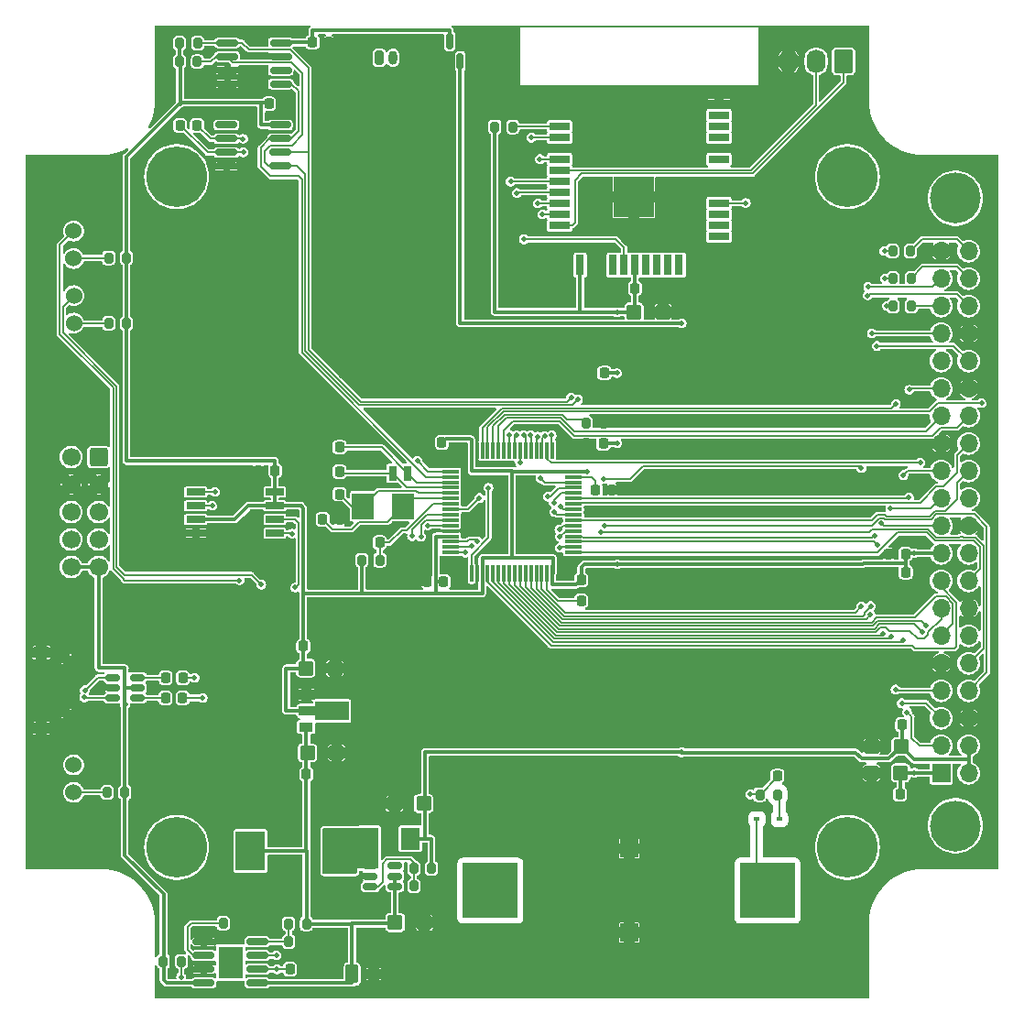
<source format=gbr>
%TF.GenerationSoftware,KiCad,Pcbnew,7.0.9-7.0.9~ubuntu22.04.1*%
%TF.CreationDate,2023-12-31T10:10:50+00:00*%
%TF.ProjectId,stm32_sbc_wifi,73746d33-325f-4736-9263-5f776966692e,A*%
%TF.SameCoordinates,Original*%
%TF.FileFunction,Copper,L1,Top*%
%TF.FilePolarity,Positive*%
%FSLAX46Y46*%
G04 Gerber Fmt 4.6, Leading zero omitted, Abs format (unit mm)*
G04 Created by KiCad (PCBNEW 7.0.9-7.0.9~ubuntu22.04.1) date 2023-12-31 10:10:50*
%MOMM*%
%LPD*%
G01*
G04 APERTURE LIST*
G04 Aperture macros list*
%AMRoundRect*
0 Rectangle with rounded corners*
0 $1 Rounding radius*
0 $2 $3 $4 $5 $6 $7 $8 $9 X,Y pos of 4 corners*
0 Add a 4 corners polygon primitive as box body*
4,1,4,$2,$3,$4,$5,$6,$7,$8,$9,$2,$3,0*
0 Add four circle primitives for the rounded corners*
1,1,$1+$1,$2,$3*
1,1,$1+$1,$4,$5*
1,1,$1+$1,$6,$7*
1,1,$1+$1,$8,$9*
0 Add four rect primitives between the rounded corners*
20,1,$1+$1,$2,$3,$4,$5,0*
20,1,$1+$1,$4,$5,$6,$7,0*
20,1,$1+$1,$6,$7,$8,$9,0*
20,1,$1+$1,$8,$9,$2,$3,0*%
%AMFreePoly0*
4,1,9,3.862500,-0.866500,0.737500,-0.866500,0.737500,-0.450000,-0.737500,-0.450000,-0.737500,0.450000,0.737500,0.450000,0.737500,0.866500,3.862500,0.866500,3.862500,-0.866500,3.862500,-0.866500,$1*%
G04 Aperture macros list end*
%TA.AperFunction,ComponentPad*%
%ADD10C,3.600000*%
%TD*%
%TA.AperFunction,ConnectorPad*%
%ADD11C,5.600000*%
%TD*%
%TA.AperFunction,SMDPad,CuDef*%
%ADD12RoundRect,0.218750X-0.218750X-0.256250X0.218750X-0.256250X0.218750X0.256250X-0.218750X0.256250X0*%
%TD*%
%TA.AperFunction,SMDPad,CuDef*%
%ADD13RoundRect,0.225000X0.225000X0.250000X-0.225000X0.250000X-0.225000X-0.250000X0.225000X-0.250000X0*%
%TD*%
%TA.AperFunction,SMDPad,CuDef*%
%ADD14R,1.300000X0.900000*%
%TD*%
%TA.AperFunction,SMDPad,CuDef*%
%ADD15FreePoly0,0.000000*%
%TD*%
%TA.AperFunction,SMDPad,CuDef*%
%ADD16R,1.778000X2.032000*%
%TD*%
%TA.AperFunction,SMDPad,CuDef*%
%ADD17RoundRect,0.250000X-0.450000X-0.425000X0.450000X-0.425000X0.450000X0.425000X-0.450000X0.425000X0*%
%TD*%
%TA.AperFunction,SMDPad,CuDef*%
%ADD18RoundRect,0.225000X-0.225000X-0.250000X0.225000X-0.250000X0.225000X0.250000X-0.225000X0.250000X0*%
%TD*%
%TA.AperFunction,SMDPad,CuDef*%
%ADD19R,1.700000X0.650000*%
%TD*%
%TA.AperFunction,SMDPad,CuDef*%
%ADD20RoundRect,0.150000X-0.825000X-0.150000X0.825000X-0.150000X0.825000X0.150000X-0.825000X0.150000X0*%
%TD*%
%TA.AperFunction,SMDPad,CuDef*%
%ADD21RoundRect,0.200000X-0.200000X-0.275000X0.200000X-0.275000X0.200000X0.275000X-0.200000X0.275000X0*%
%TD*%
%TA.AperFunction,ComponentPad*%
%ADD22C,4.700000*%
%TD*%
%TA.AperFunction,SMDPad,CuDef*%
%ADD23R,1.651000X1.651000*%
%TD*%
%TA.AperFunction,SMDPad,CuDef*%
%ADD24RoundRect,0.250000X0.450000X0.425000X-0.450000X0.425000X-0.450000X-0.425000X0.450000X-0.425000X0*%
%TD*%
%TA.AperFunction,SMDPad,CuDef*%
%ADD25R,2.700000X3.600000*%
%TD*%
%TA.AperFunction,SMDPad,CuDef*%
%ADD26R,2.290000X3.000000*%
%TD*%
%TA.AperFunction,SMDPad,CuDef*%
%ADD27RoundRect,0.150000X-0.512500X-0.150000X0.512500X-0.150000X0.512500X0.150000X-0.512500X0.150000X0*%
%TD*%
%TA.AperFunction,SMDPad,CuDef*%
%ADD28RoundRect,0.150000X-0.150000X0.587500X-0.150000X-0.587500X0.150000X-0.587500X0.150000X0.587500X0*%
%TD*%
%TA.AperFunction,SMDPad,CuDef*%
%ADD29RoundRect,0.200000X0.200000X0.275000X-0.200000X0.275000X-0.200000X-0.275000X0.200000X-0.275000X0*%
%TD*%
%TA.AperFunction,SMDPad,CuDef*%
%ADD30R,5.080000X5.080000*%
%TD*%
%TA.AperFunction,SMDPad,CuDef*%
%ADD31R,0.600000X0.450000*%
%TD*%
%TA.AperFunction,SMDPad,CuDef*%
%ADD32R,0.700000X1.400000*%
%TD*%
%TA.AperFunction,SMDPad,CuDef*%
%ADD33R,1.900000X0.800000*%
%TD*%
%TA.AperFunction,SMDPad,CuDef*%
%ADD34R,0.800000X1.900000*%
%TD*%
%TA.AperFunction,ComponentPad*%
%ADD35C,0.500000*%
%TD*%
%TA.AperFunction,SMDPad,CuDef*%
%ADD36R,3.700000X3.700000*%
%TD*%
%TA.AperFunction,SMDPad,CuDef*%
%ADD37R,2.000000X2.400000*%
%TD*%
%TA.AperFunction,SMDPad,CuDef*%
%ADD38RoundRect,0.075000X-0.700000X-0.075000X0.700000X-0.075000X0.700000X0.075000X-0.700000X0.075000X0*%
%TD*%
%TA.AperFunction,SMDPad,CuDef*%
%ADD39RoundRect,0.075000X-0.075000X-0.700000X0.075000X-0.700000X0.075000X0.700000X-0.075000X0.700000X0*%
%TD*%
%TA.AperFunction,ComponentPad*%
%ADD40R,1.700000X1.700000*%
%TD*%
%TA.AperFunction,ComponentPad*%
%ADD41O,1.700000X1.700000*%
%TD*%
%TA.AperFunction,ComponentPad*%
%ADD42C,1.524000*%
%TD*%
%TA.AperFunction,ComponentPad*%
%ADD43RoundRect,0.250000X0.620000X0.845000X-0.620000X0.845000X-0.620000X-0.845000X0.620000X-0.845000X0*%
%TD*%
%TA.AperFunction,ComponentPad*%
%ADD44O,1.740000X2.190000*%
%TD*%
%TA.AperFunction,ComponentPad*%
%ADD45O,1.900000X1.200000*%
%TD*%
%TA.AperFunction,ComponentPad*%
%ADD46C,1.450000*%
%TD*%
%TA.AperFunction,ComponentPad*%
%ADD47RoundRect,0.200000X-0.200000X-0.450000X0.200000X-0.450000X0.200000X0.450000X-0.200000X0.450000X0*%
%TD*%
%TA.AperFunction,ComponentPad*%
%ADD48O,0.800000X1.300000*%
%TD*%
%TA.AperFunction,ComponentPad*%
%ADD49RoundRect,0.250000X-0.350000X-0.625000X0.350000X-0.625000X0.350000X0.625000X-0.350000X0.625000X0*%
%TD*%
%TA.AperFunction,ComponentPad*%
%ADD50O,1.200000X1.750000*%
%TD*%
%TA.AperFunction,ComponentPad*%
%ADD51RoundRect,0.250000X0.600000X0.600000X-0.600000X0.600000X-0.600000X-0.600000X0.600000X-0.600000X0*%
%TD*%
%TA.AperFunction,ComponentPad*%
%ADD52C,1.700000*%
%TD*%
%TA.AperFunction,ViaPad*%
%ADD53C,0.500000*%
%TD*%
%TA.AperFunction,Conductor*%
%ADD54C,0.300000*%
%TD*%
%TA.AperFunction,Conductor*%
%ADD55C,0.150000*%
%TD*%
%TA.AperFunction,Conductor*%
%ADD56C,0.200000*%
%TD*%
G04 APERTURE END LIST*
D10*
%TO.P,REF\u002A\u002A,1*%
%TO.N,N/C*%
X94000000Y-54000000D03*
D11*
X94000000Y-54000000D03*
%TD*%
D10*
%TO.P,REF\u002A\u002A,1*%
%TO.N,N/C*%
X156000000Y-54000000D03*
D11*
X156000000Y-54000000D03*
%TD*%
D10*
%TO.P,REF\u002A\u002A,1*%
%TO.N,N/C*%
X94000000Y-116000000D03*
D11*
X94000000Y-116000000D03*
%TD*%
D10*
%TO.P,REF\u002A\u002A,1*%
%TO.N,N/C*%
X156000000Y-116000000D03*
D11*
X156000000Y-116000000D03*
%TD*%
D12*
%TO.P,L1,1,1*%
%TO.N,Net-(L1-Pad1)*%
X92992500Y-100320000D03*
%TO.P,L1,2,2*%
%TO.N,USB_OTG_FS_D+*%
X94567500Y-100320000D03*
%TD*%
D13*
%TO.P,C4,1*%
%TO.N,GND*%
X104075000Y-47270000D03*
%TO.P,C4,2*%
%TO.N,+3V3*%
X102525000Y-47270000D03*
%TD*%
D14*
%TO.P,U6,1,GND*%
%TO.N,GND*%
X105985000Y-101880000D03*
D15*
%TO.P,U6,2,VO*%
%TO.N,+3V3*%
X106072500Y-103380000D03*
D14*
%TO.P,U6,3,VI*%
%TO.N,+3V8*%
X105985000Y-104880000D03*
%TD*%
D16*
%TO.P,D2,1,ANODE*%
%TO.N,+5V*%
X115605000Y-115187500D03*
%TO.P,D2,2,CATHODE*%
%TO.N,/P1*%
X111795000Y-115187500D03*
%TD*%
D17*
%TO.P,C6,1*%
%TO.N,+3V8*%
X106085000Y-107260000D03*
%TO.P,C6,2*%
%TO.N,GND*%
X108785000Y-107260000D03*
%TD*%
D18*
%TO.P,C10,1*%
%TO.N,+3V3*%
X105710000Y-97400000D03*
%TO.P,C10,2*%
%TO.N,GND*%
X107260000Y-97400000D03*
%TD*%
D13*
%TO.P,C14,1*%
%TO.N,Net-(U8-PC15)*%
X109065000Y-81260000D03*
%TO.P,C14,2*%
%TO.N,GND*%
X107515000Y-81260000D03*
%TD*%
D19*
%TO.P,U1,1,~{CS}*%
%TO.N,FLASH_NSS*%
X95770000Y-83145000D03*
%TO.P,U1,2,MISO*%
%TO.N,FLASH_MISO*%
X95770000Y-84415000D03*
%TO.P,U1,3,~{WP}*%
%TO.N,+3V3*%
X95770000Y-85685000D03*
%TO.P,U1,4,GND*%
%TO.N,GND*%
X95770000Y-86955000D03*
%TO.P,U1,5,MOSI*%
%TO.N,FLASH_MOSI*%
X103070000Y-86955000D03*
%TO.P,U1,6,SCK*%
%TO.N,FLASH_SCK*%
X103070000Y-85685000D03*
%TO.P,U1,7,~{HOLD}*%
%TO.N,+3V3*%
X103070000Y-84415000D03*
%TO.P,U1,8,VCC*%
X103070000Y-83145000D03*
%TD*%
D18*
%TO.P,C26,1*%
%TO.N,GND*%
X159315000Y-111115000D03*
%TO.P,C26,2*%
%TO.N,+3V3*%
X160865000Y-111115000D03*
%TD*%
D17*
%TO.P,C8,1*%
%TO.N,+3V3*%
X105935000Y-99440000D03*
%TO.P,C8,2*%
%TO.N,GND*%
X108635000Y-99440000D03*
%TD*%
D20*
%TO.P,U2,1,V_EH*%
%TO.N,unconnected-(U2-V_EH-Pad1)*%
X98605000Y-49225000D03*
%TO.P,U2,2,AC0*%
%TO.N,Net-(J1-Pin_1)*%
X98605000Y-50495000D03*
%TO.P,U2,3,AC1*%
%TO.N,Net-(J1-Pin_2)*%
X98605000Y-51765000D03*
%TO.P,U2,4,GND*%
%TO.N,GND*%
X98605000Y-53035000D03*
%TO.P,U2,5,SDA*%
%TO.N,LOCAL_I2C_SDA*%
X103555000Y-53035000D03*
%TO.P,U2,6,SCL*%
%TO.N,LOCAL_I2C_SCL*%
X103555000Y-51765000D03*
%TO.P,U2,7,GPO*%
%TO.N,LOCAL_I2C_INT*%
X103555000Y-50495000D03*
%TO.P,U2,8,VCC*%
%TO.N,+3V3*%
X103555000Y-49225000D03*
%TD*%
D21*
%TO.P,R14,1*%
%TO.N,+3V3*%
X94285000Y-41640000D03*
%TO.P,R14,2*%
%TO.N,LOCAL_I2C_SCL*%
X95935000Y-41640000D03*
%TD*%
D20*
%TO.P,U9,1,SCL*%
%TO.N,LOCAL_I2C_SCL*%
X98675000Y-41625000D03*
%TO.P,U9,2,SDA*%
%TO.N,LOCAL_I2C_SDA*%
X98675000Y-42895000D03*
%TO.P,U9,3,A0*%
%TO.N,GND*%
X98675000Y-44165000D03*
%TO.P,U9,4,A1*%
X98675000Y-45435000D03*
%TO.P,U9,5,INT*%
%TO.N,LOCAL_I2C_INT*%
X103625000Y-45435000D03*
%TO.P,U9,6,CT*%
%TO.N,unconnected-(U9-CT-Pad6)*%
X103625000Y-44165000D03*
%TO.P,U9,7,GND*%
%TO.N,GND*%
X103625000Y-42895000D03*
%TO.P,U9,8,VDD*%
%TO.N,+3.3VA*%
X103625000Y-41625000D03*
%TD*%
D22*
%TO.P,REF\u002A\u002A,1*%
%TO.N,N/C*%
X166000000Y-114000000D03*
%TD*%
D13*
%TO.P,C11,1*%
%TO.N,Net-(U8-PH0)*%
X109065000Y-83350000D03*
%TO.P,C11,2*%
%TO.N,GND*%
X107515000Y-83350000D03*
%TD*%
D23*
%TO.P,J5,1,Pin_1*%
%TO.N,GND*%
X135827000Y-116113800D03*
%TO.P,J5,2,Pin_2*%
X135827000Y-123886200D03*
%TD*%
D24*
%TO.P,C25,1*%
%TO.N,+3V3*%
X160930000Y-109115000D03*
%TO.P,C25,2*%
%TO.N,GND*%
X158230000Y-109115000D03*
%TD*%
D13*
%TO.P,C27,1*%
%TO.N,+3V3*%
X133545000Y-72160000D03*
%TO.P,C27,2*%
%TO.N,GND*%
X131995000Y-72160000D03*
%TD*%
D21*
%TO.P,R17,1*%
%TO.N,IO_SPI0_SCK*%
X160180000Y-60870000D03*
%TO.P,R17,2*%
%TO.N,IO_SPI1_SCK*%
X161830000Y-60870000D03*
%TD*%
D13*
%TO.P,C13,1*%
%TO.N,Net-(U8-PC14)*%
X109065000Y-79020000D03*
%TO.P,C13,2*%
%TO.N,GND*%
X107515000Y-79020000D03*
%TD*%
D25*
%TO.P,L3,1,1*%
%TO.N,+3V8*%
X100820000Y-116330000D03*
%TO.P,L3,2,2*%
%TO.N,/P1*%
X109120000Y-116330000D03*
%TD*%
D21*
%TO.P,R2,1*%
%TO.N,Net-(D1-A)*%
X87565000Y-110920000D03*
%TO.P,R2,2*%
%TO.N,+5C*%
X89215000Y-110920000D03*
%TD*%
D18*
%TO.P,C23,1*%
%TO.N,GND*%
X131885000Y-78650000D03*
%TO.P,C23,2*%
%TO.N,+3V3*%
X133435000Y-78650000D03*
%TD*%
D13*
%TO.P,C1,1*%
%TO.N,GND*%
X106025000Y-127240000D03*
%TO.P,C1,2*%
%TO.N,Net-(U3-RC)*%
X104475000Y-127240000D03*
%TD*%
%TO.P,C18,1*%
%TO.N,GND*%
X108095000Y-41600000D03*
%TO.P,C18,2*%
%TO.N,+3.3VA*%
X106545000Y-41600000D03*
%TD*%
D21*
%TO.P,R15,1*%
%TO.N,IO_SPI0_MOSI*%
X160243000Y-63410000D03*
%TO.P,R15,2*%
%TO.N,IO_SPI1_MOSI*%
X161893000Y-63410000D03*
%TD*%
D18*
%TO.P,C21,1*%
%TO.N,GND*%
X159855000Y-90555000D03*
%TO.P,C21,2*%
%TO.N,+3V3*%
X161405000Y-90555000D03*
%TD*%
D20*
%TO.P,U3,1,TEMP*%
%TO.N,GND*%
X96505000Y-124735000D03*
%TO.P,U3,2,ISET*%
%TO.N,Net-(U3-ISET)*%
X96505000Y-126005000D03*
%TO.P,U3,3,GND*%
%TO.N,GND*%
X96505000Y-127275000D03*
%TO.P,U3,4,VCC*%
%TO.N,+5C*%
X96505000Y-128545000D03*
%TO.P,U3,5,BAT*%
%TO.N,+3V8*%
X101455000Y-128545000D03*
%TO.P,U3,6,RC*%
%TO.N,Net-(U3-RC)*%
X101455000Y-127275000D03*
%TO.P,U3,7,~{CH}*%
%TO.N,Net-(D1-K)*%
X101455000Y-126005000D03*
%TO.P,U3,8,FB*%
%TO.N,Net-(U3-FB)*%
X101455000Y-124735000D03*
D26*
%TO.P,U3,9*%
%TO.N,N/C*%
X98980000Y-126640000D03*
%TD*%
D24*
%TO.P,C32,1*%
%TO.N,+5V*%
X116830000Y-111950000D03*
%TO.P,C32,2*%
%TO.N,GND*%
X114130000Y-111950000D03*
%TD*%
D21*
%TO.P,R8,1*%
%TO.N,+3V3*%
X111125000Y-89450000D03*
%TO.P,R8,2*%
%TO.N,Net-(U8-NRST)*%
X112775000Y-89450000D03*
%TD*%
D18*
%TO.P,C29,1*%
%TO.N,+3V3*%
X136362500Y-64310000D03*
%TO.P,C29,2*%
%TO.N,GND*%
X137912500Y-64310000D03*
%TD*%
D27*
%TO.P,U4,1*%
%TO.N,Net-(J3-D+)*%
X88102500Y-100300000D03*
%TO.P,U4,2*%
%TO.N,GND*%
X88102500Y-101250000D03*
%TO.P,U4,3*%
%TO.N,Net-(J3-D-)*%
X88102500Y-102200000D03*
%TO.P,U4,4*%
%TO.N,Net-(L2-Pad1)*%
X90377500Y-102200000D03*
%TO.P,U4,5*%
%TO.N,+5C*%
X90377500Y-101250000D03*
%TO.P,U4,6*%
%TO.N,Net-(L1-Pad1)*%
X90377500Y-100300000D03*
%TD*%
D28*
%TO.P,U7,1,GND*%
%TO.N,GND*%
X121160000Y-41460000D03*
%TO.P,U7,2,VO*%
%TO.N,+3.3VA*%
X119260000Y-41460000D03*
%TO.P,U7,3,VI*%
%TO.N,+5V*%
X120210000Y-43335000D03*
%TD*%
D21*
%TO.P,R11,1*%
%TO.N,Net-(U8-BOOT0)*%
X131825000Y-76800000D03*
%TO.P,R11,2*%
%TO.N,GND*%
X133475000Y-76800000D03*
%TD*%
D12*
%TO.P,L2,1,1*%
%TO.N,Net-(L2-Pad1)*%
X92972500Y-102190000D03*
%TO.P,L2,2,2*%
%TO.N,USB_OTG_FS_D-*%
X94547500Y-102190000D03*
%TD*%
D18*
%TO.P,C2,1*%
%TO.N,Net-(J1-Pin_2)*%
X94325000Y-49240000D03*
%TO.P,C2,2*%
%TO.N,Net-(J1-Pin_1)*%
X95875000Y-49240000D03*
%TD*%
D24*
%TO.P,C28,1*%
%TO.N,+5V*%
X160960000Y-106675000D03*
%TO.P,C28,2*%
%TO.N,GND*%
X158260000Y-106675000D03*
%TD*%
D29*
%TO.P,R12,1*%
%TO.N,/VBAT2*%
X149555000Y-111130000D03*
%TO.P,R12,2*%
%TO.N,Net-(U8-VBAT)*%
X147905000Y-111130000D03*
%TD*%
D13*
%TO.P,C24,1*%
%TO.N,GND*%
X132945000Y-91270000D03*
%TO.P,C24,2*%
%TO.N,+3V3*%
X131395000Y-91270000D03*
%TD*%
D18*
%TO.P,C17,1*%
%TO.N,GND*%
X147985000Y-109420000D03*
%TO.P,C17,2*%
%TO.N,Net-(U8-VBAT)*%
X149535000Y-109420000D03*
%TD*%
D21*
%TO.P,R5,1*%
%TO.N,Net-(U3-FB)*%
X104365000Y-124700000D03*
%TO.P,R5,2*%
%TO.N,GND*%
X106015000Y-124700000D03*
%TD*%
%TO.P,R10,1*%
%TO.N,Net-(U5-FB)*%
X115925000Y-119570000D03*
%TO.P,R10,2*%
%TO.N,GND*%
X117575000Y-119570000D03*
%TD*%
D18*
%TO.P,C7,1*%
%TO.N,+3V8*%
X105990000Y-109220000D03*
%TO.P,C7,2*%
%TO.N,GND*%
X107540000Y-109220000D03*
%TD*%
D29*
%TO.P,R4,1*%
%TO.N,+3V8*%
X105995000Y-123060000D03*
%TO.P,R4,2*%
%TO.N,Net-(U3-FB)*%
X104345000Y-123060000D03*
%TD*%
D17*
%TO.P,C31,1*%
%TO.N,+3V3*%
X136280000Y-66510000D03*
%TO.P,C31,2*%
%TO.N,GND*%
X138980000Y-66510000D03*
%TD*%
D18*
%TO.P,C9,1*%
%TO.N,GND*%
X111225000Y-87820000D03*
%TO.P,C9,2*%
%TO.N,Net-(U8-NRST)*%
X112775000Y-87820000D03*
%TD*%
D21*
%TO.P,R16,1*%
%TO.N,IO_SPI0_MISO*%
X160243000Y-65950000D03*
%TO.P,R16,2*%
%TO.N,IO_SPI1_MISO*%
X161893000Y-65950000D03*
%TD*%
D18*
%TO.P,C22,1*%
%TO.N,GND*%
X159825000Y-88865000D03*
%TO.P,C22,2*%
%TO.N,+3V3*%
X161375000Y-88865000D03*
%TD*%
D29*
%TO.P,R9,1*%
%TO.N,+5V*%
X117575000Y-117950000D03*
%TO.P,R9,2*%
%TO.N,Net-(U5-FB)*%
X115925000Y-117950000D03*
%TD*%
D27*
%TO.P,U5,1,SW*%
%TO.N,/P1*%
X111902500Y-117707500D03*
%TO.P,U5,2,GND*%
%TO.N,GND*%
X111902500Y-118657500D03*
%TO.P,U5,3,FB*%
%TO.N,Net-(U5-FB)*%
X111902500Y-119607500D03*
%TO.P,U5,4,EN*%
%TO.N,+3V8*%
X114177500Y-119607500D03*
%TO.P,U5,5,IN*%
X114177500Y-118657500D03*
%TO.P,U5,6,NC*%
%TO.N,unconnected-(U5-NC-Pad6)*%
X114177500Y-117707500D03*
%TD*%
D18*
%TO.P,C16,1*%
%TO.N,Net-(U8-VCAP_2)*%
X132705000Y-82970000D03*
%TO.P,C16,2*%
%TO.N,GND*%
X134255000Y-82970000D03*
%TD*%
D17*
%TO.P,C5,1*%
%TO.N,+3V8*%
X114200000Y-122950000D03*
%TO.P,C5,2*%
%TO.N,GND*%
X116900000Y-122950000D03*
%TD*%
D18*
%TO.P,C3,1*%
%TO.N,GND*%
X101545000Y-81180000D03*
%TO.P,C3,2*%
%TO.N,+3V3*%
X103095000Y-81180000D03*
%TD*%
D29*
%TO.P,R7,1*%
%TO.N,+3V3*%
X89365000Y-61510000D03*
%TO.P,R7,2*%
%TO.N,Net-(D4-A)*%
X87715000Y-61510000D03*
%TD*%
D30*
%TO.P,J6,1,Pin_1*%
%TO.N,/VBAT*%
X148628600Y-120000000D03*
%TO.P,J6,2,Pin_2*%
%TO.N,/VBAT1*%
X123000000Y-120000000D03*
%TD*%
D18*
%TO.P,C20,1*%
%TO.N,GND*%
X117135000Y-91450000D03*
%TO.P,C20,2*%
%TO.N,+3V3*%
X118685000Y-91450000D03*
%TD*%
D31*
%TO.P,D5,1,K*%
%TO.N,/VBAT2*%
X149730000Y-113380000D03*
%TO.P,D5,2,A*%
%TO.N,/VBAT*%
X147630000Y-113380000D03*
%TD*%
D18*
%TO.P,C15,1*%
%TO.N,Net-(U8-VCAP_1)*%
X131405000Y-93210000D03*
%TO.P,C15,2*%
%TO.N,GND*%
X132955000Y-93210000D03*
%TD*%
D32*
%TO.P,Y2,1,1*%
%TO.N,Net-(U8-PC14)*%
X115360000Y-81410000D03*
%TO.P,Y2,2,2*%
%TO.N,Net-(U8-PC15)*%
X113960000Y-81410000D03*
%TD*%
D22*
%TO.P,REF\u002A\u002A,1*%
%TO.N,N/C*%
X166000000Y-56000000D03*
%TD*%
D33*
%TO.P,U10,1,GPIO_6*%
%TO.N,unconnected-(U10-GPIO_6-Pad1)*%
X144136550Y-59505000D03*
%TO.P,U10,2,I2C_SCL*%
%TO.N,unconnected-(U10-I2C_SCL-Pad2)*%
X144136550Y-58489000D03*
%TO.P,U10,3,I2C_SDA*%
%TO.N,unconnected-(U10-I2C_SDA-Pad3)*%
X144136550Y-57473000D03*
%TO.P,U10,4,~{RESET}*%
%TO.N,WIFI_RSTN*%
X144136550Y-56457000D03*
%TO.P,U10,5,NC*%
%TO.N,unconnected-(U10-NC-Pad5)*%
X144136550Y-52393000D03*
%TO.P,U10,6,NC*%
%TO.N,unconnected-(U10-NC-Pad6)*%
X144136550Y-50361000D03*
%TO.P,U10,7,NC*%
%TO.N,unconnected-(U10-NC-Pad7)*%
X144136550Y-49345000D03*
%TO.P,U10,8,NC*%
%TO.N,unconnected-(U10-NC-Pad8)*%
X144136550Y-48329000D03*
%TO.P,U10,9,GND*%
%TO.N,GND*%
X144136550Y-47313000D03*
%TO.P,U10,10,SPI_CFG*%
%TO.N,Net-(U10-SPI_CFG)*%
X129406550Y-49351000D03*
%TO.P,U10,11,WAKE*%
%TO.N,WIFI_WAKE*%
X129406550Y-50367000D03*
%TO.P,U10,12,GND*%
%TO.N,GND*%
X129406550Y-51383000D03*
%TO.P,U10,13,~{IRQ}*%
%TO.N,WIFI_IRQ*%
X129406550Y-52399000D03*
%TO.P,U10,14,UART_TXD*%
%TO.N,WIFI_UART_TX*%
X129406550Y-53415000D03*
%TO.P,U10,15,SPI_MOSI*%
%TO.N,WIFI_MOSI*%
X129406550Y-54431000D03*
%TO.P,U10,16,~{SPI_SSN}*%
%TO.N,WIFI_NSS*%
X129406550Y-55447000D03*
%TO.P,U10,17,SPI_MISO*%
%TO.N,WIFI_MISO*%
X129406550Y-56463000D03*
%TO.P,U10,18,SPI_SCK*%
%TO.N,WIFI_SCK*%
X129406550Y-57479000D03*
%TO.P,U10,19,UART_RXD*%
%TO.N,WIFI_UART_RX*%
X129406550Y-58495000D03*
D34*
%TO.P,U10,20,VBATT*%
%TO.N,+3V3*%
X131306550Y-62175000D03*
%TO.P,U10,21,GPIO_1/RTC*%
%TO.N,unconnected-(U10-GPIO_1{slash}RTC-Pad21)*%
X134354550Y-62175000D03*
%TO.P,U10,22,CHIP_EN*%
%TO.N,WIFI_CEN*%
X135370550Y-62175000D03*
%TO.P,U10,23,VDDIO*%
%TO.N,+3V3*%
X136386550Y-62175000D03*
%TO.P,U10,24,1P3V_TP*%
%TO.N,unconnected-(U10-1P3V_TP-Pad24)*%
X137402550Y-62175000D03*
%TO.P,U10,25,GPIO_3*%
%TO.N,unconnected-(U10-GPIO_3-Pad25)*%
X138418550Y-62175000D03*
%TO.P,U10,26,GPIO_4*%
%TO.N,unconnected-(U10-GPIO_4-Pad26)*%
X139434550Y-62175000D03*
%TO.P,U10,27,GPIO_5*%
%TO.N,unconnected-(U10-GPIO_5-Pad27)*%
X140450550Y-62175000D03*
%TO.P,U10,28,GND*%
%TO.N,GND*%
X141466550Y-62175000D03*
D35*
%TO.P,U10,29,PADDLE_GND*%
X135086550Y-54705000D03*
X135086550Y-55905000D03*
X135086550Y-57105000D03*
X136286550Y-54705000D03*
X136286550Y-55905000D03*
D36*
X136286550Y-55905000D03*
D35*
X136286550Y-57105000D03*
X137486550Y-54705000D03*
X137486550Y-55905000D03*
X137486550Y-57105000D03*
%TD*%
D21*
%TO.P,R1,1*%
%TO.N,+5C*%
X92775000Y-126530000D03*
%TO.P,R1,2*%
%TO.N,Net-(U3-RC)*%
X94425000Y-126530000D03*
%TD*%
D29*
%TO.P,R3,1*%
%TO.N,GND*%
X99950000Y-123030000D03*
%TO.P,R3,2*%
%TO.N,Net-(U3-ISET)*%
X98300000Y-123030000D03*
%TD*%
D37*
%TO.P,Y1,1,1*%
%TO.N,Net-(U8-PH0)*%
X111210000Y-84480000D03*
%TO.P,Y1,2,2*%
%TO.N,Net-(U8-PH1)*%
X114910000Y-84480000D03*
%TD*%
D18*
%TO.P,C12,1*%
%TO.N,Net-(U8-PH1)*%
X107495000Y-85670000D03*
%TO.P,C12,2*%
%TO.N,GND*%
X109045000Y-85670000D03*
%TD*%
%TO.P,C19,1*%
%TO.N,GND*%
X116965000Y-78550000D03*
%TO.P,C19,2*%
%TO.N,+3V3*%
X118515000Y-78550000D03*
%TD*%
D29*
%TO.P,R6,1*%
%TO.N,+3V3*%
X89365000Y-67580000D03*
%TO.P,R6,2*%
%TO.N,Net-(D3-A)*%
X87715000Y-67580000D03*
%TD*%
D18*
%TO.P,C30,1*%
%TO.N,GND*%
X159525000Y-104665000D03*
%TO.P,C30,2*%
%TO.N,+5V*%
X161075000Y-104665000D03*
%TD*%
D38*
%TO.P,U8,1,VBAT*%
%TO.N,Net-(U8-VBAT)*%
X119325000Y-81250000D03*
%TO.P,U8,2,PC13*%
%TO.N,LOCAL_I2C_INT*%
X119325000Y-81750000D03*
%TO.P,U8,3,PC14*%
%TO.N,Net-(U8-PC14)*%
X119325000Y-82250000D03*
%TO.P,U8,4,PC15*%
%TO.N,Net-(U8-PC15)*%
X119325000Y-82750000D03*
%TO.P,U8,5,PH0*%
%TO.N,Net-(U8-PH0)*%
X119325000Y-83250000D03*
%TO.P,U8,6,PH1*%
%TO.N,Net-(U8-PH1)*%
X119325000Y-83750000D03*
%TO.P,U8,7,NRST*%
%TO.N,Net-(U8-NRST)*%
X119325000Y-84250000D03*
%TO.P,U8,8,PC0*%
%TO.N,WIFI_RSTN*%
X119325000Y-84750000D03*
%TO.P,U8,9,PC1*%
%TO.N,FLASH_NSS*%
X119325000Y-85250000D03*
%TO.P,U8,10,PC2*%
%TO.N,FLASH_MISO*%
X119325000Y-85750000D03*
%TO.P,U8,11,PC3*%
%TO.N,FLASH_MOSI*%
X119325000Y-86250000D03*
%TO.P,U8,12,VSSA*%
%TO.N,GND*%
X119325000Y-86750000D03*
%TO.P,U8,13,VDDA*%
%TO.N,+3V3*%
X119325000Y-87250000D03*
%TO.P,U8,14,PA0*%
%TO.N,IO_UART_TX*%
X119325000Y-87750000D03*
%TO.P,U8,15,PA1*%
%TO.N,IO_UART_RX*%
X119325000Y-88250000D03*
%TO.P,U8,16,PA2*%
%TO.N,IO_GPIO26*%
X119325000Y-88750000D03*
D39*
%TO.P,U8,17,PA3*%
%TO.N,WIFI_IRQ*%
X121250000Y-90675000D03*
%TO.P,U8,18,VSS*%
%TO.N,GND*%
X121750000Y-90675000D03*
%TO.P,U8,19,VDD*%
%TO.N,+3V3*%
X122250000Y-90675000D03*
%TO.P,U8,20,PA4*%
%TO.N,IO_GPIO22*%
X122750000Y-90675000D03*
%TO.P,U8,21,PA5*%
%TO.N,IO_SPI0_SCK*%
X123250000Y-90675000D03*
%TO.P,U8,22,PA6*%
%TO.N,IO_SPI0_MISO*%
X123750000Y-90675000D03*
%TO.P,U8,23,PA7*%
%TO.N,IO_SPI0_MOSI*%
X124250000Y-90675000D03*
%TO.P,U8,24,PC4*%
%TO.N,IO_GPIO27*%
X124750000Y-90675000D03*
%TO.P,U8,25,PC5*%
%TO.N,IO_GPIO24*%
X125250000Y-90675000D03*
%TO.P,U8,26,PB0*%
%TO.N,IO_SPI1_CE0*%
X125750000Y-90675000D03*
%TO.P,U8,27,PB1*%
%TO.N,IO_SPI1_CE1*%
X126250000Y-90675000D03*
%TO.P,U8,28,PB2*%
%TO.N,IO_SPI1_CE2*%
X126750000Y-90675000D03*
%TO.P,U8,29,PB10*%
%TO.N,IO_I2C1_SCL*%
X127250000Y-90675000D03*
%TO.P,U8,30,PB11*%
%TO.N,IO_I2C1_SDA*%
X127750000Y-90675000D03*
%TO.P,U8,31,VCAP_1*%
%TO.N,Net-(U8-VCAP_1)*%
X128250000Y-90675000D03*
%TO.P,U8,32,VDD*%
%TO.N,+3V3*%
X128750000Y-90675000D03*
D38*
%TO.P,U8,33,PB12*%
%TO.N,IO_GPIO23*%
X130675000Y-88750000D03*
%TO.P,U8,34,PB13*%
%TO.N,FLASH_SCK*%
X130675000Y-88250000D03*
%TO.P,U8,35,PB14*%
%TO.N,IO_PWM0*%
X130675000Y-87750000D03*
%TO.P,U8,36,PB15*%
%TO.N,IO_PWM1*%
X130675000Y-87250000D03*
%TO.P,U8,37,PC6*%
%TO.N,Net-(D3-K)*%
X130675000Y-86750000D03*
%TO.P,U8,38,PC7*%
%TO.N,Net-(D4-K)*%
X130675000Y-86250000D03*
%TO.P,U8,39,PC8*%
%TO.N,IO_SPI0_CE0*%
X130675000Y-85750000D03*
%TO.P,U8,40,PC9*%
%TO.N,LOCAL_I2C_SDA*%
X130675000Y-85250000D03*
%TO.P,U8,41,PA8*%
%TO.N,LOCAL_I2C_SCL*%
X130675000Y-84750000D03*
%TO.P,U8,42,PA9*%
%TO.N,IO_SPI0_CE1*%
X130675000Y-84250000D03*
%TO.P,U8,43,PA10*%
%TO.N,IO_GPCLK1*%
X130675000Y-83750000D03*
%TO.P,U8,44,PA11*%
%TO.N,USB_OTG_FS_D-*%
X130675000Y-83250000D03*
%TO.P,U8,45,PA12*%
%TO.N,USB_OTG_FS_D+*%
X130675000Y-82750000D03*
%TO.P,U8,46,PA13*%
%TO.N,DBG_SWDIO*%
X130675000Y-82250000D03*
%TO.P,U8,47,VCAP_2*%
%TO.N,Net-(U8-VCAP_2)*%
X130675000Y-81750000D03*
%TO.P,U8,48,VDD*%
%TO.N,+3V3*%
X130675000Y-81250000D03*
D39*
%TO.P,U8,49,PA14*%
%TO.N,DBG_SWCLK*%
X128750000Y-79325000D03*
%TO.P,U8,50,PA15*%
%TO.N,IO_GPCLK2*%
X128250000Y-79325000D03*
%TO.P,U8,51,PC10*%
%TO.N,WIFI_SCK*%
X127750000Y-79325000D03*
%TO.P,U8,52,PC11*%
%TO.N,WIFI_MISO*%
X127250000Y-79325000D03*
%TO.P,U8,53,PC12*%
%TO.N,WIFI_WAKE*%
X126750000Y-79325000D03*
%TO.P,U8,54,PD2*%
%TO.N,WIFI_CEN*%
X126250000Y-79325000D03*
%TO.P,U8,55,PB3*%
%TO.N,DBG_SWO*%
X125750000Y-79325000D03*
%TO.P,U8,56,PB4*%
%TO.N,WIFI_NSS*%
X125250000Y-79325000D03*
%TO.P,U8,57,PB5*%
%TO.N,WIFI_MOSI*%
X124750000Y-79325000D03*
%TO.P,U8,58,PB6*%
%TO.N,IO_I2C0_SCL*%
X124250000Y-79325000D03*
%TO.P,U8,59,PB7*%
%TO.N,IO_I2C0_SDA*%
X123750000Y-79325000D03*
%TO.P,U8,60,BOOT0*%
%TO.N,Net-(U8-BOOT0)*%
X123250000Y-79325000D03*
%TO.P,U8,61,PB8*%
%TO.N,IO_GPIO25*%
X122750000Y-79325000D03*
%TO.P,U8,62,PB9*%
%TO.N,IO_GPIO04*%
X122250000Y-79325000D03*
%TO.P,U8,63,VSS*%
%TO.N,GND*%
X121750000Y-79325000D03*
%TO.P,U8,64,VDD*%
%TO.N,+3V3*%
X121250000Y-79325000D03*
%TD*%
D21*
%TO.P,R13,1*%
%TO.N,+3V3*%
X94265000Y-43370000D03*
%TO.P,R13,2*%
%TO.N,LOCAL_I2C_SDA*%
X95915000Y-43370000D03*
%TD*%
%TO.P,R18,1*%
%TO.N,+3V3*%
X123415000Y-49400000D03*
%TO.P,R18,2*%
%TO.N,Net-(U10-SPI_CFG)*%
X125065000Y-49400000D03*
%TD*%
D40*
%TO.P,J7,1,3V3*%
%TO.N,+3V3*%
X164670000Y-109140000D03*
D41*
%TO.P,J7,2,5V0*%
%TO.N,+5V*%
X167210000Y-109140000D03*
%TO.P,J7,3,GPIO02/SDA1*%
%TO.N,IO_I2C1_SDA*%
X164670000Y-106600000D03*
%TO.P,J7,4,5V0*%
%TO.N,+5V*%
X167210000Y-106600000D03*
%TO.P,J7,5,GPIO03/SCL1*%
%TO.N,IO_I2C1_SCL*%
X164670000Y-104060000D03*
%TO.P,J7,6,GND*%
%TO.N,GND*%
X167210000Y-104060000D03*
%TO.P,J7,7,GPIO04/GPCLK0*%
%TO.N,IO_GPIO04*%
X164670000Y-101520000D03*
%TO.P,J7,8,GPIO14/TXD*%
%TO.N,IO_UART_TX*%
X167210000Y-101520000D03*
%TO.P,J7,9,GND*%
%TO.N,GND*%
X164670000Y-98980000D03*
%TO.P,J7,10,GPIO15/RXD*%
%TO.N,IO_UART_RX*%
X167210000Y-98980000D03*
%TO.P,J7,11,GPIO17/SPI1_~{CE1}*%
%TO.N,IO_SPI1_CE1*%
X164670000Y-96440000D03*
%TO.P,J7,12,GPIO18/SPI1_~{CE0}*%
%TO.N,IO_SPI1_CE0*%
X167210000Y-96440000D03*
%TO.P,J7,13,GPIO27*%
%TO.N,IO_GPIO27*%
X164670000Y-93900000D03*
%TO.P,J7,14,GND*%
%TO.N,GND*%
X167210000Y-93900000D03*
%TO.P,J7,15,GPIO22*%
%TO.N,IO_GPIO22*%
X164670000Y-91360000D03*
%TO.P,J7,16,GPIO23*%
%TO.N,IO_GPIO23*%
X167210000Y-91360000D03*
%TO.P,J7,17,3V3*%
%TO.N,+3V3*%
X164670000Y-88820000D03*
%TO.P,J7,18,GPIO24*%
%TO.N,IO_GPIO24*%
X167210000Y-88820000D03*
%TO.P,J7,19,GPIO10/SPI0_MOSI*%
%TO.N,IO_SPI0_MOSI*%
X164670000Y-86280000D03*
%TO.P,J7,20,GND*%
%TO.N,GND*%
X167210000Y-86280000D03*
%TO.P,J7,21,GPIO09/SPI0_MISO*%
%TO.N,IO_SPI0_MISO*%
X164670000Y-83740000D03*
%TO.P,J7,22,GPIO25*%
%TO.N,IO_GPIO25*%
X167210000Y-83740000D03*
%TO.P,J7,23,GPIO11/SPI0SCLK*%
%TO.N,IO_SPI0_SCK*%
X164670000Y-81200000D03*
%TO.P,J7,24,GPIO08/SPI0_~{CE0}*%
%TO.N,IO_SPI0_CE0*%
X167210000Y-81200000D03*
%TO.P,J7,25,GND*%
%TO.N,GND*%
X164670000Y-78660000D03*
%TO.P,J7,26,GPIO07/SPI0_~{CE1}*%
%TO.N,IO_SPI0_CE1*%
X167210000Y-78660000D03*
%TO.P,J7,27,SDA0*%
%TO.N,IO_I2C0_SDA*%
X164670000Y-76120000D03*
%TO.P,J7,28,SCL0*%
%TO.N,IO_I2C0_SCL*%
X167210000Y-76120000D03*
%TO.P,J7,29,GPIO05/GPCLK1*%
%TO.N,IO_GPCLK1*%
X164670000Y-73580000D03*
%TO.P,J7,30,GND*%
%TO.N,GND*%
X167210000Y-73580000D03*
%TO.P,J7,31,GPIO06/GPCLK2*%
%TO.N,IO_GPCLK2*%
X164670000Y-71040000D03*
%TO.P,J7,32,GPIO12/PWM0*%
%TO.N,IO_PWM0*%
X167210000Y-71040000D03*
%TO.P,J7,33,GPIO13/PWM1*%
%TO.N,IO_PWM1*%
X164670000Y-68500000D03*
%TO.P,J7,34,GND*%
%TO.N,GND*%
X167210000Y-68500000D03*
%TO.P,J7,35,GPIO19/SPI1_MISO*%
%TO.N,IO_SPI1_MISO*%
X164670000Y-65960000D03*
%TO.P,J7,36,GPIO16/SPI1_~{CE2}*%
%TO.N,IO_SPI1_CE2*%
X167210000Y-65960000D03*
%TO.P,J7,37,GPIO26*%
%TO.N,IO_GPIO26*%
X164670000Y-63420000D03*
%TO.P,J7,38,GPIO20/SPI1_MOSI*%
%TO.N,IO_SPI1_MOSI*%
X167210000Y-63420000D03*
%TO.P,J7,39,GND*%
%TO.N,GND*%
X164670000Y-60880000D03*
%TO.P,J7,40,GPIO21/SPI1_CLK*%
%TO.N,IO_SPI1_SCK*%
X167210000Y-60880000D03*
%TD*%
D42*
%TO.P,D1,1,K*%
%TO.N,Net-(D1-K)*%
X84480000Y-108370000D03*
%TO.P,D1,2,A*%
%TO.N,Net-(D1-A)*%
X84480000Y-110910000D03*
%TD*%
D43*
%TO.P,J8,1,Pin_1*%
%TO.N,WIFI_UART_RX*%
X155650000Y-43340000D03*
D44*
%TO.P,J8,2,Pin_2*%
%TO.N,WIFI_UART_TX*%
X153110000Y-43340000D03*
%TO.P,J8,3,Pin_3*%
%TO.N,GND*%
X150570000Y-43340000D03*
%TD*%
D45*
%TO.P,J3,6,Shield*%
%TO.N,GND*%
X81512500Y-104990000D03*
D46*
X84212500Y-103990000D03*
X84212500Y-98990000D03*
D45*
X81512500Y-97990000D03*
%TD*%
D42*
%TO.P,D3,1,K*%
%TO.N,Net-(D3-K)*%
X84490000Y-65010000D03*
%TO.P,D3,2,A*%
%TO.N,Net-(D3-A)*%
X84490000Y-67550000D03*
%TD*%
%TO.P,D4,1,K*%
%TO.N,Net-(D4-K)*%
X84480000Y-59020000D03*
%TO.P,D4,2,A*%
%TO.N,Net-(D4-A)*%
X84480000Y-61560000D03*
%TD*%
D47*
%TO.P,J1,1,Pin_1*%
%TO.N,Net-(J1-Pin_1)*%
X112750000Y-43030000D03*
D48*
%TO.P,J1,2,Pin_2*%
%TO.N,Net-(J1-Pin_2)*%
X114000000Y-43030000D03*
%TD*%
D49*
%TO.P,J4,1,Pin_1*%
%TO.N,+3V8*%
X110220000Y-127710000D03*
D50*
%TO.P,J4,2,Pin_2*%
%TO.N,GND*%
X112220000Y-127710000D03*
%TD*%
D51*
%TO.P,J2,1,Pin_1*%
%TO.N,unconnected-(J2-Pin_1-Pad1)*%
X86780000Y-79920000D03*
D52*
%TO.P,J2,2,Pin_2*%
%TO.N,DBG_SWDIO*%
X84240000Y-79920000D03*
%TO.P,J2,3,Pin_3*%
%TO.N,GND*%
X86780000Y-82460000D03*
%TO.P,J2,4,Pin_4*%
X84240000Y-82460000D03*
%TO.P,J2,5,Pin_5*%
%TO.N,DBG_SWO*%
X86780000Y-85000000D03*
%TO.P,J2,6,Pin_6*%
%TO.N,DBG_SWCLK*%
X84240000Y-85000000D03*
%TO.P,J2,7,Pin_7*%
%TO.N,unconnected-(J2-Pin_7-Pad7)*%
X86780000Y-87540000D03*
%TO.P,J2,8,Pin_8*%
%TO.N,unconnected-(J2-Pin_8-Pad8)*%
X84240000Y-87540000D03*
%TO.P,J2,9,Pin_9*%
%TO.N,+5C*%
X86780000Y-90080000D03*
%TO.P,J2,10,Pin_10*%
X84240000Y-90080000D03*
%TD*%
D53*
%TO.N,GND*%
X155000000Y-79240000D03*
X86840000Y-101570000D03*
X138000000Y-84930000D03*
X147000000Y-84930000D03*
X147000000Y-79240000D03*
X155000000Y-91310000D03*
X138000000Y-91310000D03*
X138000000Y-79240000D03*
X120720000Y-85530000D03*
X101690000Y-42840000D03*
X155000000Y-76710000D03*
X138000000Y-82000000D03*
X86860000Y-100930000D03*
X147000000Y-82000000D03*
X147000000Y-76710000D03*
X147000000Y-91310000D03*
X138000000Y-76710000D03*
X155000000Y-84930000D03*
X121140000Y-82090000D03*
X96470000Y-126990000D03*
X165835720Y-92236011D03*
X155000000Y-82000000D03*
X105180000Y-82350000D03*
X108170000Y-127320000D03*
X162570000Y-87630000D03*
%TO.N,Net-(U3-RC)*%
X94420000Y-127970000D03*
X103280000Y-127270000D03*
%TO.N,+3V3*%
X134730000Y-89830000D03*
X162200000Y-88820000D03*
X134700000Y-66530000D03*
X162200000Y-109100000D03*
X134700000Y-72170000D03*
X134720000Y-78620000D03*
X131929498Y-81250000D03*
%TO.N,Net-(J1-Pin_2)*%
X100160000Y-51750000D03*
%TO.N,Net-(J1-Pin_1)*%
X100150000Y-50500000D03*
%TO.N,DBG_SWDIO*%
X127659190Y-81890000D03*
%TO.N,DBG_SWCLK*%
X128659371Y-77896904D03*
%TO.N,+5V*%
X140680000Y-107210000D03*
X140680000Y-67560000D03*
%TO.N,IO_I2C1_SDA*%
X157276657Y-93753597D03*
X161520000Y-103500000D03*
%TO.N,IO_I2C1_SCL*%
X161030000Y-102670000D03*
X158153728Y-93689698D03*
%TO.N,IO_UART_TX*%
X121797158Y-87719668D03*
X133540000Y-86270000D03*
%TO.N,IO_UART_RX*%
X133241709Y-86846954D03*
X121265663Y-88131163D03*
%TO.N,IO_SPI1_CE0*%
X163275414Y-95457760D03*
%TO.N,IO_SPI0_MOSI*%
X159470000Y-63410000D03*
X159154678Y-86027126D03*
X159310739Y-96245000D03*
%TO.N,IO_SPI0_MISO*%
X159665000Y-65950000D03*
X159987109Y-84702891D03*
X160045361Y-96545000D03*
%TO.N,IO_SPI0_SCK*%
X159430000Y-60870000D03*
X161182702Y-96845000D03*
X161180000Y-81590000D03*
%TO.N,IO_PWM0*%
X158735000Y-69650000D03*
X158772878Y-88069631D03*
%TO.N,IO_PWM1*%
X158270002Y-68500000D03*
X158502652Y-87177126D03*
%TO.N,IO_SPI1_CE2*%
X157886586Y-64976586D03*
X158132069Y-94524531D03*
%TO.N,USB_OTG_FS_D+*%
X128334834Y-83584834D03*
X95650000Y-100320000D03*
%TO.N,USB_OTG_FS_D-*%
X96410000Y-102190000D03*
X128865166Y-84115166D03*
%TO.N,FLASH_MISO*%
X116585000Y-87275000D03*
X97300000Y-84420000D03*
%TO.N,FLASH_MOSI*%
X104660000Y-86990000D03*
X117220000Y-86230000D03*
%TO.N,FLASH_NSS*%
X97550000Y-83150000D03*
X115760000Y-87230000D03*
%TO.N,FLASH_SCK*%
X104970000Y-91980000D03*
X129410000Y-88290000D03*
%TO.N,IO_GPIO04*%
X160460000Y-101400000D03*
X160480000Y-75000000D03*
%TO.N,IO_GPIO24*%
X162930000Y-96120000D03*
%TO.N,IO_GPIO25*%
X168400000Y-74940000D03*
%TO.N,IO_GPCLK1*%
X161700000Y-83655000D03*
X161725000Y-73690000D03*
%TO.N,IO_GPCLK2*%
X162720000Y-80430000D03*
%TO.N,IO_GPIO26*%
X157300000Y-80950000D03*
X133480000Y-81950000D03*
X120680000Y-88760000D03*
X157930000Y-64200000D03*
%TO.N,WIFI_RSTN*%
X146610000Y-56430000D03*
X121980000Y-83700000D03*
%TO.N,WIFI_SCK*%
X127800000Y-57490000D03*
X128015265Y-77980452D03*
%TO.N,WIFI_MISO*%
X127390000Y-56470000D03*
X127366993Y-78020415D03*
%TO.N,WIFI_WAKE*%
X126800000Y-50400000D03*
X126729368Y-77896770D03*
%TO.N,WIFI_MOSI*%
X124880000Y-54460000D03*
X124757536Y-77869820D03*
%TO.N,WIFI_NSS*%
X125440000Y-55510000D03*
X125405308Y-77917196D03*
%TO.N,LOCAL_I2C_SDA*%
X131100000Y-74610000D03*
X128920000Y-84990000D03*
%TO.N,Net-(U8-VBAT)*%
X116270000Y-80270000D03*
X147030000Y-111100000D03*
%TO.N,+5C*%
X89240000Y-102790000D03*
%TO.N,Net-(D1-K)*%
X103220000Y-125980000D03*
%TO.N,LOCAL_I2C_SCL*%
X129472740Y-84483443D03*
X130470000Y-74420000D03*
%TO.N,Net-(D3-K)*%
X129443874Y-87270121D03*
X101830000Y-91720000D03*
%TO.N,Net-(D4-K)*%
X99810000Y-91310000D03*
X129377680Y-86624001D03*
%TO.N,Net-(J3-D-)*%
X85460000Y-102130000D03*
%TO.N,WIFI_IRQ*%
X127570000Y-52380000D03*
X122820000Y-82760000D03*
%TO.N,WIFI_CEN*%
X126080000Y-77910000D03*
X126100000Y-59800000D03*
%TO.N,Net-(J3-D+)*%
X85510000Y-101480000D03*
%TO.N,DBG_SWO*%
X125750000Y-80400000D03*
%TD*%
D54*
%TO.N,GND*%
X164655000Y-60820000D02*
X164710000Y-60875000D01*
X131929500Y-78694500D02*
X131885000Y-78650000D01*
D55*
%TO.N,Net-(U3-RC)*%
X94425000Y-126530000D02*
X94425000Y-127965000D01*
X104440000Y-127275000D02*
X104475000Y-127240000D01*
X94425000Y-127965000D02*
X94420000Y-127970000D01*
X101455000Y-127275000D02*
X104440000Y-127275000D01*
D54*
%TO.N,+3V3*%
X105710000Y-97400000D02*
X105710000Y-99215000D01*
X105710000Y-99215000D02*
X105935000Y-99440000D01*
X103095000Y-81180000D02*
X103095000Y-80290000D01*
X117910000Y-92510000D02*
X122250000Y-92510000D01*
X157410000Y-89830000D02*
X157520000Y-89720000D01*
X103095000Y-80290000D02*
X89390000Y-80290000D01*
X104125000Y-99440000D02*
X105935000Y-99440000D01*
X134730000Y-89830000D02*
X131670000Y-89830000D01*
X128750000Y-90675000D02*
X128750000Y-91710000D01*
X100635000Y-84415000D02*
X103070000Y-84415000D01*
X101820000Y-47180000D02*
X102435000Y-47180000D01*
X104125000Y-103370000D02*
X104145000Y-103390000D01*
X104125000Y-99440000D02*
X104125000Y-103370000D01*
X105690000Y-92510000D02*
X111030000Y-92510000D01*
X99365000Y-85685000D02*
X100635000Y-84415000D01*
X94285000Y-41640000D02*
X94285000Y-43350000D01*
X136362500Y-64310000D02*
X136362500Y-62199050D01*
X160930000Y-109115000D02*
X164645000Y-109115000D01*
X122270000Y-89260000D02*
X124980000Y-89260000D01*
X103070000Y-83145000D02*
X103070000Y-84415000D01*
X131345000Y-66510000D02*
X131325000Y-66490000D01*
X133545000Y-72160000D02*
X134690000Y-72160000D01*
X161375000Y-89720000D02*
X161375000Y-90525000D01*
X128770000Y-89260000D02*
X128770000Y-90655000D01*
X161405000Y-90555000D02*
X161440000Y-90590000D01*
X105690000Y-84620000D02*
X105690000Y-92510000D01*
X133435000Y-78650000D02*
X134690000Y-78650000D01*
X121250000Y-81230000D02*
X121250000Y-79325000D01*
X119325000Y-87250000D02*
X117970000Y-87250000D01*
X101820000Y-49225000D02*
X101820000Y-47180000D01*
X111125000Y-92415000D02*
X111030000Y-92510000D01*
X103555000Y-49225000D02*
X101820000Y-49225000D01*
X161375000Y-90525000D02*
X161405000Y-90555000D01*
X103090000Y-81185000D02*
X103090000Y-83125000D01*
X136280000Y-66510000D02*
X131345000Y-66510000D01*
X161420000Y-88820000D02*
X161375000Y-88865000D01*
X124980000Y-89260000D02*
X128770000Y-89260000D01*
X122250000Y-89280000D02*
X122270000Y-89260000D01*
X123415000Y-66510000D02*
X123415000Y-49400000D01*
X94370000Y-47180000D02*
X89365000Y-52185000D01*
X164670000Y-88820000D02*
X161420000Y-88820000D01*
X131306550Y-62175000D02*
X131306550Y-66471550D01*
X130935000Y-91730000D02*
X131395000Y-91270000D01*
X121250000Y-79325000D02*
X121250000Y-78350000D01*
X106062500Y-103390000D02*
X106072500Y-103380000D01*
X117970000Y-91470000D02*
X118665000Y-91470000D01*
X105700000Y-92520000D02*
X105700000Y-97390000D01*
X157520000Y-89720000D02*
X161375000Y-89720000D01*
X136362500Y-66427500D02*
X136280000Y-66510000D01*
X103095000Y-81180000D02*
X103090000Y-81185000D01*
X103070000Y-84415000D02*
X105485000Y-84415000D01*
X111125000Y-89450000D02*
X111125000Y-92415000D01*
X128770000Y-90655000D02*
X128750000Y-90675000D01*
X117970000Y-91470000D02*
X117970000Y-92450000D01*
X121100000Y-78200000D02*
X118865000Y-78200000D01*
X121250000Y-78350000D02*
X121100000Y-78200000D01*
X130665000Y-81240000D02*
X124990000Y-81240000D01*
X131306550Y-66471550D02*
X131325000Y-66490000D01*
X128750000Y-91710000D02*
X128730000Y-91730000D01*
X136362500Y-62199050D02*
X136386550Y-62175000D01*
X136362500Y-64310000D02*
X136362500Y-66427500D01*
X117970000Y-87250000D02*
X117970000Y-91470000D01*
X160930000Y-111050000D02*
X160865000Y-111115000D01*
X160930000Y-109115000D02*
X160930000Y-111050000D01*
X134690000Y-78650000D02*
X134720000Y-78620000D01*
X102435000Y-47180000D02*
X102525000Y-47270000D01*
X89365000Y-61510000D02*
X89365000Y-67580000D01*
X131345000Y-66510000D02*
X123415000Y-66510000D01*
X164645000Y-109115000D02*
X164670000Y-109140000D01*
X134730000Y-89830000D02*
X157410000Y-89830000D01*
X124990000Y-81240000D02*
X124980000Y-81250000D01*
X128730000Y-91730000D02*
X130935000Y-91730000D01*
X111030000Y-92510000D02*
X117910000Y-92510000D01*
X89365000Y-67580000D02*
X89365000Y-80265000D01*
X124980000Y-81230000D02*
X121250000Y-81230000D01*
X89365000Y-80265000D02*
X89390000Y-80290000D01*
X105690000Y-92510000D02*
X105700000Y-92520000D01*
X122250000Y-90675000D02*
X122250000Y-89280000D01*
X101820000Y-47180000D02*
X94370000Y-47180000D01*
X94285000Y-43350000D02*
X94265000Y-43370000D01*
X104145000Y-103390000D02*
X106062500Y-103390000D01*
X122250000Y-92510000D02*
X122250000Y-90675000D01*
X161375000Y-88865000D02*
X161375000Y-89720000D01*
X89365000Y-52185000D02*
X89365000Y-61510000D01*
X105700000Y-97390000D02*
X105710000Y-97400000D01*
X124990000Y-81240000D02*
X124980000Y-81230000D01*
X94315000Y-43230000D02*
X94315000Y-47285000D01*
X131670000Y-89830000D02*
X131395000Y-90105000D01*
X131395000Y-90105000D02*
X131395000Y-91270000D01*
X130675000Y-81250000D02*
X131929498Y-81250000D01*
X130675000Y-81250000D02*
X130665000Y-81240000D01*
X124980000Y-81250000D02*
X124980000Y-89260000D01*
X105485000Y-84415000D02*
X105690000Y-84620000D01*
X103090000Y-83125000D02*
X103070000Y-83145000D01*
X117970000Y-92450000D02*
X117910000Y-92510000D01*
X95770000Y-85685000D02*
X99365000Y-85685000D01*
D55*
%TO.N,Net-(J1-Pin_2)*%
X98605000Y-51765000D02*
X96850000Y-51765000D01*
X98605000Y-51765000D02*
X100145000Y-51765000D01*
X100145000Y-51765000D02*
X100160000Y-51750000D01*
X96850000Y-51765000D02*
X94325000Y-49240000D01*
%TO.N,Net-(J1-Pin_1)*%
X97130000Y-50495000D02*
X95875000Y-49240000D01*
X98605000Y-50495000D02*
X100145000Y-50495000D01*
X100145000Y-50495000D02*
X100150000Y-50500000D01*
X98605000Y-50495000D02*
X97130000Y-50495000D01*
%TO.N,/VBAT2*%
X149730000Y-111305000D02*
X149730000Y-113380000D01*
X149555000Y-111130000D02*
X149730000Y-111305000D01*
%TO.N,/VBAT*%
X147630000Y-119001400D02*
X148628600Y-120000000D01*
X147630000Y-113380000D02*
X147630000Y-119001400D01*
%TO.N,DBG_SWDIO*%
X130675000Y-82250000D02*
X128019190Y-82250000D01*
X128019190Y-82250000D02*
X127659190Y-81890000D01*
%TO.N,DBG_SWCLK*%
X128659371Y-79234371D02*
X128659371Y-77896904D01*
X128750000Y-79325000D02*
X128659371Y-79234371D01*
D54*
%TO.N,+5V*%
X140700000Y-107230000D02*
X140680000Y-107210000D01*
X156780000Y-107230000D02*
X157350000Y-107800000D01*
X116940000Y-115187500D02*
X115605000Y-115187500D01*
X162185000Y-107900000D02*
X167210000Y-107900000D01*
X160960000Y-106675000D02*
X162185000Y-107900000D01*
X140680000Y-107210000D02*
X116940000Y-107210000D01*
X116940000Y-107210000D02*
X116940000Y-115187500D01*
X159835000Y-107800000D02*
X160960000Y-106675000D01*
X167210000Y-107900000D02*
X167210000Y-106600000D01*
X117550000Y-115190000D02*
X117550000Y-118055000D01*
X161075000Y-104665000D02*
X161075000Y-106560000D01*
X115605000Y-115187500D02*
X117492500Y-115187500D01*
X167210000Y-107900000D02*
X167210000Y-109140000D01*
X120210000Y-43335000D02*
X120210000Y-67560000D01*
X120210000Y-67560000D02*
X140680000Y-67560000D01*
X156780000Y-107230000D02*
X140700000Y-107230000D01*
X157350000Y-107800000D02*
X159835000Y-107800000D01*
D55*
%TO.N,IO_I2C1_SDA*%
X161930000Y-105890000D02*
X162640000Y-106600000D01*
X161930000Y-103910000D02*
X161930000Y-105890000D01*
X156710254Y-94320000D02*
X157276657Y-93753597D01*
X127750000Y-92153096D02*
X129916904Y-94320000D01*
X129916904Y-94320000D02*
X156710254Y-94320000D01*
X161520000Y-103500000D02*
X161930000Y-103910000D01*
X162640000Y-106600000D02*
X164670000Y-106600000D01*
X127750000Y-90675000D02*
X127750000Y-92153096D01*
%TO.N,IO_I2C1_SCL*%
X157557069Y-94286358D02*
X158153728Y-93689698D01*
X161030000Y-102670000D02*
X163280000Y-102670000D01*
X129792640Y-94620000D02*
X157393427Y-94620000D01*
X127250000Y-92077360D02*
X129792640Y-94620000D01*
X163280000Y-102670000D02*
X164670000Y-104060000D01*
X127250000Y-90675000D02*
X127250000Y-92077360D01*
X157393427Y-94620000D02*
X157557069Y-94456358D01*
X157557069Y-94456358D02*
X157557069Y-94286358D01*
%TO.N,IO_UART_TX*%
X133540000Y-86270000D02*
X158240052Y-86270000D01*
X119325000Y-87750000D02*
X120833653Y-87750000D01*
X159351430Y-85552126D02*
X159489304Y-85690000D01*
X163739720Y-85690000D02*
X164224720Y-85205000D01*
X158240052Y-86270000D02*
X158957926Y-85552126D01*
X167735000Y-85205000D02*
X168885000Y-86355000D01*
X121633653Y-87556163D02*
X121797158Y-87719668D01*
X158957926Y-85552126D02*
X159351430Y-85552126D01*
X121027490Y-87556163D02*
X121633653Y-87556163D01*
X159489304Y-85690000D02*
X163739720Y-85690000D01*
X164224720Y-85205000D02*
X167735000Y-85205000D01*
X168885000Y-99845000D02*
X167210000Y-101520000D01*
X120833653Y-87750000D02*
X121027490Y-87556163D01*
X168885000Y-86355000D02*
X168885000Y-99845000D01*
%TO.N,IO_UART_RX*%
X168585000Y-88130736D02*
X168585000Y-97605000D01*
X158266605Y-86600000D02*
X163469720Y-86600000D01*
X166764720Y-87355000D02*
X167809264Y-87355000D01*
X121146826Y-88250000D02*
X121265663Y-88131163D01*
X166400000Y-87310000D02*
X166719720Y-87310000D01*
X164224720Y-87355000D02*
X166355000Y-87355000D01*
X133241709Y-86846954D02*
X158019651Y-86846954D01*
X167809264Y-87355000D02*
X168585000Y-88130736D01*
X168585000Y-97605000D02*
X167210000Y-98980000D01*
X163469720Y-86600000D02*
X164224720Y-87355000D01*
X119325000Y-88250000D02*
X121146826Y-88250000D01*
X166719720Y-87310000D02*
X166764720Y-87355000D01*
X158019651Y-86846954D02*
X158266605Y-86600000D01*
X166355000Y-87355000D02*
X166400000Y-87310000D01*
%TO.N,IO_SPI1_CE1*%
X162230000Y-94770000D02*
X164180000Y-92820000D01*
X165745000Y-93454720D02*
X165745000Y-95365000D01*
X126250000Y-91925888D02*
X129544112Y-95220000D01*
X158699774Y-94770000D02*
X162230000Y-94770000D01*
X165745000Y-95365000D02*
X164670000Y-96440000D01*
X158249774Y-95220000D02*
X158699774Y-94770000D01*
X129544112Y-95220000D02*
X158249774Y-95220000D01*
X165110280Y-92820000D02*
X165745000Y-93454720D01*
X164670000Y-95837103D02*
X164670000Y-96440000D01*
X126250000Y-90675000D02*
X126250000Y-91925888D01*
X164180000Y-92820000D02*
X165110280Y-92820000D01*
%TO.N,IO_SPI1_CE0*%
X162887654Y-95070000D02*
X163275414Y-95457760D01*
X125750000Y-90675000D02*
X125750000Y-91850152D01*
X129419848Y-95520000D02*
X158374038Y-95520000D01*
X125750000Y-91850152D02*
X129419848Y-95520000D01*
X158824038Y-95070000D02*
X162887654Y-95070000D01*
X158374038Y-95520000D02*
X158824038Y-95070000D01*
%TO.N,IO_SPI0_MOSI*%
X159135739Y-96420000D02*
X159310739Y-96245000D01*
X160243000Y-63410000D02*
X159470000Y-63410000D01*
X164670000Y-86280000D02*
X159407552Y-86280000D01*
X124250000Y-91622944D02*
X129047056Y-96420000D01*
X159407552Y-86280000D02*
X159154678Y-86027126D01*
X129047056Y-96420000D02*
X159135739Y-96420000D01*
X124250000Y-90675000D02*
X124250000Y-91622944D01*
%TO.N,IO_SPI0_MISO*%
X160243000Y-65950000D02*
X159665000Y-65950000D01*
X128922792Y-96720000D02*
X159870361Y-96720000D01*
X164670000Y-83740000D02*
X163707109Y-84702891D01*
X123750000Y-90675000D02*
X123750000Y-91547208D01*
X123750000Y-91547208D02*
X128922792Y-96720000D01*
X159870361Y-96720000D02*
X160045361Y-96545000D01*
X163707109Y-84702891D02*
X159987109Y-84702891D01*
%TO.N,IO_SPI0_SCK*%
X128798528Y-97020000D02*
X161007702Y-97020000D01*
X161570000Y-81200000D02*
X161180000Y-81590000D01*
X123250000Y-90675000D02*
X123250000Y-91471472D01*
X164670000Y-81200000D02*
X161570000Y-81200000D01*
X160180000Y-60870000D02*
X159430000Y-60870000D01*
X161007702Y-97020000D02*
X161182702Y-96845000D01*
X123250000Y-91471472D02*
X128798528Y-97020000D01*
%TO.N,IO_SPI0_CE0*%
X158310000Y-85750000D02*
X158807874Y-85252126D01*
X166135000Y-83795280D02*
X166135000Y-82275000D01*
X159613568Y-85390000D02*
X163615456Y-85390000D01*
X166135000Y-82275000D02*
X167210000Y-81200000D01*
X158807874Y-85252126D02*
X159475694Y-85252126D01*
X130675000Y-85750000D02*
X158310000Y-85750000D01*
X163615456Y-85390000D02*
X164100456Y-84905000D01*
X159475694Y-85252126D02*
X159613568Y-85390000D01*
X165025280Y-84905000D02*
X166135000Y-83795280D01*
X164100456Y-84905000D02*
X165025280Y-84905000D01*
%TO.N,IO_SPI0_CE1*%
X164224720Y-82665000D02*
X164860000Y-82665000D01*
X166135000Y-79735000D02*
X167210000Y-78660000D01*
X162749720Y-84140000D02*
X164224720Y-82665000D01*
X130785000Y-84140000D02*
X162749720Y-84140000D01*
X164860000Y-82665000D02*
X166135000Y-81390000D01*
X130675000Y-84250000D02*
X130785000Y-84140000D01*
X166135000Y-81390000D02*
X166135000Y-79735000D01*
%TO.N,IO_I2C0_SCL*%
X164614720Y-77195000D02*
X166135000Y-77195000D01*
X163859720Y-77950000D02*
X164614720Y-77195000D01*
X166135000Y-77195000D02*
X167210000Y-76120000D01*
X130750000Y-77950000D02*
X163859720Y-77950000D01*
X129400000Y-76600000D02*
X130750000Y-77950000D01*
X125120000Y-76600000D02*
X129400000Y-76600000D01*
X124250000Y-77470000D02*
X125120000Y-76600000D01*
X124250000Y-79325000D02*
X124250000Y-77470000D01*
%TO.N,IO_I2C0_SDA*%
X163268709Y-77521291D02*
X164670000Y-76120000D01*
X123750000Y-79325000D02*
X123750000Y-77006442D01*
X129524057Y-76300499D02*
X130744849Y-77521291D01*
X124455943Y-76300499D02*
X129524057Y-76300499D01*
X130744849Y-77521291D02*
X163268709Y-77521291D01*
X123750000Y-77006442D02*
X124455943Y-76300499D01*
%TO.N,IO_PWM0*%
X165820000Y-69650000D02*
X158735000Y-69650000D01*
X130675000Y-87750000D02*
X158453247Y-87750000D01*
X158453247Y-87750000D02*
X158772878Y-88069631D01*
X167210000Y-71040000D02*
X165820000Y-69650000D01*
%TO.N,IO_PWM1*%
X131583508Y-87383509D02*
X158296269Y-87383509D01*
X130675000Y-87250000D02*
X131449999Y-87250000D01*
X158296269Y-87383509D02*
X158502652Y-87177126D01*
X131449999Y-87250000D02*
X131583508Y-87383509D01*
X164670000Y-68500000D02*
X158270002Y-68500000D01*
%TO.N,IO_SPI1_MISO*%
X161893000Y-65950000D02*
X164660000Y-65950000D01*
X164660000Y-65950000D02*
X164670000Y-65960000D01*
%TO.N,IO_SPI1_CE2*%
X167210000Y-65960000D02*
X166135000Y-64885000D01*
X157736600Y-94920000D02*
X158132069Y-94524531D01*
X129668376Y-94920000D02*
X157736600Y-94920000D01*
X126750000Y-90675000D02*
X126750000Y-92001624D01*
X157978172Y-64885000D02*
X157886586Y-64976586D01*
X126750000Y-92001624D02*
X129668376Y-94920000D01*
X166135000Y-64885000D02*
X157978172Y-64885000D01*
%TO.N,IO_SPI1_MOSI*%
X166135000Y-62345000D02*
X167210000Y-63420000D01*
X161893000Y-63410000D02*
X162958000Y-62345000D01*
X162958000Y-62345000D02*
X166135000Y-62345000D01*
%TO.N,IO_SPI1_SCK*%
X166135000Y-59805000D02*
X167210000Y-60880000D01*
X162895000Y-59805000D02*
X166135000Y-59805000D01*
X161830000Y-60870000D02*
X162895000Y-59805000D01*
%TO.N,Net-(L1-Pad1)*%
X92992500Y-100320000D02*
X90397500Y-100320000D01*
X90397500Y-100320000D02*
X90377500Y-100300000D01*
D56*
%TO.N,USB_OTG_FS_D+*%
X129356801Y-82774999D02*
X128546967Y-83584834D01*
X130650001Y-82774999D02*
X129356801Y-82774999D01*
X128546967Y-83584834D02*
X128334834Y-83584834D01*
X95650000Y-100320000D02*
X94567500Y-100320000D01*
X130675000Y-82750000D02*
X130650001Y-82774999D01*
D55*
%TO.N,Net-(L2-Pad1)*%
X92972500Y-102190000D02*
X90387500Y-102190000D01*
X90387500Y-102190000D02*
X90377500Y-102200000D01*
D56*
%TO.N,USB_OTG_FS_D-*%
X130650001Y-83225001D02*
X129543199Y-83225001D01*
X94547500Y-102190000D02*
X96410000Y-102190000D01*
X128865166Y-83903033D02*
X128865166Y-84115166D01*
X130675000Y-83250000D02*
X130650001Y-83225001D01*
X129543199Y-83225001D02*
X128865166Y-83903033D01*
D55*
%TO.N,FLASH_MISO*%
X119325000Y-85750000D02*
X117028955Y-85750000D01*
X116585000Y-86193955D02*
X116585000Y-87275000D01*
X97295000Y-84415000D02*
X95770000Y-84415000D01*
X117028955Y-85750000D02*
X116585000Y-86193955D01*
X97300000Y-84420000D02*
X97295000Y-84415000D01*
%TO.N,FLASH_MOSI*%
X118347116Y-86262884D02*
X117252884Y-86262884D01*
X104625000Y-86955000D02*
X104660000Y-86990000D01*
X103070000Y-86955000D02*
X104625000Y-86955000D01*
X117252884Y-86262884D02*
X117220000Y-86230000D01*
X119325000Y-86250000D02*
X118347116Y-86250000D01*
%TO.N,FLASH_NSS*%
X115760000Y-86595397D02*
X115760000Y-87230000D01*
X119325000Y-85250000D02*
X117105397Y-85250000D01*
X97550000Y-83150000D02*
X97545000Y-83145000D01*
X97545000Y-83145000D02*
X95770000Y-83145000D01*
X117105397Y-85250000D02*
X115760000Y-86595397D01*
%TO.N,FLASH_SCK*%
X104955000Y-85685000D02*
X105270000Y-86000000D01*
X130675000Y-88250000D02*
X129450000Y-88250000D01*
X129450000Y-88250000D02*
X129410000Y-88290000D01*
X105270000Y-91680000D02*
X104970000Y-91980000D01*
X103070000Y-85685000D02*
X104955000Y-85685000D01*
X105270000Y-86000000D02*
X105270000Y-91680000D01*
%TO.N,Net-(U8-NRST)*%
X119325000Y-84250000D02*
X117681839Y-84250000D01*
X113690000Y-87820000D02*
X112775000Y-87820000D01*
X114800000Y-86710000D02*
X113690000Y-87820000D01*
X117681839Y-84250000D02*
X115221839Y-86710000D01*
X112775000Y-87820000D02*
X112775000Y-89450000D01*
X115221839Y-86710000D02*
X114800000Y-86710000D01*
%TO.N,Net-(U8-PH0)*%
X119325000Y-83250000D02*
X116330000Y-83250000D01*
X116330000Y-83250000D02*
X116135000Y-83055000D01*
X116135000Y-83055000D02*
X112635000Y-83055000D01*
X112635000Y-83055000D02*
X111210000Y-84480000D01*
X111210000Y-84480000D02*
X110195000Y-84480000D01*
X110195000Y-84480000D02*
X109065000Y-83350000D01*
%TO.N,Net-(U8-PH1)*%
X113485000Y-85905000D02*
X110845000Y-85905000D01*
X114910000Y-84480000D02*
X113485000Y-85905000D01*
X115640000Y-83750000D02*
X114910000Y-84480000D01*
X119325000Y-83750000D02*
X115640000Y-83750000D01*
X110845000Y-85905000D02*
X110150000Y-86600000D01*
X110150000Y-86600000D02*
X108425000Y-86600000D01*
X108425000Y-86600000D02*
X107495000Y-85670000D01*
%TO.N,IO_GPIO04*%
X122250000Y-77235768D02*
X124083772Y-75401996D01*
X160078004Y-75401996D02*
X160480000Y-75000000D01*
X122250000Y-79325000D02*
X122250000Y-77235768D01*
X160460000Y-101400000D02*
X160580000Y-101520000D01*
X124083772Y-75401996D02*
X160078004Y-75401996D01*
X160580000Y-101520000D02*
X164670000Y-101520000D01*
%TO.N,IO_GPIO27*%
X161720000Y-95970000D02*
X162465000Y-96715000D01*
X158622566Y-96120000D02*
X159072566Y-95670000D01*
X129171320Y-96120000D02*
X158622566Y-96120000D01*
X163475000Y-96378173D02*
X163475000Y-96071347D01*
X163138173Y-96715000D02*
X163475000Y-96378173D01*
X124750000Y-90675000D02*
X124750000Y-91698680D01*
X159548912Y-95670000D02*
X159848912Y-95970000D01*
X124750000Y-91698680D02*
X129171320Y-96120000D01*
X162465000Y-96715000D02*
X163138173Y-96715000D01*
X159072566Y-95670000D02*
X159548912Y-95670000D01*
X164670000Y-94876347D02*
X164670000Y-93900000D01*
X159848912Y-95970000D02*
X161720000Y-95970000D01*
X163475000Y-96071347D02*
X164670000Y-94876347D01*
%TO.N,IO_GPIO22*%
X162247544Y-97599368D02*
X165890632Y-97599368D01*
X128620001Y-97320000D02*
X161968176Y-97320000D01*
X166070000Y-97420000D02*
X166070000Y-93355456D01*
X164670000Y-91955456D02*
X164670000Y-91360000D01*
X161968176Y-97320000D02*
X162247544Y-97599368D01*
X122750000Y-91449999D02*
X128620001Y-97320000D01*
X166070000Y-93355456D02*
X164670000Y-91955456D01*
X165890632Y-97599368D02*
X166070000Y-97420000D01*
X122750000Y-90675000D02*
X122750000Y-91449999D01*
%TO.N,IO_GPIO23*%
X168285000Y-90285000D02*
X167210000Y-91360000D01*
X168285000Y-88255000D02*
X168285000Y-90285000D01*
X167685000Y-87655000D02*
X168285000Y-88255000D01*
X164100456Y-87655000D02*
X167685000Y-87655000D01*
X158822370Y-88750000D02*
X160672370Y-86900000D01*
X160672370Y-86900000D02*
X163345456Y-86900000D01*
X130675000Y-88750000D02*
X158822370Y-88750000D01*
X163345456Y-86900000D02*
X164100456Y-87655000D01*
%TO.N,IO_GPIO24*%
X125250000Y-91774416D02*
X129295584Y-95820000D01*
X158498302Y-95820000D02*
X158948302Y-95370000D01*
X162180000Y-95370000D02*
X162930000Y-96120000D01*
X158948302Y-95370000D02*
X162180000Y-95370000D01*
X129295584Y-95820000D02*
X158498302Y-95820000D01*
X125250000Y-90675000D02*
X125250000Y-91774416D01*
%TO.N,IO_GPIO25*%
X122750000Y-79325000D02*
X122750000Y-77159326D01*
X124207829Y-75701497D02*
X163568223Y-75701497D01*
X163568223Y-75701497D02*
X164329720Y-74940000D01*
X122750000Y-77159326D02*
X124207829Y-75701497D01*
X164329720Y-74940000D02*
X168400000Y-74940000D01*
%TO.N,IO_GPCLK1*%
X130675000Y-83750000D02*
X161605000Y-83750000D01*
X161605000Y-83750000D02*
X161700000Y-83655000D01*
X164670000Y-73580000D02*
X161835000Y-73580000D01*
X161835000Y-73580000D02*
X161725000Y-73690000D01*
%TO.N,IO_GPCLK2*%
X128250000Y-80080000D02*
X128630499Y-80460499D01*
X128250000Y-79325000D02*
X128250000Y-80080000D01*
X128630499Y-80460499D02*
X162689501Y-80460499D01*
X162689501Y-80460499D02*
X162720000Y-80430000D01*
%TO.N,IO_GPIO26*%
X157110000Y-80760000D02*
X157300000Y-80950000D01*
X157930000Y-64200000D02*
X163890000Y-64200000D01*
X135880000Y-81950000D02*
X137070000Y-80760000D01*
X120670000Y-88750000D02*
X120680000Y-88760000D01*
X133480000Y-81950000D02*
X135880000Y-81950000D01*
X163890000Y-64200000D02*
X164670000Y-63420000D01*
X137070000Y-80760000D02*
X157110000Y-80760000D01*
X119325000Y-88750000D02*
X120670000Y-88750000D01*
%TO.N,Net-(U8-PC14)*%
X112970000Y-79020000D02*
X115360000Y-81410000D01*
X116200000Y-82250000D02*
X115360000Y-81410000D01*
X119325000Y-82250000D02*
X116200000Y-82250000D01*
X109065000Y-79020000D02*
X112970000Y-79020000D01*
%TO.N,WIFI_RSTN*%
X146610000Y-56430000D02*
X146583000Y-56457000D01*
X120930000Y-84750000D02*
X121980000Y-83700000D01*
X146583000Y-56457000D02*
X144136550Y-56457000D01*
X119325000Y-84750000D02*
X120930000Y-84750000D01*
%TO.N,WIFI_UART_TX*%
X129406550Y-53415000D02*
X147115000Y-53415000D01*
X147115000Y-53415000D02*
X153110000Y-47420000D01*
X153110000Y-47420000D02*
X153110000Y-43340000D01*
%TO.N,WIFI_UART_RX*%
X130840000Y-54320000D02*
X131445000Y-53715000D01*
X155650000Y-45304264D02*
X155650000Y-43340000D01*
X131445000Y-53715000D02*
X147239264Y-53715000D01*
X130840000Y-58230000D02*
X130840000Y-54320000D01*
X147239264Y-53715000D02*
X155650000Y-45304264D01*
X130575000Y-58495000D02*
X130840000Y-58230000D01*
X129406550Y-58495000D02*
X130575000Y-58495000D01*
%TO.N,WIFI_SCK*%
X127815457Y-78180260D02*
X128015265Y-77980452D01*
X127815457Y-79259543D02*
X127815457Y-78180260D01*
X127750000Y-79325000D02*
X127815457Y-79259543D01*
X129406550Y-57479000D02*
X127811000Y-57479000D01*
X127811000Y-57479000D02*
X127800000Y-57490000D01*
%TO.N,WIFI_MISO*%
X127250000Y-79325000D02*
X127250000Y-78137408D01*
X127397000Y-56463000D02*
X127390000Y-56470000D01*
X129406550Y-56463000D02*
X127397000Y-56463000D01*
X127250000Y-78137408D02*
X127366993Y-78020415D01*
%TO.N,WIFI_WAKE*%
X126750000Y-79325000D02*
X126750000Y-77917402D01*
X126833000Y-50367000D02*
X129406550Y-50367000D01*
X126800000Y-50400000D02*
X126833000Y-50367000D01*
X126750000Y-77917402D02*
X126729368Y-77896770D01*
%TO.N,WIFI_MOSI*%
X129406550Y-54431000D02*
X124909000Y-54431000D01*
X124909000Y-54431000D02*
X124880000Y-54460000D01*
X124760000Y-79315000D02*
X124760000Y-77872284D01*
X124760000Y-77872284D02*
X124757536Y-77869820D01*
%TO.N,Net-(U8-PC15)*%
X119325000Y-82750000D02*
X115300000Y-82750000D01*
X115300000Y-82750000D02*
X113960000Y-81410000D01*
X109065000Y-81260000D02*
X109215000Y-81410000D01*
X109215000Y-81410000D02*
X113960000Y-81410000D01*
%TO.N,Net-(U8-VCAP_1)*%
X129231168Y-93210000D02*
X128250000Y-92228832D01*
X131405000Y-93210000D02*
X129231168Y-93210000D01*
X128250000Y-92228832D02*
X128250000Y-90675000D01*
D54*
%TO.N,+3.3VA*%
X106545000Y-41600000D02*
X103650000Y-41600000D01*
X119260000Y-40490000D02*
X106545000Y-40490000D01*
X119260000Y-41460000D02*
X119260000Y-40490000D01*
X106545000Y-40490000D02*
X106545000Y-41600000D01*
X103650000Y-41600000D02*
X103625000Y-41625000D01*
D55*
%TO.N,WIFI_NSS*%
X125250000Y-79325000D02*
X125250000Y-78020000D01*
X125250000Y-78020000D02*
X125260000Y-78010000D01*
X125260000Y-78010000D02*
X125312504Y-78010000D01*
X125503000Y-55447000D02*
X125440000Y-55510000D01*
X129406550Y-55447000D02*
X125503000Y-55447000D01*
X125312504Y-78010000D02*
X125405308Y-77917196D01*
D54*
%TO.N,+3V8*%
X100820000Y-116330000D02*
X105950000Y-116330000D01*
X114177500Y-118657500D02*
X114177500Y-119607500D01*
X110220000Y-127710000D02*
X110220000Y-123070000D01*
X105985000Y-104880000D02*
X105985000Y-116295000D01*
X105995000Y-123060000D02*
X110230000Y-123060000D01*
X110170000Y-123050000D02*
X114160000Y-123050000D01*
X105995000Y-116330000D02*
X105995000Y-123060000D01*
X101455000Y-128545000D02*
X110205000Y-128545000D01*
X114177500Y-123017500D02*
X114177500Y-119607500D01*
X114177500Y-119607500D02*
X114240000Y-119670000D01*
X110220000Y-123070000D02*
X110230000Y-123060000D01*
X105985000Y-116295000D02*
X105950000Y-116330000D01*
X105950000Y-116330000D02*
X105995000Y-116330000D01*
X110205000Y-128545000D02*
X110220000Y-128530000D01*
D55*
%TO.N,LOCAL_I2C_SDA*%
X104615000Y-53035000D02*
X104515000Y-53035000D01*
X129180000Y-85250000D02*
X128920000Y-84990000D01*
X104640000Y-51120000D02*
X102660000Y-51120000D01*
X98675000Y-42895000D02*
X97645000Y-42895000D01*
X97645000Y-42895000D02*
X97170000Y-43370000D01*
X105879501Y-70126988D02*
X105879501Y-53769501D01*
X131100000Y-74610000D02*
X130607505Y-75102495D01*
X105879501Y-53769501D02*
X105145000Y-53035000D01*
X104515000Y-53035000D02*
X103319670Y-53035000D01*
X105145000Y-53035000D02*
X104515000Y-53035000D01*
X104610000Y-43420000D02*
X105630000Y-44440000D01*
X110855008Y-75102495D02*
X105879501Y-70126988D01*
X104615000Y-53035000D02*
X103555000Y-53035000D01*
X102110000Y-51670000D02*
X102110000Y-52696442D01*
X105630000Y-50130000D02*
X104640000Y-51120000D01*
X130675000Y-85250000D02*
X129180000Y-85250000D01*
X98675000Y-42895000D02*
X99200000Y-43420000D01*
X97170000Y-43370000D02*
X95915000Y-43370000D01*
X99200000Y-43420000D02*
X104610000Y-43420000D01*
X130607505Y-75102495D02*
X110855008Y-75102495D01*
X102660000Y-51120000D02*
X102110000Y-51670000D01*
X105630000Y-44440000D02*
X105630000Y-50130000D01*
X102110000Y-52696442D02*
X102448558Y-53035000D01*
X102448558Y-53035000D02*
X103555000Y-53035000D01*
%TO.N,Net-(U8-VCAP_2)*%
X130675000Y-81750000D02*
X132370000Y-81750000D01*
X132720000Y-82100000D02*
X132720000Y-82955000D01*
X132370000Y-81750000D02*
X132720000Y-82100000D01*
X132720000Y-82955000D02*
X132705000Y-82970000D01*
%TO.N,Net-(U8-VBAT)*%
X147875000Y-111100000D02*
X147905000Y-111130000D01*
X149535000Y-109500000D02*
X147905000Y-111130000D01*
X149535000Y-109420000D02*
X149535000Y-109500000D01*
X117250000Y-81250000D02*
X116270000Y-80270000D01*
X147030000Y-111100000D02*
X147875000Y-111100000D01*
X119325000Y-81250000D02*
X117250000Y-81250000D01*
D54*
%TO.N,+5C*%
X92790000Y-120330000D02*
X89200000Y-116740000D01*
X86785000Y-99425000D02*
X86780000Y-99430000D01*
X93085000Y-128545000D02*
X92790000Y-128250000D01*
X86787500Y-90080000D02*
X86820000Y-90112500D01*
X86787500Y-90080000D02*
X84247500Y-90080000D01*
X90377500Y-101250000D02*
X89280000Y-101250000D01*
X92790000Y-128250000D02*
X92790000Y-120330000D01*
X89215000Y-110920000D02*
X89215000Y-99425000D01*
X96505000Y-128545000D02*
X93085000Y-128545000D01*
X89200000Y-116740000D02*
X89215000Y-116725000D01*
X89215000Y-99425000D02*
X86785000Y-99425000D01*
X89215000Y-116725000D02*
X89215000Y-110920000D01*
X86780000Y-99430000D02*
X86780000Y-90080000D01*
D55*
%TO.N,Net-(D1-K)*%
X101455000Y-126005000D02*
X103195000Y-126005000D01*
X103195000Y-126005000D02*
X103220000Y-125980000D01*
%TO.N,Net-(D1-A)*%
X84490000Y-110920000D02*
X84480000Y-110910000D01*
X87565000Y-110920000D02*
X84490000Y-110920000D01*
%TO.N,LOCAL_I2C_SCL*%
X98660000Y-41640000D02*
X98675000Y-41625000D01*
X130470000Y-74420000D02*
X130087006Y-74802994D01*
X129739297Y-84750000D02*
X129472740Y-84483443D01*
X106200000Y-51765000D02*
X106070000Y-51765000D01*
X104495330Y-42260000D02*
X106200000Y-43964670D01*
X106194500Y-51785500D02*
X106174000Y-51765000D01*
X106070000Y-51765000D02*
X103555000Y-51765000D01*
X106174000Y-51765000D02*
X106070000Y-51765000D01*
X110992994Y-74802994D02*
X106194500Y-70004500D01*
X100065000Y-41625000D02*
X100700000Y-42260000D01*
X130675000Y-84750000D02*
X129739297Y-84750000D01*
X98675000Y-41625000D02*
X100065000Y-41625000D01*
X106194500Y-70004500D02*
X106194500Y-51785500D01*
X130087006Y-74802994D02*
X110992994Y-74802994D01*
X100700000Y-42260000D02*
X104495330Y-42260000D01*
X106200000Y-43964670D02*
X106200000Y-51765000D01*
X95935000Y-41640000D02*
X98660000Y-41640000D01*
%TO.N,LOCAL_I2C_INT*%
X104585000Y-50495000D02*
X103555000Y-50495000D01*
X102670000Y-53960000D02*
X101770000Y-53060000D01*
X117078955Y-81750000D02*
X105580000Y-70251045D01*
X119325000Y-81750000D02*
X117078955Y-81750000D01*
X101770000Y-51330000D02*
X102605000Y-50495000D01*
X101770000Y-53060000D02*
X101770000Y-51330000D01*
X103625000Y-45435000D02*
X104615000Y-45435000D01*
X105265000Y-46085000D02*
X105265000Y-49815000D01*
X105580000Y-54260000D02*
X105280000Y-53960000D01*
X102605000Y-50495000D02*
X103555000Y-50495000D01*
X105265000Y-49815000D02*
X104585000Y-50495000D01*
X105265000Y-46085000D02*
X104615000Y-45435000D01*
X105580000Y-70251045D02*
X105580000Y-54260000D01*
X105280000Y-53960000D02*
X102670000Y-53960000D01*
%TO.N,Net-(D3-K)*%
X130675000Y-86750000D02*
X129963995Y-86750000D01*
X101830000Y-91720000D02*
X100930000Y-90820000D01*
X83503000Y-68443000D02*
X83503000Y-65997000D01*
X129963995Y-86750000D02*
X129443874Y-87270121D01*
X88430000Y-73370000D02*
X83503000Y-68443000D01*
X83503000Y-65997000D02*
X84490000Y-65010000D01*
X100930000Y-90820000D02*
X89160000Y-90820000D01*
X88430000Y-90090000D02*
X88430000Y-73370000D01*
X89160000Y-90820000D02*
X88430000Y-90090000D01*
%TO.N,Net-(D3-A)*%
X84490000Y-67550000D02*
X84400000Y-67640000D01*
X87715000Y-67580000D02*
X84520000Y-67580000D01*
X84520000Y-67580000D02*
X84490000Y-67550000D01*
%TO.N,Net-(D4-K)*%
X89226442Y-91310000D02*
X89036442Y-91120000D01*
X129751681Y-86250000D02*
X129377680Y-86624001D01*
X84480000Y-59020000D02*
X84490000Y-59010000D01*
X99810000Y-91310000D02*
X89226442Y-91310000D01*
X89036442Y-91120000D02*
X89035736Y-91120000D01*
X83203000Y-60297000D02*
X84480000Y-59020000D01*
X88130000Y-90214264D02*
X88130000Y-73494264D01*
X89035736Y-91120000D02*
X88130000Y-90214264D01*
X83203000Y-68567264D02*
X83203000Y-60297000D01*
X130675000Y-86250000D02*
X129751681Y-86250000D01*
X88130000Y-73494264D02*
X83203000Y-68567264D01*
%TO.N,Net-(D4-A)*%
X84530000Y-61510000D02*
X84480000Y-61560000D01*
X87715000Y-61510000D02*
X84530000Y-61510000D01*
%TO.N,Net-(J3-D-)*%
X85530000Y-102200000D02*
X85460000Y-102130000D01*
X88102500Y-102200000D02*
X85530000Y-102200000D01*
%TO.N,WIFI_IRQ*%
X121250000Y-88960000D02*
X122820000Y-87390000D01*
X121250000Y-90675000D02*
X121250000Y-88960000D01*
X122820000Y-87390000D02*
X122820000Y-82760000D01*
X129406550Y-52399000D02*
X127589000Y-52399000D01*
X127589000Y-52399000D02*
X127570000Y-52380000D01*
%TO.N,WIFI_CEN*%
X126250000Y-78080000D02*
X126080000Y-77910000D01*
X135370550Y-60570550D02*
X135370550Y-62175000D01*
X134600000Y-59800000D02*
X135370550Y-60570550D01*
X126250000Y-79325000D02*
X126250000Y-78080000D01*
X126100000Y-59800000D02*
X134600000Y-59800000D01*
%TO.N,Net-(J3-D+)*%
X85510000Y-101480000D02*
X86690000Y-100300000D01*
X86690000Y-100300000D02*
X88102500Y-100300000D01*
%TO.N,Net-(U3-ISET)*%
X95000000Y-125450000D02*
X95555000Y-126005000D01*
X95330000Y-123030000D02*
X95000000Y-123360000D01*
X95555000Y-126005000D02*
X96505000Y-126005000D01*
X98300000Y-123030000D02*
X95330000Y-123030000D01*
X95000000Y-123360000D02*
X95000000Y-125450000D01*
%TO.N,Net-(U3-FB)*%
X104330000Y-124735000D02*
X104365000Y-124700000D01*
X101455000Y-124735000D02*
X104330000Y-124735000D01*
X104365000Y-123080000D02*
X104345000Y-123060000D01*
X104365000Y-124700000D02*
X104365000Y-123080000D01*
%TO.N,Net-(U5-FB)*%
X115637500Y-117107500D02*
X115925000Y-117395000D01*
X112650000Y-119607500D02*
X113040000Y-119217500D01*
X113430000Y-117107500D02*
X115637500Y-117107500D01*
X115925000Y-118000000D02*
X115925000Y-119450000D01*
X115925000Y-117395000D02*
X115925000Y-118000000D01*
X111902500Y-119607500D02*
X112650000Y-119607500D01*
X113040000Y-119217500D02*
X113040000Y-117497500D01*
X113040000Y-117497500D02*
X113430000Y-117107500D01*
%TO.N,DBG_SWO*%
X125750000Y-79325000D02*
X125750000Y-80400000D01*
%TO.N,Net-(U8-BOOT0)*%
X124331886Y-76000998D02*
X123250000Y-77082884D01*
X131825000Y-76800000D02*
X131485998Y-76460998D01*
X131485998Y-76460998D02*
X130108114Y-76460998D01*
X123250000Y-77082884D02*
X123250000Y-79325000D01*
X130108114Y-76460998D02*
X129648114Y-76000998D01*
X129648114Y-76000998D02*
X124331886Y-76000998D01*
%TO.N,Net-(U10-SPI_CFG)*%
X125114000Y-49351000D02*
X129406550Y-49351000D01*
X125065000Y-49400000D02*
X125114000Y-49351000D01*
%TD*%
%TA.AperFunction,Conductor*%
%TO.N,/P1*%
G36*
X112602121Y-114227502D02*
G01*
X112648614Y-114281158D01*
X112660000Y-114333500D01*
X112660000Y-117831500D01*
X112639998Y-117899621D01*
X112586342Y-117946114D01*
X112534000Y-117957500D01*
X110660000Y-117957500D01*
X110660000Y-118331500D01*
X110639998Y-118399621D01*
X110586342Y-118446114D01*
X110534000Y-118457500D01*
X107626000Y-118457500D01*
X107557879Y-118437498D01*
X107511386Y-118383842D01*
X107500000Y-118331500D01*
X107500000Y-114333500D01*
X107520002Y-114265379D01*
X107573658Y-114218886D01*
X107626000Y-114207500D01*
X112534000Y-114207500D01*
X112602121Y-114227502D01*
G37*
%TD.AperFunction*%
%TD*%
%TA.AperFunction,Conductor*%
%TO.N,GND*%
G36*
X157958691Y-40019407D02*
G01*
X157994655Y-40068907D01*
X157999500Y-40099500D01*
X157999500Y-47206824D01*
X158033659Y-47619057D01*
X158033659Y-47619056D01*
X158075288Y-47868528D01*
X158094942Y-47986309D01*
X158101742Y-48027056D01*
X158203286Y-48428043D01*
X158203286Y-48428044D01*
X158337599Y-48819285D01*
X158503758Y-49198086D01*
X158700628Y-49561870D01*
X158787546Y-49694907D01*
X158926870Y-49908159D01*
X159116185Y-50151390D01*
X159180936Y-50234582D01*
X159461089Y-50538910D01*
X159730324Y-50786758D01*
X159765418Y-50819064D01*
X160091841Y-51073130D01*
X160263705Y-51185414D01*
X160438130Y-51299372D01*
X160789456Y-51489500D01*
X160801920Y-51496245D01*
X160867156Y-51524860D01*
X161180715Y-51662401D01*
X161180724Y-51662404D01*
X161571956Y-51796714D01*
X161648251Y-51816034D01*
X161650240Y-51817287D01*
X161673989Y-51822552D01*
X161972943Y-51898258D01*
X162062125Y-51913139D01*
X162066582Y-51915457D01*
X162111266Y-51921340D01*
X162380944Y-51966341D01*
X162380943Y-51966341D01*
X162438212Y-51971086D01*
X162482706Y-51974773D01*
X162489739Y-51977720D01*
X162550053Y-51980354D01*
X162793176Y-52000500D01*
X162793178Y-52000500D01*
X162999901Y-52000500D01*
X169900500Y-52000500D01*
X169958691Y-52019407D01*
X169994655Y-52068907D01*
X169999500Y-52099500D01*
X169999500Y-117900500D01*
X169980593Y-117958691D01*
X169931093Y-117994655D01*
X169900500Y-117999500D01*
X162793176Y-117999500D01*
X162550092Y-118019642D01*
X162495831Y-118022011D01*
X162482716Y-118025225D01*
X162380944Y-118033659D01*
X162111309Y-118078652D01*
X162070606Y-118084011D01*
X162062129Y-118086859D01*
X161991552Y-118098636D01*
X161972943Y-118101742D01*
X161674040Y-118177434D01*
X161652112Y-118182296D01*
X161648252Y-118183964D01*
X161585517Y-118199851D01*
X161571956Y-118203286D01*
X161180715Y-118337599D01*
X160979395Y-118425907D01*
X160801920Y-118503755D01*
X160801916Y-118503756D01*
X160801914Y-118503758D01*
X160438130Y-118700628D01*
X160347598Y-118759776D01*
X160091841Y-118926870D01*
X159907005Y-119070734D01*
X159765418Y-119180936D01*
X159461089Y-119461089D01*
X159180936Y-119765418D01*
X158926870Y-120091841D01*
X158826480Y-120245500D01*
X158700628Y-120438130D01*
X158503758Y-120801914D01*
X158337599Y-121180715D01*
X158203286Y-121571956D01*
X158203286Y-121571957D01*
X158101742Y-121972944D01*
X158033660Y-122380943D01*
X158033659Y-122380944D01*
X158033659Y-122380943D01*
X157999500Y-122793176D01*
X157999500Y-129900500D01*
X157980593Y-129958691D01*
X157931093Y-129994655D01*
X157900500Y-129999500D01*
X92099500Y-129999500D01*
X92041309Y-129980593D01*
X92005345Y-129931093D01*
X92000500Y-129900500D01*
X92000500Y-126972022D01*
X92019407Y-126913831D01*
X92068907Y-126877867D01*
X92130093Y-126877867D01*
X92179593Y-126913831D01*
X92187709Y-126927076D01*
X92189354Y-126930304D01*
X92246950Y-127043342D01*
X92336658Y-127133050D01*
X92385444Y-127157907D01*
X92428709Y-127201170D01*
X92439500Y-127246117D01*
X92439500Y-128203381D01*
X92437393Y-128223696D01*
X92434957Y-128235313D01*
X92439120Y-128268709D01*
X92439500Y-128274837D01*
X92439500Y-128279038D01*
X92443087Y-128300541D01*
X92449425Y-128351388D01*
X92451527Y-128358448D01*
X92453907Y-128365380D01*
X92478295Y-128410444D01*
X92500801Y-128456482D01*
X92505078Y-128462472D01*
X92509579Y-128468255D01*
X92547275Y-128502958D01*
X92804199Y-128759881D01*
X92817074Y-128775737D01*
X92823563Y-128785669D01*
X92850110Y-128806332D01*
X92854708Y-128810392D01*
X92857690Y-128813373D01*
X92857693Y-128813375D01*
X92875438Y-128826044D01*
X92915874Y-128857517D01*
X92915878Y-128857518D01*
X92922354Y-128861022D01*
X92928934Y-128864240D01*
X92978045Y-128878861D01*
X93026512Y-128895500D01*
X93026516Y-128895500D01*
X93033736Y-128896705D01*
X93041039Y-128897615D01*
X93041046Y-128897617D01*
X93092231Y-128895500D01*
X95343812Y-128895500D01*
X95402003Y-128914407D01*
X95413809Y-128924490D01*
X95473517Y-128984198D01*
X95527285Y-129010483D01*
X95578604Y-129035572D01*
X95578605Y-129035572D01*
X95578607Y-129035573D01*
X95646740Y-129045500D01*
X95646743Y-129045500D01*
X97363257Y-129045500D01*
X97363260Y-129045500D01*
X97431393Y-129035573D01*
X97536483Y-128984198D01*
X97619198Y-128901483D01*
X97670573Y-128796393D01*
X97680500Y-128728260D01*
X97680500Y-128434328D01*
X97699407Y-128376137D01*
X97748907Y-128340173D01*
X97798816Y-128337231D01*
X97815244Y-128340499D01*
X97815250Y-128340499D01*
X97815252Y-128340500D01*
X97815253Y-128340500D01*
X100144747Y-128340500D01*
X100144748Y-128340500D01*
X100144749Y-128340499D01*
X100144755Y-128340499D01*
X100161184Y-128337231D01*
X100221945Y-128344421D01*
X100266876Y-128385953D01*
X100279500Y-128434328D01*
X100279500Y-128728260D01*
X100280889Y-128737792D01*
X100289427Y-128796395D01*
X100338912Y-128897617D01*
X100340802Y-128901483D01*
X100423517Y-128984198D01*
X100477285Y-129010483D01*
X100528604Y-129035572D01*
X100528605Y-129035572D01*
X100528607Y-129035573D01*
X100596740Y-129045500D01*
X100596743Y-129045500D01*
X102313257Y-129045500D01*
X102313260Y-129045500D01*
X102381393Y-129035573D01*
X102486483Y-128984198D01*
X102546186Y-128924494D01*
X102600701Y-128896719D01*
X102616188Y-128895500D01*
X110158381Y-128895500D01*
X110178696Y-128897607D01*
X110180844Y-128898057D01*
X110190315Y-128900043D01*
X110223712Y-128895879D01*
X110229837Y-128895500D01*
X110234041Y-128895500D01*
X110244790Y-128893706D01*
X110255540Y-128891912D01*
X110306393Y-128885573D01*
X110306396Y-128885571D01*
X110313429Y-128883477D01*
X110320377Y-128881092D01*
X110320381Y-128881092D01*
X110365444Y-128856704D01*
X110411484Y-128834198D01*
X110417470Y-128829923D01*
X110423255Y-128825420D01*
X110423255Y-128825419D01*
X110423258Y-128825418D01*
X110430592Y-128817451D01*
X110483913Y-128787443D01*
X110503430Y-128785500D01*
X110624273Y-128785500D01*
X110624273Y-128785499D01*
X110654699Y-128782646D01*
X110782882Y-128737793D01*
X110892150Y-128657150D01*
X110972793Y-128547882D01*
X111017646Y-128419699D01*
X111020499Y-128389273D01*
X111020500Y-128389273D01*
X111020500Y-128210000D01*
X111556682Y-128210000D01*
X111595629Y-128312695D01*
X111692194Y-128452594D01*
X111692194Y-128452595D01*
X111720000Y-128477228D01*
X112720000Y-128477228D01*
X112747805Y-128452595D01*
X112747805Y-128452594D01*
X112844370Y-128312695D01*
X112883318Y-128210000D01*
X112720001Y-128210000D01*
X112720000Y-128210001D01*
X112720000Y-128477228D01*
X111720000Y-128477228D01*
X111720000Y-128210001D01*
X111719999Y-128210000D01*
X111556682Y-128210000D01*
X111020500Y-128210000D01*
X111020500Y-127741395D01*
X111841114Y-127741395D01*
X111871837Y-127862719D01*
X111940289Y-127967492D01*
X112039052Y-128044363D01*
X112157424Y-128085000D01*
X112251073Y-128085000D01*
X112343446Y-128069586D01*
X112453514Y-128010019D01*
X112538278Y-127917941D01*
X112588551Y-127803330D01*
X112598886Y-127678605D01*
X112568163Y-127557281D01*
X112499711Y-127452508D01*
X112400948Y-127375637D01*
X112282576Y-127335000D01*
X112188927Y-127335000D01*
X112096554Y-127350414D01*
X111986486Y-127409981D01*
X111901722Y-127502059D01*
X111851449Y-127616670D01*
X111841114Y-127741395D01*
X111020500Y-127741395D01*
X111020500Y-127210000D01*
X111556682Y-127210000D01*
X111719999Y-127210000D01*
X111720000Y-127209999D01*
X111720000Y-126942770D01*
X112720000Y-126942770D01*
X112720000Y-127209999D01*
X112720001Y-127210000D01*
X112883317Y-127210000D01*
X112844370Y-127107304D01*
X112747804Y-126967404D01*
X112720000Y-126942770D01*
X111720000Y-126942770D01*
X111692195Y-126967404D01*
X111595629Y-127107304D01*
X111556682Y-127210000D01*
X111020500Y-127210000D01*
X111020500Y-127030727D01*
X111020499Y-127030725D01*
X111017646Y-127000305D01*
X111017646Y-127000301D01*
X110972793Y-126872118D01*
X110961542Y-126856874D01*
X110892154Y-126762855D01*
X110892152Y-126762853D01*
X110892150Y-126762850D01*
X110892146Y-126762847D01*
X110892144Y-126762845D01*
X110782883Y-126682207D01*
X110654703Y-126637355D01*
X110654699Y-126637354D01*
X110654697Y-126637353D01*
X110648815Y-126636069D01*
X110649434Y-126633234D01*
X110603962Y-126613508D01*
X110572864Y-126560814D01*
X110570500Y-126539307D01*
X110570500Y-124721549D01*
X134901501Y-124721549D01*
X134907301Y-124750716D01*
X134929403Y-124783794D01*
X134929407Y-124783798D01*
X134962481Y-124805898D01*
X134991649Y-124811699D01*
X135326998Y-124811699D01*
X135327000Y-124811698D01*
X136327000Y-124811698D01*
X136327001Y-124811699D01*
X136662350Y-124811699D01*
X136691516Y-124805898D01*
X136724594Y-124783796D01*
X136724598Y-124783792D01*
X136746698Y-124750718D01*
X136752499Y-124721551D01*
X136752500Y-124721548D01*
X136752500Y-124386201D01*
X136752499Y-124386200D01*
X136327001Y-124386200D01*
X136327000Y-124386201D01*
X136327000Y-124811698D01*
X135327000Y-124811698D01*
X135327000Y-124386201D01*
X135326999Y-124386200D01*
X134901502Y-124386200D01*
X134901501Y-124386201D01*
X134901501Y-124721549D01*
X110570500Y-124721549D01*
X110570500Y-123499500D01*
X110589407Y-123441309D01*
X110638907Y-123405345D01*
X110669500Y-123400500D01*
X113211395Y-123400500D01*
X113269586Y-123419407D01*
X113304839Y-123466802D01*
X113347207Y-123587883D01*
X113427845Y-123697144D01*
X113427847Y-123697146D01*
X113427850Y-123697150D01*
X113427853Y-123697152D01*
X113427855Y-123697154D01*
X113537116Y-123777792D01*
X113537117Y-123777792D01*
X113537118Y-123777793D01*
X113665301Y-123822646D01*
X113695725Y-123825499D01*
X113695727Y-123825500D01*
X113695734Y-123825500D01*
X114704273Y-123825500D01*
X114704273Y-123825499D01*
X114734699Y-123822646D01*
X114862882Y-123777793D01*
X114972150Y-123697150D01*
X115052793Y-123587882D01*
X115097646Y-123459699D01*
X115098555Y-123450000D01*
X116106088Y-123450000D01*
X116109912Y-123476250D01*
X116161214Y-123581188D01*
X116243812Y-123663786D01*
X116348751Y-123715087D01*
X116400000Y-123722554D01*
X116400000Y-123722553D01*
X117400000Y-123722553D01*
X117451250Y-123715087D01*
X117556188Y-123663785D01*
X117638785Y-123581188D01*
X117690087Y-123476250D01*
X117693912Y-123450000D01*
X117400001Y-123450000D01*
X117400000Y-123450001D01*
X117400000Y-123722553D01*
X116400000Y-123722553D01*
X116400000Y-123450001D01*
X116399999Y-123450000D01*
X116106088Y-123450000D01*
X115098555Y-123450000D01*
X115100499Y-123429273D01*
X115100500Y-123429273D01*
X115100500Y-123386199D01*
X134901500Y-123386199D01*
X134901501Y-123386200D01*
X135326999Y-123386200D01*
X135327000Y-123386199D01*
X136327000Y-123386199D01*
X136327001Y-123386200D01*
X136752498Y-123386200D01*
X136752499Y-123386199D01*
X136752499Y-123050850D01*
X136746698Y-123021683D01*
X136724596Y-122988605D01*
X136724592Y-122988601D01*
X136691518Y-122966501D01*
X136662351Y-122960700D01*
X136327001Y-122960700D01*
X136327000Y-122960701D01*
X136327000Y-123386199D01*
X135327000Y-123386199D01*
X135327000Y-122960701D01*
X135326999Y-122960700D01*
X134991650Y-122960700D01*
X134962483Y-122966501D01*
X134929405Y-122988603D01*
X134929401Y-122988607D01*
X134907301Y-123021681D01*
X134901500Y-123050848D01*
X134901500Y-123386199D01*
X115100500Y-123386199D01*
X115100500Y-122587866D01*
X119959500Y-122587866D01*
X119959501Y-122587870D01*
X119965908Y-122647480D01*
X119965909Y-122647485D01*
X120016202Y-122782329D01*
X120102450Y-122897541D01*
X120102454Y-122897546D01*
X120102457Y-122897548D01*
X120102458Y-122897549D01*
X120217670Y-122983797D01*
X120352511Y-123034089D01*
X120352512Y-123034089D01*
X120352517Y-123034091D01*
X120412127Y-123040500D01*
X125587872Y-123040499D01*
X125647483Y-123034091D01*
X125739151Y-122999901D01*
X125782329Y-122983797D01*
X125782329Y-122983796D01*
X125782331Y-122983796D01*
X125897546Y-122897546D01*
X125983796Y-122782331D01*
X125994557Y-122753481D01*
X126034089Y-122647488D01*
X126034090Y-122647485D01*
X126034091Y-122647483D01*
X126040500Y-122587873D01*
X126040500Y-122587866D01*
X145588100Y-122587866D01*
X145588101Y-122587870D01*
X145594508Y-122647480D01*
X145594509Y-122647485D01*
X145644802Y-122782329D01*
X145731050Y-122897541D01*
X145731054Y-122897546D01*
X145731057Y-122897548D01*
X145731058Y-122897549D01*
X145846270Y-122983797D01*
X145981111Y-123034089D01*
X145981112Y-123034089D01*
X145981117Y-123034091D01*
X146040727Y-123040500D01*
X151216472Y-123040499D01*
X151276083Y-123034091D01*
X151367751Y-122999901D01*
X151410929Y-122983797D01*
X151410929Y-122983796D01*
X151410931Y-122983796D01*
X151526146Y-122897546D01*
X151612396Y-122782331D01*
X151623157Y-122753481D01*
X151662689Y-122647488D01*
X151662690Y-122647485D01*
X151662691Y-122647483D01*
X151669100Y-122587873D01*
X151669099Y-117412128D01*
X151662691Y-117352517D01*
X151662689Y-117352511D01*
X151612397Y-117217670D01*
X151526149Y-117102458D01*
X151526148Y-117102457D01*
X151526146Y-117102454D01*
X151507267Y-117088321D01*
X151410929Y-117016202D01*
X151276088Y-116965910D01*
X151276083Y-116965909D01*
X151276081Y-116965908D01*
X151276077Y-116965908D01*
X151244849Y-116962550D01*
X151216473Y-116959500D01*
X151216470Y-116959500D01*
X148304500Y-116959500D01*
X148246309Y-116940593D01*
X148210345Y-116891093D01*
X148205500Y-116860500D01*
X148205500Y-116000000D01*
X152994415Y-116000000D01*
X153014738Y-116348929D01*
X153075430Y-116693133D01*
X153075430Y-116693134D01*
X153175672Y-117027965D01*
X153175674Y-117027972D01*
X153248317Y-117196376D01*
X153314111Y-117348904D01*
X153488870Y-117651596D01*
X153697588Y-117931953D01*
X153937442Y-118186183D01*
X153937443Y-118186184D01*
X153963713Y-118208227D01*
X154205189Y-118410849D01*
X154291134Y-118467376D01*
X154494938Y-118601421D01*
X154497207Y-118602913D01*
X154809549Y-118759777D01*
X155137989Y-118879319D01*
X155137992Y-118879319D01*
X155137993Y-118879320D01*
X155478075Y-118959921D01*
X155478080Y-118959921D01*
X155478086Y-118959923D01*
X155825241Y-119000500D01*
X155825244Y-119000500D01*
X156174756Y-119000500D01*
X156174759Y-119000500D01*
X156521914Y-118959923D01*
X156521920Y-118959921D01*
X156521924Y-118959921D01*
X156852804Y-118881501D01*
X156862011Y-118879319D01*
X157190451Y-118759777D01*
X157502793Y-118602913D01*
X157794811Y-118410849D01*
X158062558Y-118186183D01*
X158302412Y-117931953D01*
X158511130Y-117651596D01*
X158685889Y-117348904D01*
X158824326Y-117027971D01*
X158924569Y-116693136D01*
X158985262Y-116348927D01*
X159005585Y-116000000D01*
X158985262Y-115651073D01*
X158924569Y-115306864D01*
X158824326Y-114972029D01*
X158685889Y-114651096D01*
X158511130Y-114348404D01*
X158302412Y-114068047D01*
X158238213Y-114000000D01*
X163444457Y-114000000D01*
X163464608Y-114320299D01*
X163524742Y-114635529D01*
X163524744Y-114635538D01*
X163591125Y-114839838D01*
X163623918Y-114940764D01*
X163760561Y-115231142D01*
X163760568Y-115231155D01*
X163932521Y-115502109D01*
X164024919Y-115613800D01*
X164137089Y-115749390D01*
X164371036Y-115969080D01*
X164630672Y-116157716D01*
X164630679Y-116157719D01*
X164630682Y-116157722D01*
X164911901Y-116312323D01*
X164911904Y-116312325D01*
X165002141Y-116348052D01*
X165210294Y-116430466D01*
X165521139Y-116510277D01*
X165839536Y-116550500D01*
X166160464Y-116550500D01*
X166478861Y-116510277D01*
X166789706Y-116430466D01*
X167070710Y-116319208D01*
X167088095Y-116312325D01*
X167088097Y-116312324D01*
X167369328Y-116157716D01*
X167628964Y-115969080D01*
X167862911Y-115749390D01*
X168067478Y-115502110D01*
X168209418Y-115278448D01*
X168239431Y-115231155D01*
X168239432Y-115231152D01*
X168239439Y-115231142D01*
X168376084Y-114940758D01*
X168475256Y-114635538D01*
X168535392Y-114320294D01*
X168555543Y-114000000D01*
X168535392Y-113679706D01*
X168475256Y-113364462D01*
X168376084Y-113059242D01*
X168347971Y-112999500D01*
X168274990Y-112844407D01*
X168239439Y-112768858D01*
X168239435Y-112768853D01*
X168239431Y-112768844D01*
X168067478Y-112497890D01*
X167862916Y-112250616D01*
X167862906Y-112250605D01*
X167628966Y-112030922D01*
X167628964Y-112030920D01*
X167369328Y-111842284D01*
X167369322Y-111842280D01*
X167369317Y-111842277D01*
X167088098Y-111687676D01*
X167088095Y-111687674D01*
X166789706Y-111569534D01*
X166736250Y-111555809D01*
X166478861Y-111489723D01*
X166478854Y-111489722D01*
X166478858Y-111489722D01*
X166160464Y-111449500D01*
X165839536Y-111449500D01*
X165521143Y-111489722D01*
X165210293Y-111569534D01*
X164911904Y-111687674D01*
X164911901Y-111687676D01*
X164630682Y-111842277D01*
X164630673Y-111842283D01*
X164630672Y-111842284D01*
X164475832Y-111954780D01*
X164371033Y-112030922D01*
X164137093Y-112250605D01*
X164137083Y-112250616D01*
X163932521Y-112497890D01*
X163760568Y-112768844D01*
X163760561Y-112768857D01*
X163623918Y-113059235D01*
X163524745Y-113364460D01*
X163524742Y-113364470D01*
X163464608Y-113679700D01*
X163444457Y-114000000D01*
X158238213Y-114000000D01*
X158062558Y-113813817D01*
X157794811Y-113589151D01*
X157700157Y-113526896D01*
X157502794Y-113397087D01*
X157190453Y-113240224D01*
X157190452Y-113240223D01*
X157190451Y-113240223D01*
X156862011Y-113120681D01*
X156862012Y-113120681D01*
X156862006Y-113120679D01*
X156521924Y-113040078D01*
X156409089Y-113026889D01*
X156174759Y-112999500D01*
X155825241Y-112999500D01*
X155633950Y-113021858D01*
X155478075Y-113040078D01*
X155137993Y-113120679D01*
X154941191Y-113192309D01*
X154809549Y-113240223D01*
X154809548Y-113240223D01*
X154809546Y-113240224D01*
X154497205Y-113397087D01*
X154205190Y-113589150D01*
X153937443Y-113813815D01*
X153697591Y-114068043D01*
X153488871Y-114348402D01*
X153488869Y-114348405D01*
X153314111Y-114651095D01*
X153314108Y-114651102D01*
X153175674Y-114972027D01*
X153175672Y-114972034D01*
X153075430Y-115306865D01*
X153075430Y-115306866D01*
X153014738Y-115651070D01*
X152994415Y-116000000D01*
X148205500Y-116000000D01*
X148205500Y-114073521D01*
X148224407Y-114015330D01*
X148245171Y-113994268D01*
X148276251Y-113971001D01*
X148287546Y-113962546D01*
X148373796Y-113847331D01*
X148424091Y-113712483D01*
X148430500Y-113652873D01*
X148430499Y-113107128D01*
X148424091Y-113047517D01*
X148424089Y-113047511D01*
X148373797Y-112912670D01*
X148287549Y-112797458D01*
X148287548Y-112797457D01*
X148287546Y-112797454D01*
X148287541Y-112797450D01*
X148172329Y-112711202D01*
X148037488Y-112660910D01*
X148037483Y-112660909D01*
X148037481Y-112660908D01*
X148037477Y-112660908D01*
X148006249Y-112657550D01*
X147977873Y-112654500D01*
X147977870Y-112654500D01*
X147282133Y-112654500D01*
X147282129Y-112654500D01*
X147282128Y-112654501D01*
X147274949Y-112655272D01*
X147222519Y-112660908D01*
X147222514Y-112660909D01*
X147087670Y-112711202D01*
X146972458Y-112797450D01*
X146972450Y-112797458D01*
X146886202Y-112912670D01*
X146835910Y-113047511D01*
X146835908Y-113047522D01*
X146829500Y-113107129D01*
X146829500Y-113652866D01*
X146829501Y-113652870D01*
X146835908Y-113712480D01*
X146835909Y-113712485D01*
X146886202Y-113847329D01*
X146904671Y-113872000D01*
X146972454Y-113962546D01*
X146972457Y-113962548D01*
X146972458Y-113962549D01*
X147014829Y-113994268D01*
X147050082Y-114044276D01*
X147054500Y-114073521D01*
X147054500Y-116860500D01*
X147035593Y-116918691D01*
X146986093Y-116954655D01*
X146955500Y-116959500D01*
X146040733Y-116959500D01*
X146040729Y-116959500D01*
X146040728Y-116959501D01*
X146033549Y-116960272D01*
X145981119Y-116965908D01*
X145981114Y-116965909D01*
X145846270Y-117016202D01*
X145731058Y-117102450D01*
X145731050Y-117102458D01*
X145644802Y-117217670D01*
X145594510Y-117352511D01*
X145594508Y-117352522D01*
X145588100Y-117412129D01*
X145588100Y-122587866D01*
X126040500Y-122587866D01*
X126040499Y-117412128D01*
X126034091Y-117352517D01*
X126034089Y-117352511D01*
X125983797Y-117217670D01*
X125897549Y-117102458D01*
X125897548Y-117102457D01*
X125897546Y-117102454D01*
X125878667Y-117088321D01*
X125782329Y-117016202D01*
X125647488Y-116965910D01*
X125647483Y-116965909D01*
X125647481Y-116965908D01*
X125647477Y-116965908D01*
X125616249Y-116962550D01*
X125587873Y-116959500D01*
X125587870Y-116959500D01*
X120412133Y-116959500D01*
X120412129Y-116959500D01*
X120412128Y-116959501D01*
X120404949Y-116960272D01*
X120352519Y-116965908D01*
X120352514Y-116965909D01*
X120217670Y-117016202D01*
X120102458Y-117102450D01*
X120102450Y-117102458D01*
X120016202Y-117217670D01*
X119965910Y-117352511D01*
X119965908Y-117352522D01*
X119959500Y-117412129D01*
X119959500Y-122587866D01*
X115100500Y-122587866D01*
X115100500Y-122470727D01*
X115100499Y-122470725D01*
X115099207Y-122456949D01*
X115098555Y-122450000D01*
X116106088Y-122450000D01*
X116399999Y-122450000D01*
X116400000Y-122449999D01*
X116400000Y-122177445D01*
X116348751Y-122184912D01*
X116243812Y-122236213D01*
X116161214Y-122318811D01*
X116109912Y-122423749D01*
X116106088Y-122450000D01*
X115098555Y-122450000D01*
X115097646Y-122440301D01*
X115052793Y-122312118D01*
X114972150Y-122202850D01*
X114972146Y-122202847D01*
X114972144Y-122202845D01*
X114937725Y-122177443D01*
X117400000Y-122177443D01*
X117400000Y-122449999D01*
X117400001Y-122450000D01*
X117693911Y-122450000D01*
X117690087Y-122423749D01*
X117638785Y-122318811D01*
X117556187Y-122236213D01*
X117451246Y-122184911D01*
X117400000Y-122177443D01*
X114937725Y-122177443D01*
X114862883Y-122122207D01*
X114734703Y-122077355D01*
X114734694Y-122077353D01*
X114704274Y-122074500D01*
X114704266Y-122074500D01*
X114627000Y-122074500D01*
X114568809Y-122055593D01*
X114532845Y-122006093D01*
X114528000Y-121975500D01*
X114528000Y-120207000D01*
X114546907Y-120148809D01*
X114596407Y-120112845D01*
X114627000Y-120108000D01*
X114723257Y-120108000D01*
X114723260Y-120108000D01*
X114791393Y-120098073D01*
X114896483Y-120046698D01*
X114979198Y-119963983D01*
X115030573Y-119858893D01*
X115040500Y-119790760D01*
X115040500Y-119424240D01*
X115030573Y-119356107D01*
X115015363Y-119324995D01*
X115005483Y-119304785D01*
X114979198Y-119251017D01*
X114930682Y-119202501D01*
X114902907Y-119147987D01*
X114912478Y-119087555D01*
X114930681Y-119062499D01*
X114979198Y-119013983D01*
X115030573Y-118908893D01*
X115040500Y-118840760D01*
X115040500Y-118474240D01*
X115030573Y-118406107D01*
X114979198Y-118301017D01*
X114930682Y-118252501D01*
X114902907Y-118197987D01*
X114912478Y-118137555D01*
X114930681Y-118112499D01*
X114979198Y-118063983D01*
X115030573Y-117958893D01*
X115040500Y-117890760D01*
X115040500Y-117524240D01*
X115036425Y-117496272D01*
X115046746Y-117435964D01*
X115090543Y-117393240D01*
X115134391Y-117383000D01*
X115262737Y-117383000D01*
X115320928Y-117401907D01*
X115356892Y-117451407D01*
X115356892Y-117512593D01*
X115350949Y-117526939D01*
X115345967Y-117536717D01*
X115339353Y-117549696D01*
X115324500Y-117643477D01*
X115324500Y-118256520D01*
X115324501Y-118256523D01*
X115339352Y-118350299D01*
X115339354Y-118350304D01*
X115396950Y-118463342D01*
X115486658Y-118553050D01*
X115595447Y-118608481D01*
X115638710Y-118651744D01*
X115649500Y-118696689D01*
X115649500Y-118823310D01*
X115630593Y-118881501D01*
X115595446Y-118911519D01*
X115486659Y-118966949D01*
X115396949Y-119056659D01*
X115339354Y-119169695D01*
X115324500Y-119263477D01*
X115324500Y-119876520D01*
X115324501Y-119876523D01*
X115339352Y-119970299D01*
X115339354Y-119970304D01*
X115396950Y-120083342D01*
X115486658Y-120173050D01*
X115599696Y-120230646D01*
X115693481Y-120245500D01*
X116156518Y-120245499D01*
X116156520Y-120245499D01*
X116156521Y-120245498D01*
X116203411Y-120238072D01*
X116250299Y-120230647D01*
X116250299Y-120230646D01*
X116250304Y-120230646D01*
X116363342Y-120173050D01*
X116453050Y-120083342D01*
X116510646Y-119970304D01*
X116510694Y-119970000D01*
X117102250Y-119970000D01*
X117123212Y-120017478D01*
X117174999Y-120069265D01*
X117175000Y-120069265D01*
X117975000Y-120069265D01*
X118026787Y-120017478D01*
X118047750Y-119970000D01*
X117975001Y-119970000D01*
X117975000Y-119970001D01*
X117975000Y-120069265D01*
X117175000Y-120069265D01*
X117175000Y-119970001D01*
X117174999Y-119970000D01*
X117102250Y-119970000D01*
X116510694Y-119970000D01*
X116525500Y-119876519D01*
X116525499Y-119263482D01*
X116518217Y-119217500D01*
X116510695Y-119170000D01*
X117102249Y-119170000D01*
X117174999Y-119170000D01*
X117175000Y-119169999D01*
X117175000Y-119070734D01*
X117975000Y-119070734D01*
X117975000Y-119169999D01*
X117975001Y-119170000D01*
X118047750Y-119170000D01*
X118026787Y-119122521D01*
X117975000Y-119070734D01*
X117175000Y-119070734D01*
X117174999Y-119070734D01*
X117123212Y-119122521D01*
X117102249Y-119170000D01*
X116510695Y-119170000D01*
X116510647Y-119169700D01*
X116510646Y-119169698D01*
X116510646Y-119169696D01*
X116453050Y-119056658D01*
X116363342Y-118966950D01*
X116349547Y-118959921D01*
X116254554Y-118911519D01*
X116211290Y-118868254D01*
X116200500Y-118823310D01*
X116200500Y-118696689D01*
X116219407Y-118638498D01*
X116254552Y-118608481D01*
X116363342Y-118553050D01*
X116453050Y-118463342D01*
X116510646Y-118350304D01*
X116525500Y-118256519D01*
X116525499Y-117643482D01*
X116510646Y-117549696D01*
X116453050Y-117436658D01*
X116363342Y-117346950D01*
X116250304Y-117289354D01*
X116250306Y-117289354D01*
X116220878Y-117284693D01*
X116166362Y-117256914D01*
X116154052Y-117241914D01*
X116136292Y-117215335D01*
X116123625Y-117196378D01*
X116123624Y-117196376D01*
X116108733Y-117186426D01*
X116093731Y-117174115D01*
X115858385Y-116938769D01*
X115846073Y-116923766D01*
X115836125Y-116908878D01*
X115836124Y-116908876D01*
X115813123Y-116893507D01*
X115813122Y-116893506D01*
X115786965Y-116876028D01*
X115744994Y-116847984D01*
X115744995Y-116847984D01*
X115658683Y-116830816D01*
X115658671Y-116830813D01*
X115637502Y-116826603D01*
X115637501Y-116826603D01*
X115637500Y-116826603D01*
X115619930Y-116830098D01*
X115600616Y-116832000D01*
X113466884Y-116832000D01*
X113447570Y-116830098D01*
X113430000Y-116826603D01*
X113429999Y-116826603D01*
X113402866Y-116832000D01*
X113381800Y-116836190D01*
X113360733Y-116840381D01*
X113351242Y-116842268D01*
X113322507Y-116847984D01*
X113322498Y-116847988D01*
X113256924Y-116891804D01*
X113256914Y-116891811D01*
X113231378Y-116908874D01*
X113231371Y-116908881D01*
X113221422Y-116923771D01*
X113209117Y-116938765D01*
X113034504Y-117113380D01*
X112979987Y-117141157D01*
X112919555Y-117131586D01*
X112876290Y-117088321D01*
X112865500Y-117043376D01*
X112865500Y-116319208D01*
X112871049Y-116291311D01*
X112870964Y-116291294D01*
X112872865Y-116281732D01*
X112872867Y-116281731D01*
X112884500Y-116223248D01*
X112884500Y-116223246D01*
X114515500Y-116223246D01*
X114515501Y-116223258D01*
X114527132Y-116281727D01*
X114527134Y-116281733D01*
X114571445Y-116348048D01*
X114571448Y-116348052D01*
X114637769Y-116392367D01*
X114682231Y-116401211D01*
X114696241Y-116403998D01*
X114696246Y-116403998D01*
X114696252Y-116404000D01*
X114696253Y-116404000D01*
X116513747Y-116404000D01*
X116513748Y-116404000D01*
X116572231Y-116392367D01*
X116638552Y-116348052D01*
X116682867Y-116281731D01*
X116694500Y-116223248D01*
X116694500Y-115637000D01*
X116713407Y-115578809D01*
X116762907Y-115542845D01*
X116793500Y-115538000D01*
X116923460Y-115538000D01*
X116927548Y-115538168D01*
X116969344Y-115541632D01*
X116971721Y-115541029D01*
X116996025Y-115538000D01*
X117100500Y-115538000D01*
X117158691Y-115556907D01*
X117194655Y-115606407D01*
X117199500Y-115637000D01*
X117199500Y-117254263D01*
X117180593Y-117312454D01*
X117145446Y-117342472D01*
X117136660Y-117346948D01*
X117046949Y-117436659D01*
X116989354Y-117549695D01*
X116974500Y-117643477D01*
X116974500Y-118256520D01*
X116974501Y-118256523D01*
X116989352Y-118350299D01*
X116989354Y-118350304D01*
X117046950Y-118463342D01*
X117136658Y-118553050D01*
X117249696Y-118610646D01*
X117343481Y-118625500D01*
X117806518Y-118625499D01*
X117806520Y-118625499D01*
X117806521Y-118625498D01*
X117853411Y-118618072D01*
X117900299Y-118610647D01*
X117900299Y-118610646D01*
X117900304Y-118610646D01*
X118013342Y-118553050D01*
X118103050Y-118463342D01*
X118160646Y-118350304D01*
X118175500Y-118256519D01*
X118175499Y-117643482D01*
X118160646Y-117549696D01*
X118103050Y-117436658D01*
X118013342Y-117346950D01*
X118013339Y-117346948D01*
X117954554Y-117316995D01*
X117911290Y-117273730D01*
X117900500Y-117228786D01*
X117900500Y-116949149D01*
X134901501Y-116949149D01*
X134907301Y-116978316D01*
X134929403Y-117011394D01*
X134929407Y-117011398D01*
X134962481Y-117033498D01*
X134991649Y-117039299D01*
X135326998Y-117039299D01*
X135327000Y-117039298D01*
X136327000Y-117039298D01*
X136327001Y-117039299D01*
X136662350Y-117039299D01*
X136691516Y-117033498D01*
X136724594Y-117011396D01*
X136724598Y-117011392D01*
X136746698Y-116978318D01*
X136752499Y-116949151D01*
X136752500Y-116949148D01*
X136752500Y-116613801D01*
X136752499Y-116613800D01*
X136327001Y-116613800D01*
X136327000Y-116613801D01*
X136327000Y-117039298D01*
X135327000Y-117039298D01*
X135327000Y-116613801D01*
X135326999Y-116613800D01*
X134901502Y-116613800D01*
X134901501Y-116613801D01*
X134901501Y-116949149D01*
X117900500Y-116949149D01*
X117900500Y-115613799D01*
X134901500Y-115613799D01*
X134901501Y-115613800D01*
X135326999Y-115613800D01*
X135327000Y-115613799D01*
X136327000Y-115613799D01*
X136327001Y-115613800D01*
X136752498Y-115613800D01*
X136752499Y-115613799D01*
X136752499Y-115278450D01*
X136746698Y-115249283D01*
X136724596Y-115216205D01*
X136724592Y-115216201D01*
X136691518Y-115194101D01*
X136662351Y-115188300D01*
X136327001Y-115188300D01*
X136327000Y-115188301D01*
X136327000Y-115613799D01*
X135327000Y-115613799D01*
X135327000Y-115188301D01*
X135326999Y-115188300D01*
X134991650Y-115188300D01*
X134962483Y-115194101D01*
X134929405Y-115216203D01*
X134929401Y-115216207D01*
X134907301Y-115249281D01*
X134901500Y-115278448D01*
X134901500Y-115613799D01*
X117900500Y-115613799D01*
X117900500Y-115160961D01*
X117900500Y-115160960D01*
X117886092Y-115074619D01*
X117830576Y-114972034D01*
X117830419Y-114971743D01*
X117830416Y-114971740D01*
X117744361Y-114892520D01*
X117744358Y-114892517D01*
X117744356Y-114892516D01*
X117744354Y-114892515D01*
X117637234Y-114845527D01*
X117637235Y-114845527D01*
X117568583Y-114839838D01*
X117559158Y-114837864D01*
X117559078Y-114838350D01*
X117550989Y-114837000D01*
X117550988Y-114837000D01*
X117550986Y-114837000D01*
X117536367Y-114837000D01*
X117532279Y-114836831D01*
X117520658Y-114835868D01*
X117520657Y-114835868D01*
X117520656Y-114835868D01*
X117520655Y-114835868D01*
X117512482Y-114836546D01*
X117512430Y-114835929D01*
X117503847Y-114837000D01*
X117389500Y-114837000D01*
X117331309Y-114818093D01*
X117295345Y-114768593D01*
X117290500Y-114738000D01*
X117290500Y-112918562D01*
X117309407Y-112860371D01*
X117358907Y-112824407D01*
X117362264Y-112823498D01*
X117364705Y-112822644D01*
X117492882Y-112777793D01*
X117602150Y-112697150D01*
X117682793Y-112587882D01*
X117727646Y-112459699D01*
X117730499Y-112429273D01*
X117730500Y-112429273D01*
X117730500Y-111470727D01*
X117730499Y-111470725D01*
X117729213Y-111457014D01*
X117727646Y-111440301D01*
X117682793Y-111312118D01*
X117658361Y-111279014D01*
X117602154Y-111202855D01*
X117602152Y-111202853D01*
X117602150Y-111202850D01*
X117602146Y-111202847D01*
X117602144Y-111202845D01*
X117492883Y-111122207D01*
X117429425Y-111100002D01*
X146574867Y-111100002D01*
X146593302Y-111228225D01*
X146634672Y-111318811D01*
X146647118Y-111346063D01*
X146728778Y-111440305D01*
X146731952Y-111443968D01*
X146840926Y-111514001D01*
X146840931Y-111514004D01*
X146965228Y-111550500D01*
X146965230Y-111550500D01*
X147094770Y-111550500D01*
X147094772Y-111550500D01*
X147219069Y-111514004D01*
X147219073Y-111514001D01*
X147220266Y-111513651D01*
X147281427Y-111515398D01*
X147329880Y-111552761D01*
X147336367Y-111563695D01*
X147369374Y-111628474D01*
X147376950Y-111643342D01*
X147466658Y-111733050D01*
X147579696Y-111790646D01*
X147673481Y-111805500D01*
X148136518Y-111805499D01*
X148136520Y-111805499D01*
X148136521Y-111805498D01*
X148183411Y-111798072D01*
X148230299Y-111790647D01*
X148230299Y-111790646D01*
X148230304Y-111790646D01*
X148343342Y-111733050D01*
X148433050Y-111643342D01*
X148472967Y-111565001D01*
X148485545Y-111540316D01*
X148528809Y-111497051D01*
X148589241Y-111487480D01*
X148643758Y-111515258D01*
X148668271Y-111555809D01*
X148711518Y-111694597D01*
X148711522Y-111694607D01*
X148759952Y-111774719D01*
X148799528Y-111840185D01*
X148919815Y-111960472D01*
X149065394Y-112048478D01*
X149084953Y-112054572D01*
X149134883Y-112089935D01*
X149154493Y-112147893D01*
X149154500Y-112149090D01*
X149154500Y-112686478D01*
X149135593Y-112744669D01*
X149114830Y-112765730D01*
X149072459Y-112797449D01*
X149072450Y-112797458D01*
X148986202Y-112912670D01*
X148935910Y-113047511D01*
X148935908Y-113047522D01*
X148929500Y-113107129D01*
X148929500Y-113652866D01*
X148929501Y-113652870D01*
X148935908Y-113712480D01*
X148935909Y-113712485D01*
X148986202Y-113847329D01*
X149004671Y-113872000D01*
X149072454Y-113962546D01*
X149072457Y-113962548D01*
X149072458Y-113962549D01*
X149187670Y-114048797D01*
X149322511Y-114099089D01*
X149322512Y-114099089D01*
X149322517Y-114099091D01*
X149382127Y-114105500D01*
X150077872Y-114105499D01*
X150137483Y-114099091D01*
X150206040Y-114073521D01*
X150272329Y-114048797D01*
X150272329Y-114048796D01*
X150272331Y-114048796D01*
X150387546Y-113962546D01*
X150473796Y-113847331D01*
X150524091Y-113712483D01*
X150530500Y-113652873D01*
X150530499Y-113107128D01*
X150524091Y-113047517D01*
X150524089Y-113047511D01*
X150473797Y-112912670D01*
X150387549Y-112797458D01*
X150387548Y-112797457D01*
X150387546Y-112797454D01*
X150387541Y-112797450D01*
X150387540Y-112797449D01*
X150345170Y-112765730D01*
X150309918Y-112715721D01*
X150305500Y-112686478D01*
X150305500Y-111876007D01*
X150319777Y-111824791D01*
X150398478Y-111694606D01*
X150438864Y-111565000D01*
X158830381Y-111565000D01*
X158865000Y-111599619D01*
X159765000Y-111599619D01*
X159799619Y-111565000D01*
X159765001Y-111565000D01*
X159765000Y-111565001D01*
X159765000Y-111599619D01*
X158865000Y-111599619D01*
X158865000Y-111565001D01*
X158864999Y-111565000D01*
X158830381Y-111565000D01*
X150438864Y-111565000D01*
X150449086Y-111532196D01*
X150455500Y-111461616D01*
X150455500Y-110798384D01*
X150449086Y-110727804D01*
X150429516Y-110665000D01*
X158830381Y-110665000D01*
X158864999Y-110665000D01*
X158865000Y-110664999D01*
X158865000Y-110630381D01*
X159765000Y-110630381D01*
X159765000Y-110664999D01*
X159765001Y-110665000D01*
X159799619Y-110665000D01*
X159765000Y-110630381D01*
X158865000Y-110630381D01*
X158830381Y-110665000D01*
X150429516Y-110665000D01*
X150398478Y-110565394D01*
X150310472Y-110419815D01*
X150190185Y-110299528D01*
X150044606Y-110211522D01*
X150022239Y-110204552D01*
X149972309Y-110169190D01*
X149952699Y-110111232D01*
X149970901Y-110052817D01*
X150006746Y-110021826D01*
X150013220Y-110018528D01*
X150108528Y-109923220D01*
X150169719Y-109803126D01*
X150185500Y-109703488D01*
X150185500Y-109615000D01*
X157436088Y-109615000D01*
X157439912Y-109641250D01*
X157491214Y-109746188D01*
X157573812Y-109828786D01*
X157678751Y-109880087D01*
X157730000Y-109887554D01*
X157730000Y-109887553D01*
X158730000Y-109887553D01*
X158781250Y-109880087D01*
X158886188Y-109828785D01*
X158968785Y-109746188D01*
X159020087Y-109641250D01*
X159023912Y-109615000D01*
X158730001Y-109615000D01*
X158730000Y-109615001D01*
X158730000Y-109887553D01*
X157730000Y-109887553D01*
X157730000Y-109615001D01*
X157729999Y-109615000D01*
X157436088Y-109615000D01*
X150185500Y-109615000D01*
X150185500Y-109136512D01*
X150169719Y-109036874D01*
X150169716Y-109036869D01*
X150169716Y-109036867D01*
X150108529Y-108916782D01*
X150108528Y-108916780D01*
X150013220Y-108821472D01*
X150013217Y-108821470D01*
X149893132Y-108760283D01*
X149893127Y-108760281D01*
X149893126Y-108760281D01*
X149859913Y-108755020D01*
X149793490Y-108744500D01*
X149793488Y-108744500D01*
X149276512Y-108744500D01*
X149276510Y-108744500D01*
X149176874Y-108760281D01*
X149176867Y-108760283D01*
X149056782Y-108821470D01*
X148961470Y-108916782D01*
X148900283Y-109036867D01*
X148900281Y-109036874D01*
X148884500Y-109136510D01*
X148884500Y-109703491D01*
X148884805Y-109707369D01*
X148883784Y-109707449D01*
X148874885Y-109763643D01*
X148856679Y-109788703D01*
X148219118Y-110426264D01*
X148164601Y-110454041D01*
X148140461Y-110454047D01*
X148140402Y-110454805D01*
X148136524Y-110454500D01*
X147673479Y-110454500D01*
X147673476Y-110454501D01*
X147579700Y-110469352D01*
X147579695Y-110469354D01*
X147466659Y-110526949D01*
X147376950Y-110616658D01*
X147361067Y-110647830D01*
X147317801Y-110691094D01*
X147257369Y-110700664D01*
X147225672Y-110688582D01*
X147225510Y-110688938D01*
X147219977Y-110686411D01*
X147219333Y-110686165D01*
X147219069Y-110685996D01*
X147219066Y-110685995D01*
X147094774Y-110649500D01*
X147094772Y-110649500D01*
X146965228Y-110649500D01*
X146965225Y-110649500D01*
X146840933Y-110685995D01*
X146840926Y-110685998D01*
X146731952Y-110756031D01*
X146647117Y-110853938D01*
X146593302Y-110971774D01*
X146574867Y-111099997D01*
X146574867Y-111100002D01*
X117429425Y-111100002D01*
X117359013Y-111075364D01*
X117359791Y-111073138D01*
X117315557Y-111047265D01*
X117290986Y-110991230D01*
X117290500Y-110981437D01*
X117290500Y-109870000D01*
X147500381Y-109870000D01*
X147535000Y-109904619D01*
X148435000Y-109904619D01*
X148469619Y-109870000D01*
X148435001Y-109870000D01*
X148435000Y-109870001D01*
X148435000Y-109904619D01*
X147535000Y-109904619D01*
X147535000Y-109870001D01*
X147534999Y-109870000D01*
X147500381Y-109870000D01*
X117290500Y-109870000D01*
X117290500Y-108970000D01*
X147500381Y-108970000D01*
X147534999Y-108970000D01*
X147535000Y-108969999D01*
X147535000Y-108935381D01*
X148435000Y-108935381D01*
X148435000Y-108969999D01*
X148435001Y-108970000D01*
X148469619Y-108970000D01*
X148435000Y-108935381D01*
X147535000Y-108935381D01*
X147500381Y-108970000D01*
X117290500Y-108970000D01*
X117290500Y-107659500D01*
X117309407Y-107601309D01*
X117358907Y-107565345D01*
X117389500Y-107560500D01*
X140363048Y-107560500D01*
X140416571Y-107576216D01*
X140447692Y-107596216D01*
X140490931Y-107624004D01*
X140615228Y-107660500D01*
X140615230Y-107660500D01*
X140744770Y-107660500D01*
X140744772Y-107660500D01*
X140869069Y-107624004D01*
X140912309Y-107596215D01*
X140965831Y-107580500D01*
X156593811Y-107580500D01*
X156652002Y-107599407D01*
X156663814Y-107609496D01*
X157069194Y-108014875D01*
X157082070Y-108030731D01*
X157088563Y-108040669D01*
X157115110Y-108061331D01*
X157119709Y-108065391D01*
X157122689Y-108068371D01*
X157122692Y-108068373D01*
X157122694Y-108068375D01*
X157140430Y-108081038D01*
X157180874Y-108112517D01*
X157180880Y-108112519D01*
X157187354Y-108116022D01*
X157193934Y-108119240D01*
X157243045Y-108133861D01*
X157291512Y-108150500D01*
X157291516Y-108150500D01*
X157298733Y-108151705D01*
X157306039Y-108152615D01*
X157306046Y-108152617D01*
X157357242Y-108150500D01*
X157681272Y-108150500D01*
X157739463Y-108169407D01*
X157775427Y-108218907D01*
X157775427Y-108280093D01*
X157739463Y-108329593D01*
X157695544Y-108347466D01*
X157678749Y-108349912D01*
X157573811Y-108401214D01*
X157491214Y-108483811D01*
X157439912Y-108588749D01*
X157436088Y-108615000D01*
X159023911Y-108615000D01*
X159020087Y-108588749D01*
X158968785Y-108483811D01*
X158886187Y-108401213D01*
X158781248Y-108349912D01*
X158764458Y-108347466D01*
X158709601Y-108320366D01*
X158681150Y-108266198D01*
X158689972Y-108205652D01*
X158732697Y-108161854D01*
X158778732Y-108150500D01*
X159788381Y-108150500D01*
X159808696Y-108152607D01*
X159810844Y-108153057D01*
X159820315Y-108155043D01*
X159853712Y-108150879D01*
X159859837Y-108150500D01*
X159864041Y-108150500D01*
X159875707Y-108148553D01*
X159885540Y-108146912D01*
X159936393Y-108140573D01*
X159936396Y-108140571D01*
X159943429Y-108138477D01*
X159950377Y-108136092D01*
X159950381Y-108136092D01*
X159995444Y-108111704D01*
X160041484Y-108089198D01*
X160047470Y-108084923D01*
X160053256Y-108080420D01*
X160087957Y-108042724D01*
X160551187Y-107579496D01*
X160605703Y-107551719D01*
X160621190Y-107550500D01*
X161298810Y-107550500D01*
X161357001Y-107569407D01*
X161368814Y-107579496D01*
X161904199Y-108114881D01*
X161917074Y-108130737D01*
X161923563Y-108140669D01*
X161950110Y-108161332D01*
X161954708Y-108165392D01*
X161957689Y-108168372D01*
X161957692Y-108168374D01*
X161957694Y-108168376D01*
X161975441Y-108181047D01*
X162015874Y-108212517D01*
X162015877Y-108212518D01*
X162022352Y-108216023D01*
X162028931Y-108219239D01*
X162028933Y-108219239D01*
X162028934Y-108219240D01*
X162078043Y-108233860D01*
X162126512Y-108250500D01*
X162126516Y-108250500D01*
X162133730Y-108251704D01*
X162141040Y-108252615D01*
X162141047Y-108252617D01*
X162192242Y-108250500D01*
X163520500Y-108250500D01*
X163578691Y-108269407D01*
X163614655Y-108318907D01*
X163619500Y-108349500D01*
X163619500Y-108665500D01*
X163600593Y-108723691D01*
X163551093Y-108759655D01*
X163520500Y-108764500D01*
X162540293Y-108764500D01*
X162486770Y-108748784D01*
X162389073Y-108685998D01*
X162389070Y-108685996D01*
X162389069Y-108685996D01*
X162389066Y-108685995D01*
X162264774Y-108649500D01*
X162264772Y-108649500D01*
X162135228Y-108649500D01*
X162135225Y-108649500D01*
X162010933Y-108685995D01*
X162010931Y-108685996D01*
X161982098Y-108704526D01*
X161922922Y-108720079D01*
X161865906Y-108697880D01*
X161832827Y-108646408D01*
X161830008Y-108630491D01*
X161827646Y-108605301D01*
X161782793Y-108477118D01*
X161721143Y-108393585D01*
X161702154Y-108367855D01*
X161702152Y-108367853D01*
X161702150Y-108367850D01*
X161702146Y-108367847D01*
X161702144Y-108367845D01*
X161592883Y-108287207D01*
X161464703Y-108242355D01*
X161464694Y-108242353D01*
X161434274Y-108239500D01*
X161434266Y-108239500D01*
X160425734Y-108239500D01*
X160425725Y-108239500D01*
X160395305Y-108242353D01*
X160395296Y-108242355D01*
X160267116Y-108287207D01*
X160157855Y-108367845D01*
X160157845Y-108367855D01*
X160077207Y-108477116D01*
X160032355Y-108605296D01*
X160032353Y-108605305D01*
X160029500Y-108635725D01*
X160029500Y-109594274D01*
X160032353Y-109624694D01*
X160032355Y-109624703D01*
X160077207Y-109752883D01*
X160157845Y-109862144D01*
X160157847Y-109862146D01*
X160157850Y-109862150D01*
X160157853Y-109862152D01*
X160157855Y-109862154D01*
X160267116Y-109942792D01*
X160267117Y-109942792D01*
X160267118Y-109942793D01*
X160395301Y-109987646D01*
X160425725Y-109990499D01*
X160425727Y-109990500D01*
X160425734Y-109990500D01*
X160480500Y-109990500D01*
X160538691Y-110009407D01*
X160574655Y-110058907D01*
X160579500Y-110089500D01*
X160579500Y-110359755D01*
X160560593Y-110417946D01*
X160511096Y-110453908D01*
X160506874Y-110455279D01*
X160386782Y-110516470D01*
X160291470Y-110611782D01*
X160230283Y-110731867D01*
X160230281Y-110731874D01*
X160214500Y-110831512D01*
X160214500Y-111398488D01*
X160225941Y-111470727D01*
X160230281Y-111498125D01*
X160230283Y-111498132D01*
X160281994Y-111599619D01*
X160291472Y-111618220D01*
X160386780Y-111713528D01*
X160386782Y-111713529D01*
X160506867Y-111774716D01*
X160506869Y-111774716D01*
X160506874Y-111774719D01*
X160582541Y-111786703D01*
X160606510Y-111790500D01*
X160606512Y-111790500D01*
X161123490Y-111790500D01*
X161144885Y-111787111D01*
X161223126Y-111774719D01*
X161343220Y-111713528D01*
X161438528Y-111618220D01*
X161499719Y-111498126D01*
X161515500Y-111398488D01*
X161515500Y-110831512D01*
X161499719Y-110731874D01*
X161499716Y-110731869D01*
X161499716Y-110731867D01*
X161438529Y-110611782D01*
X161438528Y-110611780D01*
X161343220Y-110516472D01*
X161334552Y-110512055D01*
X161291290Y-110468791D01*
X161280500Y-110423847D01*
X161280500Y-110089500D01*
X161299407Y-110031309D01*
X161348907Y-109995345D01*
X161379500Y-109990500D01*
X161434273Y-109990500D01*
X161434273Y-109990499D01*
X161464699Y-109987646D01*
X161592882Y-109942793D01*
X161702150Y-109862150D01*
X161782793Y-109752882D01*
X161827646Y-109624699D01*
X161830499Y-109594273D01*
X161830500Y-109594273D01*
X161830500Y-109579352D01*
X161849407Y-109521161D01*
X161898907Y-109485197D01*
X161960093Y-109485197D01*
X161983019Y-109496066D01*
X162010931Y-109514004D01*
X162135228Y-109550500D01*
X162135230Y-109550500D01*
X162264770Y-109550500D01*
X162264772Y-109550500D01*
X162389069Y-109514004D01*
X162440089Y-109481215D01*
X162493611Y-109465500D01*
X163520500Y-109465500D01*
X163578691Y-109484407D01*
X163614655Y-109533907D01*
X163619500Y-109564500D01*
X163619500Y-110009746D01*
X163619501Y-110009758D01*
X163631132Y-110068227D01*
X163631134Y-110068233D01*
X163675445Y-110134548D01*
X163675448Y-110134552D01*
X163741769Y-110178867D01*
X163786231Y-110187711D01*
X163800241Y-110190498D01*
X163800246Y-110190498D01*
X163800252Y-110190500D01*
X163800253Y-110190500D01*
X165539747Y-110190500D01*
X165539748Y-110190500D01*
X165598231Y-110178867D01*
X165664552Y-110134552D01*
X165708867Y-110068231D01*
X165720500Y-110009748D01*
X165720500Y-108349500D01*
X165739407Y-108291309D01*
X165788907Y-108255345D01*
X165819500Y-108250500D01*
X166371703Y-108250500D01*
X166429894Y-108269407D01*
X166465858Y-108318907D01*
X166465858Y-108380093D01*
X166448231Y-108412305D01*
X166332317Y-108553547D01*
X166332316Y-108553547D01*
X166234768Y-108736045D01*
X166174699Y-108934065D01*
X166174698Y-108934070D01*
X166154417Y-109139996D01*
X166154417Y-109140003D01*
X166174698Y-109345929D01*
X166174699Y-109345934D01*
X166234768Y-109543954D01*
X166332316Y-109726452D01*
X166458099Y-109879719D01*
X166463590Y-109886410D01*
X166463595Y-109886414D01*
X166623547Y-110017683D01*
X166623548Y-110017683D01*
X166623550Y-110017685D01*
X166806046Y-110115232D01*
X166935497Y-110154500D01*
X167004065Y-110175300D01*
X167004070Y-110175301D01*
X167209997Y-110195583D01*
X167210000Y-110195583D01*
X167210003Y-110195583D01*
X167415929Y-110175301D01*
X167415934Y-110175300D01*
X167436076Y-110169190D01*
X167613954Y-110115232D01*
X167796450Y-110017685D01*
X167956410Y-109886410D01*
X168087685Y-109726450D01*
X168185232Y-109543954D01*
X168245300Y-109345934D01*
X168245301Y-109345929D01*
X168265583Y-109140003D01*
X168265583Y-109139996D01*
X168245301Y-108934070D01*
X168245300Y-108934065D01*
X168211145Y-108821470D01*
X168185232Y-108736046D01*
X168087685Y-108553550D01*
X168075025Y-108538124D01*
X167956414Y-108393595D01*
X167956410Y-108393590D01*
X167927669Y-108370003D01*
X167796452Y-108262316D01*
X167612831Y-108164167D01*
X167570425Y-108120061D01*
X167560500Y-108076857D01*
X167560500Y-107916540D01*
X167560669Y-107912451D01*
X167561876Y-107897882D01*
X167564132Y-107870656D01*
X167563527Y-107868268D01*
X167560500Y-107843974D01*
X167560500Y-107663142D01*
X167579407Y-107604951D01*
X167612831Y-107575832D01*
X167613954Y-107575232D01*
X167796450Y-107477685D01*
X167956410Y-107346410D01*
X168087685Y-107186450D01*
X168185232Y-107003954D01*
X168245300Y-106805934D01*
X168245301Y-106805929D01*
X168265583Y-106600003D01*
X168265583Y-106599996D01*
X168245301Y-106394070D01*
X168245300Y-106394065D01*
X168202884Y-106254238D01*
X168185232Y-106196046D01*
X168087685Y-106013550D01*
X168044733Y-105961213D01*
X167956414Y-105853595D01*
X167956410Y-105853590D01*
X167948632Y-105847207D01*
X167796452Y-105722316D01*
X167613954Y-105624768D01*
X167415934Y-105564699D01*
X167415929Y-105564698D01*
X167210003Y-105544417D01*
X167209997Y-105544417D01*
X167004070Y-105564698D01*
X167004065Y-105564699D01*
X166806045Y-105624768D01*
X166623547Y-105722316D01*
X166463595Y-105853585D01*
X166463585Y-105853595D01*
X166332316Y-106013547D01*
X166234768Y-106196045D01*
X166174699Y-106394065D01*
X166174698Y-106394070D01*
X166154417Y-106599996D01*
X166154417Y-106600003D01*
X166174698Y-106805929D01*
X166174699Y-106805934D01*
X166234768Y-107003954D01*
X166332316Y-107186452D01*
X166431263Y-107307019D01*
X166463590Y-107346410D01*
X166463595Y-107346414D01*
X166463599Y-107346418D01*
X166497174Y-107373972D01*
X166530162Y-107425503D01*
X166526561Y-107486582D01*
X166487745Y-107533879D01*
X166434370Y-107549500D01*
X165445630Y-107549500D01*
X165387439Y-107530593D01*
X165351475Y-107481093D01*
X165351475Y-107419907D01*
X165382826Y-107373972D01*
X165416400Y-107346418D01*
X165416410Y-107346410D01*
X165547685Y-107186450D01*
X165645232Y-107003954D01*
X165705300Y-106805934D01*
X165705301Y-106805929D01*
X165725583Y-106600003D01*
X165725583Y-106599996D01*
X165705301Y-106394070D01*
X165705300Y-106394065D01*
X165662884Y-106254238D01*
X165645232Y-106196046D01*
X165547685Y-106013550D01*
X165504733Y-105961213D01*
X165416414Y-105853595D01*
X165416410Y-105853590D01*
X165408632Y-105847207D01*
X165256452Y-105722316D01*
X165073954Y-105624768D01*
X164875934Y-105564699D01*
X164875929Y-105564698D01*
X164670003Y-105544417D01*
X164669997Y-105544417D01*
X164464070Y-105564698D01*
X164464065Y-105564699D01*
X164266045Y-105624768D01*
X164083547Y-105722316D01*
X163923595Y-105853585D01*
X163923585Y-105853595D01*
X163792316Y-106013547D01*
X163694768Y-106196045D01*
X163677116Y-106254238D01*
X163642131Y-106304435D01*
X163584323Y-106324481D01*
X163582379Y-106324500D01*
X162795124Y-106324500D01*
X162736933Y-106305593D01*
X162725120Y-106295504D01*
X162234496Y-105804880D01*
X162206719Y-105750363D01*
X162205500Y-105734876D01*
X162205500Y-103946884D01*
X162207402Y-103927570D01*
X162210897Y-103910000D01*
X162189516Y-103802506D01*
X162189516Y-103802505D01*
X162141292Y-103730334D01*
X162141292Y-103730333D01*
X162141288Y-103730329D01*
X162128627Y-103711380D01*
X162128626Y-103711379D01*
X162128624Y-103711376D01*
X162125424Y-103709238D01*
X162113733Y-103701426D01*
X162098731Y-103689115D01*
X162001938Y-103592322D01*
X161974161Y-103537805D01*
X161973950Y-103508227D01*
X161975133Y-103499999D01*
X161975133Y-103499998D01*
X161956697Y-103371774D01*
X161930125Y-103313590D01*
X161902882Y-103253937D01*
X161818049Y-103156033D01*
X161818048Y-103156032D01*
X161818047Y-103156031D01*
X161774093Y-103127784D01*
X161735362Y-103080418D01*
X161731868Y-103019333D01*
X161764948Y-102967860D01*
X161821964Y-102945661D01*
X161827616Y-102945500D01*
X163124876Y-102945500D01*
X163183067Y-102964407D01*
X163194880Y-102974496D01*
X163706127Y-103485743D01*
X163733904Y-103540260D01*
X163724333Y-103600692D01*
X163723434Y-103602414D01*
X163694768Y-103656044D01*
X163694768Y-103656045D01*
X163634699Y-103854065D01*
X163634698Y-103854070D01*
X163614417Y-104059996D01*
X163614417Y-104060003D01*
X163634698Y-104265929D01*
X163634699Y-104265934D01*
X163694768Y-104463954D01*
X163792316Y-104646452D01*
X163923585Y-104806404D01*
X163923590Y-104806410D01*
X163934056Y-104814999D01*
X164083547Y-104937683D01*
X164083548Y-104937683D01*
X164083550Y-104937685D01*
X164266046Y-105035232D01*
X164403997Y-105077078D01*
X164464065Y-105095300D01*
X164464070Y-105095301D01*
X164669997Y-105115583D01*
X164670000Y-105115583D01*
X164670003Y-105115583D01*
X164875929Y-105095301D01*
X164875934Y-105095300D01*
X165073954Y-105035232D01*
X165256450Y-104937685D01*
X165416410Y-104806410D01*
X165547685Y-104646450D01*
X165593894Y-104560000D01*
X166400062Y-104560000D01*
X166416280Y-104590343D01*
X166416284Y-104590349D01*
X166534993Y-104734997D01*
X166535002Y-104735006D01*
X166679650Y-104853715D01*
X166679656Y-104853719D01*
X166710000Y-104869937D01*
X167710000Y-104869937D01*
X167740343Y-104853719D01*
X167740349Y-104853715D01*
X167884997Y-104735006D01*
X167885006Y-104734997D01*
X168003715Y-104590349D01*
X168003719Y-104590343D01*
X168019938Y-104560000D01*
X167710001Y-104560000D01*
X167710000Y-104560001D01*
X167710000Y-104869937D01*
X166710000Y-104869937D01*
X166710000Y-104560001D01*
X166709999Y-104560000D01*
X166400062Y-104560000D01*
X165593894Y-104560000D01*
X165645232Y-104463954D01*
X165705300Y-104265934D01*
X165705301Y-104265929D01*
X165718503Y-104131889D01*
X166710000Y-104131889D01*
X166750507Y-104269844D01*
X166828239Y-104390798D01*
X166936900Y-104484952D01*
X167067685Y-104544680D01*
X167174237Y-104560000D01*
X167245763Y-104560000D01*
X167352315Y-104544680D01*
X167483100Y-104484952D01*
X167591761Y-104390798D01*
X167669493Y-104269844D01*
X167710000Y-104131889D01*
X167710000Y-103988111D01*
X167669493Y-103850156D01*
X167591761Y-103729202D01*
X167483100Y-103635048D01*
X167352315Y-103575320D01*
X167245763Y-103560000D01*
X167174237Y-103560000D01*
X167067685Y-103575320D01*
X166936900Y-103635048D01*
X166828239Y-103729202D01*
X166750507Y-103850156D01*
X166710000Y-103988111D01*
X166710000Y-104131889D01*
X165718503Y-104131889D01*
X165725583Y-104060003D01*
X165725583Y-104059996D01*
X165705301Y-103854070D01*
X165705300Y-103854065D01*
X165672538Y-103746063D01*
X165645232Y-103656046D01*
X165593894Y-103560000D01*
X166400061Y-103560000D01*
X166709999Y-103560000D01*
X166710000Y-103559999D01*
X166710000Y-103250060D01*
X167710000Y-103250060D01*
X167710000Y-103559999D01*
X167710001Y-103560000D01*
X168019938Y-103560000D01*
X168003719Y-103529656D01*
X168003715Y-103529650D01*
X167885006Y-103385002D01*
X167884997Y-103384993D01*
X167740344Y-103266280D01*
X167710000Y-103250060D01*
X166710000Y-103250060D01*
X166709999Y-103250060D01*
X166679656Y-103266280D01*
X166679655Y-103266280D01*
X166535002Y-103384993D01*
X166534993Y-103385002D01*
X166416284Y-103529650D01*
X166416280Y-103529656D01*
X166400061Y-103560000D01*
X165593894Y-103560000D01*
X165547685Y-103473550D01*
X165480560Y-103391758D01*
X165416414Y-103313595D01*
X165416410Y-103313590D01*
X165379004Y-103282892D01*
X165256452Y-103182316D01*
X165073954Y-103084768D01*
X164875934Y-103024699D01*
X164875929Y-103024698D01*
X164670003Y-103004417D01*
X164669997Y-103004417D01*
X164464070Y-103024698D01*
X164464065Y-103024699D01*
X164266045Y-103084768D01*
X164266044Y-103084768D01*
X164212414Y-103113434D01*
X164152182Y-103124189D01*
X164097131Y-103097487D01*
X164095743Y-103096127D01*
X163500885Y-102501269D01*
X163488573Y-102486266D01*
X163483884Y-102479248D01*
X163478624Y-102471376D01*
X163457899Y-102457528D01*
X163457890Y-102457521D01*
X163425775Y-102436063D01*
X163387497Y-102410486D01*
X163387496Y-102410485D01*
X163387495Y-102410485D01*
X163323135Y-102397683D01*
X163301182Y-102393316D01*
X163301162Y-102393311D01*
X163280002Y-102389103D01*
X163280001Y-102389103D01*
X163280000Y-102389103D01*
X163262430Y-102392598D01*
X163243116Y-102394500D01*
X161432588Y-102394500D01*
X161374397Y-102375593D01*
X161357769Y-102360331D01*
X161328050Y-102326034D01*
X161328048Y-102326032D01*
X161219073Y-102255998D01*
X161219070Y-102255996D01*
X161219069Y-102255996D01*
X161219066Y-102255995D01*
X161094774Y-102219500D01*
X161094772Y-102219500D01*
X160965228Y-102219500D01*
X160965225Y-102219500D01*
X160840933Y-102255995D01*
X160840926Y-102255998D01*
X160731952Y-102326031D01*
X160647117Y-102423938D01*
X160593302Y-102541774D01*
X160574867Y-102669997D01*
X160574867Y-102670002D01*
X160593302Y-102798225D01*
X160624026Y-102865500D01*
X160647118Y-102916063D01*
X160723676Y-103004417D01*
X160731952Y-103013968D01*
X160840926Y-103084001D01*
X160840931Y-103084004D01*
X160965228Y-103120500D01*
X160965230Y-103120500D01*
X161044010Y-103120500D01*
X161102201Y-103139407D01*
X161138165Y-103188907D01*
X161138165Y-103250093D01*
X161134063Y-103260627D01*
X161083302Y-103371774D01*
X161064867Y-103499997D01*
X161064867Y-103500002D01*
X161083302Y-103628225D01*
X161137118Y-103746063D01*
X161206096Y-103825670D01*
X161229913Y-103882029D01*
X161216054Y-103941624D01*
X161169813Y-103981692D01*
X161131276Y-103989500D01*
X160816510Y-103989500D01*
X160716874Y-104005281D01*
X160716867Y-104005283D01*
X160596782Y-104066470D01*
X160501470Y-104161782D01*
X160440283Y-104281867D01*
X160440281Y-104281874D01*
X160424500Y-104381510D01*
X160424500Y-104948489D01*
X160440281Y-105048125D01*
X160440283Y-105048132D01*
X160501470Y-105168217D01*
X160501472Y-105168220D01*
X160596780Y-105263528D01*
X160670447Y-105301063D01*
X160713710Y-105344326D01*
X160724500Y-105389271D01*
X160724500Y-105700500D01*
X160705593Y-105758691D01*
X160656093Y-105794655D01*
X160625500Y-105799500D01*
X160455725Y-105799500D01*
X160425305Y-105802353D01*
X160425296Y-105802355D01*
X160297116Y-105847207D01*
X160187855Y-105927845D01*
X160187845Y-105927855D01*
X160107207Y-106037116D01*
X160062355Y-106165296D01*
X160062353Y-106165305D01*
X160059500Y-106195725D01*
X160059500Y-107038810D01*
X160040593Y-107097001D01*
X160030504Y-107108814D01*
X159718814Y-107420504D01*
X159664297Y-107448281D01*
X159648810Y-107449500D01*
X159087321Y-107449500D01*
X159029130Y-107430593D01*
X158993166Y-107381093D01*
X158993166Y-107319907D01*
X158998380Y-107307019D01*
X159050087Y-107201250D01*
X159053912Y-107175000D01*
X157466088Y-107175000D01*
X157462926Y-107178655D01*
X157454601Y-107227303D01*
X157410803Y-107270027D01*
X157350257Y-107278848D01*
X157296952Y-107251271D01*
X157285023Y-107239342D01*
X157060798Y-107015116D01*
X157047927Y-106999265D01*
X157041437Y-106989331D01*
X157014885Y-106968665D01*
X157010283Y-106964601D01*
X157007307Y-106961625D01*
X156989560Y-106948954D01*
X156949128Y-106917484D01*
X156942677Y-106913993D01*
X156936068Y-106910761D01*
X156936066Y-106910760D01*
X156886954Y-106896138D01*
X156838488Y-106879500D01*
X156838485Y-106879499D01*
X156831260Y-106878293D01*
X156823955Y-106877383D01*
X156823954Y-106877383D01*
X156823952Y-106877383D01*
X156772769Y-106879500D01*
X141028073Y-106879500D01*
X140974550Y-106863784D01*
X140869073Y-106795998D01*
X140869070Y-106795996D01*
X140869069Y-106795996D01*
X140869066Y-106795995D01*
X140744774Y-106759500D01*
X140744772Y-106759500D01*
X140615228Y-106759500D01*
X140615225Y-106759500D01*
X140490933Y-106795995D01*
X140490926Y-106795998D01*
X140416571Y-106843784D01*
X140363048Y-106859500D01*
X116956540Y-106859500D01*
X116952451Y-106859331D01*
X116910656Y-106855868D01*
X116910655Y-106855868D01*
X116910653Y-106855868D01*
X116869992Y-106866164D01*
X116865997Y-106867002D01*
X116854708Y-106868886D01*
X116824619Y-106873907D01*
X116824615Y-106873909D01*
X116822448Y-106875082D01*
X116799653Y-106883977D01*
X116797263Y-106884582D01*
X116797257Y-106884585D01*
X116762148Y-106907522D01*
X116758634Y-106909615D01*
X116721743Y-106929581D01*
X116721738Y-106929584D01*
X116720070Y-106931397D01*
X116701393Y-106947215D01*
X116699335Y-106948559D01*
X116699330Y-106948564D01*
X116673573Y-106981655D01*
X116670930Y-106984776D01*
X116642516Y-107015643D01*
X116642513Y-107015647D01*
X116641523Y-107017905D01*
X116628995Y-107038931D01*
X116627483Y-107040873D01*
X116627481Y-107040876D01*
X116613866Y-107080535D01*
X116612379Y-107084346D01*
X116595527Y-107122768D01*
X116595526Y-107122771D01*
X116595323Y-107125223D01*
X116590299Y-107149181D01*
X116589500Y-107151508D01*
X116589500Y-107193458D01*
X116589331Y-107197547D01*
X116585868Y-107239342D01*
X116585868Y-107239347D01*
X116586470Y-107241721D01*
X116589500Y-107266025D01*
X116589500Y-110975500D01*
X116570593Y-111033691D01*
X116521093Y-111069655D01*
X116490500Y-111074500D01*
X116325725Y-111074500D01*
X116295305Y-111077353D01*
X116295296Y-111077355D01*
X116167116Y-111122207D01*
X116057855Y-111202845D01*
X116057845Y-111202855D01*
X115977207Y-111312116D01*
X115932355Y-111440296D01*
X115932353Y-111440305D01*
X115929500Y-111470725D01*
X115929500Y-112429274D01*
X115932353Y-112459694D01*
X115932355Y-112459703D01*
X115977207Y-112587883D01*
X116057845Y-112697144D01*
X116057847Y-112697146D01*
X116057850Y-112697150D01*
X116057853Y-112697152D01*
X116057855Y-112697154D01*
X116167116Y-112777792D01*
X116167117Y-112777792D01*
X116167118Y-112777793D01*
X116295301Y-112822646D01*
X116325725Y-112825499D01*
X116325727Y-112825500D01*
X116325734Y-112825500D01*
X116490500Y-112825500D01*
X116548691Y-112844407D01*
X116584655Y-112893907D01*
X116589500Y-112924500D01*
X116589500Y-113872000D01*
X116570593Y-113930191D01*
X116521093Y-113966155D01*
X116490500Y-113971000D01*
X114696252Y-113971000D01*
X114696251Y-113971000D01*
X114696241Y-113971001D01*
X114637772Y-113982632D01*
X114637766Y-113982634D01*
X114571451Y-114026945D01*
X114571445Y-114026951D01*
X114527134Y-114093266D01*
X114527132Y-114093272D01*
X114515501Y-114151741D01*
X114515500Y-114151753D01*
X114515500Y-116223246D01*
X112884500Y-116223246D01*
X112884500Y-114151752D01*
X112872867Y-114093269D01*
X112828552Y-114026948D01*
X112819007Y-114020570D01*
X112762233Y-113982634D01*
X112762231Y-113982633D01*
X112762228Y-113982632D01*
X112762227Y-113982632D01*
X112703758Y-113971001D01*
X112703748Y-113971000D01*
X110886252Y-113971000D01*
X110886251Y-113971000D01*
X110871729Y-113973888D01*
X110827769Y-113982633D01*
X110827767Y-113982633D01*
X110827767Y-113982634D01*
X110827764Y-113982634D01*
X110823754Y-113985315D01*
X110768753Y-114002000D01*
X107626000Y-114002000D01*
X107594799Y-114005354D01*
X107582317Y-114006696D01*
X107529977Y-114018082D01*
X107519796Y-114020570D01*
X107439085Y-114063578D01*
X107439081Y-114063580D01*
X107407679Y-114090790D01*
X107385428Y-114110072D01*
X107385426Y-114110074D01*
X107367474Y-114127663D01*
X107322826Y-114207482D01*
X107302823Y-114275606D01*
X107294500Y-114333495D01*
X107294500Y-114333500D01*
X107294500Y-118331500D01*
X107295156Y-118337599D01*
X107299196Y-118375182D01*
X107310582Y-118427523D01*
X107313070Y-118437703D01*
X107356078Y-118518414D01*
X107356080Y-118518418D01*
X107372472Y-118537335D01*
X107402572Y-118572072D01*
X107420165Y-118590027D01*
X107499983Y-118634674D01*
X107568104Y-118654676D01*
X107587402Y-118657450D01*
X107625996Y-118663000D01*
X107626000Y-118663000D01*
X110533995Y-118663000D01*
X110534000Y-118663000D01*
X110577681Y-118658304D01*
X110630023Y-118646918D01*
X110640203Y-118644430D01*
X110720916Y-118601421D01*
X110774572Y-118554928D01*
X110792527Y-118537335D01*
X110837174Y-118457517D01*
X110857176Y-118389396D01*
X110861762Y-118357499D01*
X110865500Y-118331504D01*
X110865500Y-118262000D01*
X110884407Y-118203809D01*
X110933907Y-118167845D01*
X110964500Y-118163000D01*
X111135013Y-118163000D01*
X111193204Y-118181907D01*
X111229168Y-118231407D01*
X111229168Y-118292593D01*
X111213555Y-118318069D01*
X111215177Y-118319153D01*
X111189554Y-118357499D01*
X111189554Y-118357500D01*
X112103500Y-118357500D01*
X112161691Y-118376407D01*
X112197655Y-118425907D01*
X112202500Y-118456500D01*
X112202500Y-118858500D01*
X112183593Y-118916691D01*
X112134093Y-118952655D01*
X112103500Y-118957500D01*
X111189554Y-118957500D01*
X111209758Y-118987737D01*
X111209761Y-118987740D01*
X111211582Y-118988957D01*
X111213831Y-118991810D01*
X111216655Y-118994634D01*
X111216320Y-118994968D01*
X111249462Y-119037007D01*
X111251864Y-119098146D01*
X111217871Y-119149019D01*
X111200062Y-119160213D01*
X111183520Y-119168299D01*
X111100801Y-119251018D01*
X111049427Y-119356104D01*
X111049427Y-119356107D01*
X111039500Y-119424240D01*
X111039500Y-119790760D01*
X111043978Y-119821492D01*
X111049427Y-119858895D01*
X111083819Y-119929244D01*
X111100802Y-119963983D01*
X111183517Y-120046698D01*
X111229679Y-120069265D01*
X111288604Y-120098072D01*
X111288605Y-120098072D01*
X111288607Y-120098073D01*
X111356740Y-120108000D01*
X111356743Y-120108000D01*
X112448257Y-120108000D01*
X112448260Y-120108000D01*
X112516393Y-120098073D01*
X112621483Y-120046698D01*
X112704198Y-119963983D01*
X112737013Y-119896855D01*
X112770951Y-119858024D01*
X112819241Y-119825757D01*
X112825622Y-119821494D01*
X112825622Y-119821493D01*
X112836340Y-119814332D01*
X112836348Y-119814326D01*
X112848624Y-119806124D01*
X112858574Y-119791230D01*
X112870887Y-119776228D01*
X113145497Y-119501619D01*
X113200013Y-119473842D01*
X113260445Y-119483413D01*
X113303710Y-119526678D01*
X113314500Y-119571623D01*
X113314500Y-119790760D01*
X113318978Y-119821492D01*
X113324427Y-119858895D01*
X113358819Y-119929244D01*
X113375802Y-119963983D01*
X113458517Y-120046698D01*
X113504679Y-120069265D01*
X113563604Y-120098072D01*
X113563605Y-120098072D01*
X113563607Y-120098073D01*
X113631740Y-120108000D01*
X113728000Y-120108000D01*
X113786191Y-120126907D01*
X113822155Y-120176407D01*
X113827000Y-120207000D01*
X113827000Y-121975500D01*
X113808093Y-122033691D01*
X113758593Y-122069655D01*
X113728000Y-122074500D01*
X113695725Y-122074500D01*
X113665305Y-122077353D01*
X113665296Y-122077355D01*
X113537116Y-122122207D01*
X113427855Y-122202845D01*
X113427845Y-122202855D01*
X113347207Y-122312116D01*
X113302355Y-122440296D01*
X113302353Y-122440305D01*
X113299500Y-122470725D01*
X113299500Y-122600500D01*
X113280593Y-122658691D01*
X113231093Y-122694655D01*
X113200500Y-122699500D01*
X110140960Y-122699500D01*
X110089124Y-122708150D01*
X110072829Y-122709500D01*
X106666690Y-122709500D01*
X106608499Y-122690593D01*
X106578481Y-122655446D01*
X106544049Y-122587870D01*
X106523050Y-122546658D01*
X106433342Y-122456950D01*
X106399554Y-122439734D01*
X106356290Y-122396469D01*
X106345500Y-122351525D01*
X106345500Y-116346540D01*
X106345669Y-116342451D01*
X106349132Y-116300656D01*
X106338832Y-116259982D01*
X106337997Y-116256001D01*
X106336848Y-116249112D01*
X106335500Y-116232830D01*
X106335500Y-112450000D01*
X113336088Y-112450000D01*
X113339912Y-112476250D01*
X113391214Y-112581188D01*
X113473812Y-112663786D01*
X113578751Y-112715087D01*
X113630000Y-112722554D01*
X113630000Y-112722553D01*
X114630000Y-112722553D01*
X114681250Y-112715087D01*
X114786188Y-112663785D01*
X114868785Y-112581188D01*
X114920087Y-112476250D01*
X114923912Y-112450000D01*
X114630001Y-112450000D01*
X114630000Y-112450001D01*
X114630000Y-112722553D01*
X113630000Y-112722553D01*
X113630000Y-112450001D01*
X113629999Y-112450000D01*
X113336088Y-112450000D01*
X106335500Y-112450000D01*
X106335500Y-111450000D01*
X113336088Y-111450000D01*
X113629999Y-111450000D01*
X113630000Y-111449999D01*
X113630000Y-111177445D01*
X113578751Y-111184912D01*
X113473812Y-111236213D01*
X113391214Y-111318811D01*
X113339912Y-111423749D01*
X113336088Y-111450000D01*
X106335500Y-111450000D01*
X106335500Y-111177443D01*
X114630000Y-111177443D01*
X114630000Y-111449999D01*
X114630001Y-111450000D01*
X114923911Y-111450000D01*
X114920087Y-111423749D01*
X114868785Y-111318811D01*
X114786187Y-111236213D01*
X114681246Y-111184911D01*
X114630000Y-111177443D01*
X106335500Y-111177443D01*
X106335500Y-109946819D01*
X106354407Y-109888628D01*
X106389552Y-109858611D01*
X106468220Y-109818528D01*
X106563528Y-109723220D01*
X106590645Y-109670000D01*
X107055381Y-109670000D01*
X107090000Y-109704619D01*
X107990000Y-109704619D01*
X108024619Y-109670000D01*
X107990001Y-109670000D01*
X107990000Y-109670001D01*
X107990000Y-109704619D01*
X107090000Y-109704619D01*
X107090000Y-109670001D01*
X107089999Y-109670000D01*
X107055381Y-109670000D01*
X106590645Y-109670000D01*
X106624719Y-109603126D01*
X106640500Y-109503488D01*
X106640500Y-108936512D01*
X106640113Y-108934070D01*
X106635876Y-108907318D01*
X106624719Y-108836874D01*
X106624716Y-108836869D01*
X106624716Y-108836867D01*
X106590645Y-108770000D01*
X107055381Y-108770000D01*
X107089999Y-108770000D01*
X107090000Y-108769999D01*
X107090000Y-108735381D01*
X107990000Y-108735381D01*
X107990000Y-108769999D01*
X107990001Y-108770000D01*
X108024619Y-108770000D01*
X107990000Y-108735381D01*
X107090000Y-108735381D01*
X107055381Y-108770000D01*
X106590645Y-108770000D01*
X106563529Y-108716782D01*
X106563528Y-108716780D01*
X106468220Y-108621472D01*
X106436473Y-108605296D01*
X106389554Y-108581389D01*
X106346290Y-108538124D01*
X106335500Y-108493180D01*
X106335500Y-108234500D01*
X106354407Y-108176309D01*
X106403907Y-108140345D01*
X106434500Y-108135500D01*
X106589273Y-108135500D01*
X106589273Y-108135499D01*
X106619699Y-108132646D01*
X106747882Y-108087793D01*
X106857150Y-108007150D01*
X106937793Y-107897882D01*
X106982646Y-107769699D01*
X106983555Y-107760000D01*
X107991088Y-107760000D01*
X107994912Y-107786250D01*
X108046214Y-107891188D01*
X108128812Y-107973786D01*
X108233751Y-108025087D01*
X108285000Y-108032554D01*
X108285000Y-108032553D01*
X109285000Y-108032553D01*
X109336250Y-108025087D01*
X109441188Y-107973785D01*
X109523785Y-107891188D01*
X109575087Y-107786250D01*
X109578912Y-107760000D01*
X109285001Y-107760000D01*
X109285000Y-107760001D01*
X109285000Y-108032553D01*
X108285000Y-108032553D01*
X108285000Y-107760001D01*
X108284999Y-107760000D01*
X107991088Y-107760000D01*
X106983555Y-107760000D01*
X106985499Y-107739273D01*
X106985500Y-107739273D01*
X106985500Y-106780727D01*
X106985499Y-106780725D01*
X106983556Y-106760000D01*
X107991088Y-106760000D01*
X108284999Y-106760000D01*
X108285000Y-106759999D01*
X108285000Y-106487445D01*
X108233751Y-106494912D01*
X108128812Y-106546213D01*
X108046214Y-106628811D01*
X107994912Y-106733749D01*
X107991088Y-106760000D01*
X106983556Y-106760000D01*
X106982646Y-106750301D01*
X106937793Y-106622118D01*
X106921471Y-106600003D01*
X106857154Y-106512855D01*
X106857152Y-106512853D01*
X106857150Y-106512850D01*
X106857146Y-106512847D01*
X106857144Y-106512845D01*
X106822725Y-106487443D01*
X109285000Y-106487443D01*
X109285000Y-106759999D01*
X109285001Y-106760000D01*
X109578911Y-106760000D01*
X109575087Y-106733749D01*
X109523785Y-106628811D01*
X109441187Y-106546213D01*
X109336246Y-106494911D01*
X109285000Y-106487443D01*
X106822725Y-106487443D01*
X106747883Y-106432207D01*
X106619703Y-106387355D01*
X106619694Y-106387353D01*
X106589274Y-106384500D01*
X106589266Y-106384500D01*
X106434500Y-106384500D01*
X106376309Y-106365593D01*
X106340345Y-106316093D01*
X106335500Y-106285500D01*
X106335500Y-106175000D01*
X157466088Y-106175000D01*
X157759999Y-106175000D01*
X157760000Y-106174999D01*
X157760000Y-105902445D01*
X157708751Y-105909912D01*
X157603812Y-105961213D01*
X157521214Y-106043811D01*
X157469912Y-106148749D01*
X157466088Y-106175000D01*
X106335500Y-106175000D01*
X106335500Y-105902443D01*
X158760000Y-105902443D01*
X158760000Y-106174999D01*
X158760001Y-106175000D01*
X159053911Y-106175000D01*
X159050087Y-106148749D01*
X158998785Y-106043811D01*
X158916187Y-105961213D01*
X158811246Y-105909911D01*
X158760000Y-105902443D01*
X106335500Y-105902443D01*
X106335500Y-105629500D01*
X106354407Y-105571309D01*
X106403907Y-105535345D01*
X106434500Y-105530500D01*
X106654747Y-105530500D01*
X106654748Y-105530500D01*
X106713231Y-105518867D01*
X106779552Y-105474552D01*
X106823867Y-105408231D01*
X106835500Y-105349748D01*
X106835500Y-105115000D01*
X159040381Y-105115000D01*
X159075000Y-105149619D01*
X159975000Y-105149619D01*
X160009619Y-105115000D01*
X159975001Y-105115000D01*
X159975000Y-105115001D01*
X159975000Y-105149619D01*
X159075000Y-105149619D01*
X159075000Y-105115001D01*
X159074999Y-105115000D01*
X159040381Y-105115000D01*
X106835500Y-105115000D01*
X106835500Y-104549928D01*
X106854407Y-104491737D01*
X106903907Y-104455773D01*
X106934500Y-104450928D01*
X109934999Y-104450928D01*
X109935000Y-104450928D01*
X110013231Y-104435367D01*
X110079552Y-104391052D01*
X110123867Y-104324731D01*
X110139428Y-104246500D01*
X110139428Y-104215000D01*
X159040381Y-104215000D01*
X159074999Y-104215000D01*
X159075000Y-104214999D01*
X159075000Y-104180381D01*
X159975000Y-104180381D01*
X159975000Y-104214999D01*
X159975001Y-104215000D01*
X160009619Y-104215000D01*
X159975000Y-104180381D01*
X159075000Y-104180381D01*
X159040381Y-104215000D01*
X110139428Y-104215000D01*
X110139428Y-102513500D01*
X110123867Y-102435269D01*
X110079552Y-102368948D01*
X110013231Y-102324633D01*
X109935000Y-102309072D01*
X106810000Y-102309072D01*
X106809999Y-102309072D01*
X106792773Y-102312498D01*
X106731769Y-102324633D01*
X106731767Y-102324634D01*
X106722206Y-102326536D01*
X106721990Y-102325450D01*
X106699120Y-102330000D01*
X106435001Y-102330000D01*
X106435000Y-102330001D01*
X106435000Y-102429998D01*
X106435001Y-102429999D01*
X106506572Y-102429999D01*
X106564763Y-102448906D01*
X106600727Y-102498406D01*
X106605572Y-102528999D01*
X106605572Y-102626572D01*
X106586665Y-102684763D01*
X106537165Y-102720727D01*
X106506572Y-102725572D01*
X105334999Y-102725572D01*
X105315573Y-102729436D01*
X105256769Y-102741133D01*
X105256767Y-102741133D01*
X105256767Y-102741134D01*
X105256766Y-102741134D01*
X105190451Y-102785445D01*
X105190445Y-102785451D01*
X105146134Y-102851766D01*
X105146134Y-102851767D01*
X105146133Y-102851769D01*
X105143402Y-102865500D01*
X105130572Y-102929999D01*
X105130572Y-102940500D01*
X105111665Y-102998691D01*
X105062165Y-103034655D01*
X105031572Y-103039500D01*
X104574500Y-103039500D01*
X104516309Y-103020593D01*
X104480345Y-102971093D01*
X104475500Y-102940500D01*
X104475500Y-102339849D01*
X105235001Y-102339849D01*
X105240801Y-102369016D01*
X105262903Y-102402094D01*
X105262907Y-102402098D01*
X105295981Y-102424198D01*
X105325149Y-102429999D01*
X105534998Y-102429999D01*
X105535000Y-102429998D01*
X105535000Y-102330001D01*
X105534999Y-102330000D01*
X105235002Y-102330000D01*
X105235001Y-102330001D01*
X105235001Y-102339849D01*
X104475500Y-102339849D01*
X104475500Y-101429999D01*
X105235000Y-101429999D01*
X105235001Y-101430000D01*
X105534999Y-101430000D01*
X105535000Y-101429999D01*
X106435000Y-101429999D01*
X106435001Y-101430000D01*
X106734998Y-101430000D01*
X106734999Y-101429999D01*
X106734999Y-101420150D01*
X106730992Y-101400002D01*
X160004867Y-101400002D01*
X160023302Y-101528225D01*
X160056310Y-101600500D01*
X160077118Y-101646063D01*
X160158936Y-101740487D01*
X160161952Y-101743968D01*
X160258462Y-101805991D01*
X160270931Y-101814004D01*
X160395228Y-101850500D01*
X160395230Y-101850500D01*
X160524770Y-101850500D01*
X160524772Y-101850500D01*
X160649069Y-101814004D01*
X160653409Y-101811214D01*
X160706930Y-101795500D01*
X163582379Y-101795500D01*
X163640570Y-101814407D01*
X163676534Y-101863907D01*
X163677106Y-101865732D01*
X163687730Y-101900754D01*
X163694768Y-101923954D01*
X163792316Y-102106452D01*
X163923585Y-102266404D01*
X163923590Y-102266410D01*
X163923595Y-102266414D01*
X164083547Y-102397683D01*
X164083548Y-102397683D01*
X164083550Y-102397685D01*
X164266046Y-102495232D01*
X164393740Y-102533967D01*
X164464065Y-102555300D01*
X164464070Y-102555301D01*
X164669997Y-102575583D01*
X164670000Y-102575583D01*
X164670003Y-102575583D01*
X164875929Y-102555301D01*
X164875934Y-102555300D01*
X165073954Y-102495232D01*
X165256450Y-102397685D01*
X165416410Y-102266410D01*
X165547685Y-102106450D01*
X165645232Y-101923954D01*
X165705300Y-101725934D01*
X165705301Y-101725929D01*
X165725583Y-101520003D01*
X165725583Y-101519996D01*
X165705301Y-101314070D01*
X165705300Y-101314065D01*
X165656726Y-101153938D01*
X165645232Y-101116046D01*
X165547685Y-100933550D01*
X165536284Y-100919658D01*
X165438494Y-100800500D01*
X165416410Y-100773590D01*
X165368174Y-100734004D01*
X165256452Y-100642316D01*
X165073954Y-100544768D01*
X164875934Y-100484699D01*
X164875929Y-100484698D01*
X164670003Y-100464417D01*
X164669997Y-100464417D01*
X164464070Y-100484698D01*
X164464065Y-100484699D01*
X164266045Y-100544768D01*
X164083547Y-100642316D01*
X163923595Y-100773585D01*
X163923585Y-100773595D01*
X163792316Y-100933547D01*
X163694768Y-101116045D01*
X163677116Y-101174238D01*
X163642131Y-101224435D01*
X163584323Y-101244481D01*
X163582379Y-101244500D01*
X160947864Y-101244500D01*
X160889673Y-101225593D01*
X160857811Y-101186627D01*
X160842882Y-101153937D01*
X160758049Y-101056033D01*
X160758048Y-101056032D01*
X160758047Y-101056031D01*
X160649073Y-100985998D01*
X160649070Y-100985996D01*
X160649069Y-100985996D01*
X160649066Y-100985995D01*
X160524774Y-100949500D01*
X160524772Y-100949500D01*
X160395228Y-100949500D01*
X160395225Y-100949500D01*
X160270933Y-100985995D01*
X160270926Y-100985998D01*
X160161952Y-101056031D01*
X160077117Y-101153938D01*
X160023302Y-101271774D01*
X160004867Y-101399997D01*
X160004867Y-101400002D01*
X106730992Y-101400002D01*
X106729198Y-101390983D01*
X106707096Y-101357905D01*
X106707092Y-101357901D01*
X106674018Y-101335801D01*
X106644851Y-101330000D01*
X106435001Y-101330000D01*
X106435000Y-101330001D01*
X106435000Y-101429999D01*
X105535000Y-101429999D01*
X105535000Y-101330001D01*
X105534999Y-101330000D01*
X105325150Y-101330000D01*
X105295983Y-101335801D01*
X105262905Y-101357903D01*
X105262901Y-101357907D01*
X105240801Y-101390981D01*
X105235000Y-101420148D01*
X105235000Y-101429999D01*
X104475500Y-101429999D01*
X104475500Y-99889500D01*
X104494407Y-99831309D01*
X104543907Y-99795345D01*
X104574500Y-99790500D01*
X104935500Y-99790500D01*
X104993691Y-99809407D01*
X105029655Y-99858907D01*
X105034500Y-99889500D01*
X105034500Y-99919274D01*
X105037353Y-99949694D01*
X105037355Y-99949703D01*
X105082207Y-100077883D01*
X105162845Y-100187144D01*
X105162847Y-100187146D01*
X105162850Y-100187150D01*
X105162853Y-100187152D01*
X105162855Y-100187154D01*
X105272116Y-100267792D01*
X105272117Y-100267792D01*
X105272118Y-100267793D01*
X105400301Y-100312646D01*
X105430725Y-100315499D01*
X105430727Y-100315500D01*
X105430734Y-100315500D01*
X106439273Y-100315500D01*
X106439273Y-100315499D01*
X106469699Y-100312646D01*
X106597882Y-100267793D01*
X106707150Y-100187150D01*
X106787793Y-100077882D01*
X106832646Y-99949699D01*
X106833555Y-99940000D01*
X107841088Y-99940000D01*
X107844912Y-99966250D01*
X107896214Y-100071188D01*
X107978812Y-100153786D01*
X108083751Y-100205087D01*
X108135000Y-100212554D01*
X108135000Y-100212553D01*
X109135000Y-100212553D01*
X109186250Y-100205087D01*
X109291188Y-100153785D01*
X109373785Y-100071188D01*
X109425087Y-99966250D01*
X109428912Y-99940000D01*
X109135001Y-99940000D01*
X109135000Y-99940001D01*
X109135000Y-100212553D01*
X108135000Y-100212553D01*
X108135000Y-99940001D01*
X108134999Y-99940000D01*
X107841088Y-99940000D01*
X106833555Y-99940000D01*
X106835499Y-99919273D01*
X106835500Y-99919273D01*
X106835500Y-99480000D01*
X163860062Y-99480000D01*
X163876280Y-99510343D01*
X163876284Y-99510349D01*
X163994993Y-99654997D01*
X163995002Y-99655006D01*
X164139650Y-99773715D01*
X164139656Y-99773719D01*
X164170000Y-99789937D01*
X165170000Y-99789937D01*
X165200343Y-99773719D01*
X165200349Y-99773715D01*
X165344997Y-99655006D01*
X165345006Y-99654997D01*
X165463715Y-99510349D01*
X165463719Y-99510343D01*
X165479938Y-99480000D01*
X165170001Y-99480000D01*
X165170000Y-99480001D01*
X165170000Y-99789937D01*
X164170000Y-99789937D01*
X164170000Y-99480001D01*
X164169999Y-99480000D01*
X163860062Y-99480000D01*
X106835500Y-99480000D01*
X106835500Y-98960727D01*
X106835499Y-98960725D01*
X106833556Y-98940000D01*
X107841088Y-98940000D01*
X108134999Y-98940000D01*
X108135000Y-98939999D01*
X108135000Y-98667445D01*
X108083751Y-98674912D01*
X107978812Y-98726213D01*
X107896214Y-98808811D01*
X107844912Y-98913749D01*
X107841088Y-98940000D01*
X106833556Y-98940000D01*
X106832646Y-98930301D01*
X106787793Y-98802118D01*
X106764204Y-98770156D01*
X106707154Y-98692855D01*
X106707152Y-98692853D01*
X106707150Y-98692850D01*
X106707146Y-98692847D01*
X106707144Y-98692845D01*
X106672725Y-98667443D01*
X109135000Y-98667443D01*
X109135000Y-98939999D01*
X109135001Y-98940000D01*
X109428911Y-98940000D01*
X109425087Y-98913749D01*
X109373785Y-98808811D01*
X109291187Y-98726213D01*
X109186246Y-98674911D01*
X109135000Y-98667443D01*
X106672725Y-98667443D01*
X106597883Y-98612207D01*
X106469703Y-98567355D01*
X106469694Y-98567353D01*
X106439274Y-98564500D01*
X106439266Y-98564500D01*
X106159500Y-98564500D01*
X106101309Y-98545593D01*
X106065345Y-98496093D01*
X106060500Y-98465500D01*
X106060500Y-98124271D01*
X106079407Y-98066080D01*
X106114551Y-98036064D01*
X106188220Y-97998528D01*
X106283528Y-97903220D01*
X106310645Y-97850000D01*
X106775381Y-97850000D01*
X106810000Y-97884619D01*
X107710000Y-97884619D01*
X107744619Y-97850000D01*
X107710001Y-97850000D01*
X107710000Y-97850001D01*
X107710000Y-97884619D01*
X106810000Y-97884619D01*
X106810000Y-97850001D01*
X106809999Y-97850000D01*
X106775381Y-97850000D01*
X106310645Y-97850000D01*
X106344719Y-97783126D01*
X106360500Y-97683488D01*
X106360500Y-97116512D01*
X106344719Y-97016874D01*
X106344716Y-97016869D01*
X106344716Y-97016867D01*
X106310645Y-96950000D01*
X106775381Y-96950000D01*
X106809999Y-96950000D01*
X106810000Y-96949999D01*
X106810000Y-96915381D01*
X107710000Y-96915381D01*
X107710000Y-96949999D01*
X107710001Y-96950000D01*
X107744619Y-96950000D01*
X107710000Y-96915381D01*
X106810000Y-96915381D01*
X106775381Y-96950000D01*
X106310645Y-96950000D01*
X106283529Y-96896782D01*
X106283528Y-96896780D01*
X106188220Y-96801472D01*
X106186666Y-96800680D01*
X106104554Y-96758841D01*
X106061290Y-96715576D01*
X106050500Y-96670632D01*
X106050500Y-92959500D01*
X106069407Y-92901309D01*
X106118907Y-92865345D01*
X106149500Y-92860500D01*
X110971512Y-92860500D01*
X110983381Y-92860500D01*
X111003696Y-92862607D01*
X111005844Y-92863057D01*
X111015315Y-92865043D01*
X111048712Y-92860879D01*
X111054837Y-92860500D01*
X117851512Y-92860500D01*
X117863381Y-92860500D01*
X117883696Y-92862607D01*
X117885844Y-92863057D01*
X117895315Y-92865043D01*
X117928712Y-92860879D01*
X117934837Y-92860500D01*
X122233460Y-92860500D01*
X122237548Y-92860668D01*
X122279344Y-92864132D01*
X122320033Y-92853827D01*
X122323984Y-92852999D01*
X122365381Y-92846092D01*
X122367541Y-92844922D01*
X122390360Y-92836018D01*
X122392741Y-92835416D01*
X122427854Y-92812475D01*
X122431365Y-92810382D01*
X122468258Y-92790418D01*
X122469919Y-92788613D01*
X122488615Y-92772779D01*
X122488937Y-92772568D01*
X122490669Y-92771437D01*
X122516444Y-92738319D01*
X122519060Y-92735231D01*
X122545251Y-92706782D01*
X122547481Y-92704360D01*
X122547481Y-92704358D01*
X122547484Y-92704356D01*
X122548470Y-92702105D01*
X122561016Y-92681054D01*
X122562516Y-92679127D01*
X122562515Y-92679127D01*
X122562517Y-92679126D01*
X122576141Y-92639437D01*
X122577615Y-92635661D01*
X122594473Y-92597232D01*
X122594675Y-92594784D01*
X122599704Y-92570806D01*
X122600500Y-92568488D01*
X122600500Y-92526540D01*
X122600669Y-92522451D01*
X122601097Y-92517284D01*
X122604132Y-92480656D01*
X122603527Y-92478268D01*
X122600500Y-92453974D01*
X122600500Y-91929123D01*
X122619407Y-91870932D01*
X122668907Y-91834968D01*
X122730093Y-91834968D01*
X122769504Y-91859119D01*
X128399114Y-97488729D01*
X128411423Y-97503729D01*
X128421372Y-97518618D01*
X128421374Y-97518620D01*
X128421377Y-97518624D01*
X128421380Y-97518626D01*
X128421381Y-97518627D01*
X128440330Y-97531288D01*
X128440336Y-97531293D01*
X128444379Y-97533994D01*
X128470535Y-97551471D01*
X128512506Y-97579515D01*
X128592868Y-97595500D01*
X128592869Y-97595500D01*
X128620001Y-97600897D01*
X128637571Y-97597401D01*
X128656885Y-97595500D01*
X161813052Y-97595500D01*
X161871243Y-97614407D01*
X161883056Y-97624496D01*
X162026659Y-97768099D01*
X162038970Y-97783101D01*
X162048920Y-97797992D01*
X162048923Y-97797994D01*
X162048924Y-97797995D01*
X162067873Y-97810656D01*
X162067879Y-97810661D01*
X162071922Y-97813362D01*
X162098078Y-97830839D01*
X162140049Y-97858883D01*
X162220411Y-97874868D01*
X162220412Y-97874868D01*
X162247544Y-97880265D01*
X162265114Y-97876769D01*
X162284428Y-97874868D01*
X164373077Y-97874868D01*
X164431268Y-97893775D01*
X164467232Y-97943275D01*
X164467232Y-98004461D01*
X164431268Y-98053961D01*
X164401815Y-98068605D01*
X164304691Y-98098067D01*
X164139653Y-98186282D01*
X164139651Y-98186284D01*
X163995006Y-98304989D01*
X163994993Y-98305002D01*
X163876284Y-98449650D01*
X163876280Y-98449656D01*
X163860061Y-98480000D01*
X164634237Y-98480000D01*
X164527685Y-98495320D01*
X164396900Y-98555048D01*
X164288239Y-98649202D01*
X164210507Y-98770156D01*
X164170000Y-98908111D01*
X164170000Y-99051889D01*
X164210507Y-99189844D01*
X164288239Y-99310798D01*
X164396900Y-99404952D01*
X164527685Y-99464680D01*
X164634237Y-99480000D01*
X164705763Y-99480000D01*
X164812315Y-99464680D01*
X164943100Y-99404952D01*
X165051761Y-99310798D01*
X165129493Y-99189844D01*
X165170000Y-99051889D01*
X165170000Y-98908111D01*
X165129493Y-98770156D01*
X165051761Y-98649202D01*
X164943100Y-98555048D01*
X164812315Y-98495320D01*
X164705763Y-98480000D01*
X165479938Y-98480000D01*
X165463719Y-98449656D01*
X165463715Y-98449650D01*
X165345006Y-98305002D01*
X165344993Y-98304989D01*
X165200348Y-98186284D01*
X165200346Y-98186282D01*
X165035308Y-98098067D01*
X164938185Y-98068605D01*
X164887988Y-98033620D01*
X164867942Y-97975811D01*
X164885703Y-97917261D01*
X164934488Y-97880332D01*
X164966923Y-97874868D01*
X165853748Y-97874868D01*
X165873061Y-97876769D01*
X165890632Y-97880265D01*
X165917764Y-97874868D01*
X165917765Y-97874868D01*
X165998127Y-97858883D01*
X166040097Y-97830839D01*
X166040098Y-97830838D01*
X166076974Y-97806200D01*
X166076980Y-97806194D01*
X166077154Y-97806078D01*
X166089256Y-97797992D01*
X166099206Y-97783098D01*
X166111516Y-97768099D01*
X166238733Y-97640881D01*
X166253729Y-97628575D01*
X166268624Y-97618624D01*
X166284076Y-97595500D01*
X166329516Y-97527494D01*
X166350897Y-97420000D01*
X166349949Y-97415232D01*
X166347402Y-97402427D01*
X166345500Y-97383115D01*
X166345500Y-97298813D01*
X166364407Y-97240622D01*
X166413907Y-97204658D01*
X166475093Y-97204658D01*
X166507302Y-97222283D01*
X166579610Y-97281625D01*
X166623547Y-97317683D01*
X166623548Y-97317683D01*
X166623550Y-97317685D01*
X166806046Y-97415232D01*
X166920250Y-97449875D01*
X167004065Y-97475300D01*
X167004070Y-97475301D01*
X167209997Y-97495583D01*
X167210000Y-97495583D01*
X167210003Y-97495583D01*
X167415929Y-97475301D01*
X167415934Y-97475300D01*
X167613954Y-97415232D01*
X167796450Y-97317685D01*
X167956410Y-97186410D01*
X168087685Y-97026450D01*
X168123190Y-96960024D01*
X168167296Y-96917618D01*
X168227904Y-96909235D01*
X168281865Y-96938077D01*
X168308566Y-96993129D01*
X168309500Y-97006693D01*
X168309500Y-97449875D01*
X168290593Y-97508066D01*
X168280504Y-97519879D01*
X167784255Y-98016127D01*
X167729738Y-98043904D01*
X167669306Y-98034333D01*
X167667583Y-98033433D01*
X167613959Y-98004770D01*
X167613954Y-98004768D01*
X167415934Y-97944699D01*
X167415929Y-97944698D01*
X167210003Y-97924417D01*
X167209997Y-97924417D01*
X167004070Y-97944698D01*
X167004065Y-97944699D01*
X166806045Y-98004768D01*
X166623547Y-98102316D01*
X166463595Y-98233585D01*
X166463585Y-98233595D01*
X166332316Y-98393547D01*
X166234768Y-98576045D01*
X166174699Y-98774065D01*
X166174698Y-98774070D01*
X166154417Y-98979996D01*
X166154417Y-98980003D01*
X166174698Y-99185929D01*
X166174699Y-99185934D01*
X166234768Y-99383954D01*
X166332316Y-99566452D01*
X166457869Y-99719439D01*
X166463590Y-99726410D01*
X166464899Y-99727484D01*
X166623547Y-99857683D01*
X166623548Y-99857683D01*
X166623550Y-99857685D01*
X166806046Y-99955232D01*
X166917300Y-99988980D01*
X167004065Y-100015300D01*
X167004070Y-100015301D01*
X167209997Y-100035583D01*
X167210000Y-100035583D01*
X167210003Y-100035583D01*
X167415929Y-100015301D01*
X167415934Y-100015300D01*
X167459584Y-100002059D01*
X167613954Y-99955232D01*
X167796450Y-99857685D01*
X167956410Y-99726410D01*
X168087685Y-99566450D01*
X168185232Y-99383954D01*
X168245300Y-99185934D01*
X168245301Y-99185929D01*
X168265583Y-98980003D01*
X168265583Y-98979996D01*
X168245301Y-98774070D01*
X168245300Y-98774065D01*
X168212957Y-98667445D01*
X168185232Y-98576046D01*
X168156564Y-98522414D01*
X168145808Y-98462183D01*
X168172509Y-98407131D01*
X168173814Y-98405801D01*
X168440498Y-98139117D01*
X168495013Y-98111341D01*
X168555445Y-98120912D01*
X168598710Y-98164177D01*
X168609500Y-98209122D01*
X168609500Y-99689875D01*
X168590593Y-99748066D01*
X168580504Y-99759879D01*
X167784255Y-100556127D01*
X167729738Y-100583904D01*
X167669306Y-100574333D01*
X167667583Y-100573433D01*
X167613959Y-100544770D01*
X167613954Y-100544768D01*
X167415934Y-100484699D01*
X167415929Y-100484698D01*
X167210003Y-100464417D01*
X167209997Y-100464417D01*
X167004070Y-100484698D01*
X167004065Y-100484699D01*
X166806045Y-100544768D01*
X166623547Y-100642316D01*
X166463595Y-100773585D01*
X166463585Y-100773595D01*
X166332316Y-100933547D01*
X166234768Y-101116045D01*
X166174699Y-101314065D01*
X166174698Y-101314070D01*
X166154417Y-101519996D01*
X166154417Y-101520003D01*
X166174698Y-101725929D01*
X166174699Y-101725934D01*
X166234768Y-101923954D01*
X166332316Y-102106452D01*
X166463585Y-102266404D01*
X166463590Y-102266410D01*
X166463595Y-102266414D01*
X166623547Y-102397683D01*
X166623548Y-102397683D01*
X166623550Y-102397685D01*
X166806046Y-102495232D01*
X166933740Y-102533967D01*
X167004065Y-102555300D01*
X167004070Y-102555301D01*
X167209997Y-102575583D01*
X167210000Y-102575583D01*
X167210003Y-102575583D01*
X167415929Y-102555301D01*
X167415934Y-102555300D01*
X167613954Y-102495232D01*
X167796450Y-102397685D01*
X167956410Y-102266410D01*
X168087685Y-102106450D01*
X168185232Y-101923954D01*
X168245300Y-101725934D01*
X168245301Y-101725929D01*
X168265583Y-101520003D01*
X168265583Y-101519996D01*
X168245301Y-101314070D01*
X168245300Y-101314065D01*
X168185230Y-101116041D01*
X168156566Y-101062417D01*
X168145808Y-101002185D01*
X168172509Y-100947133D01*
X168173822Y-100945792D01*
X169053733Y-100065881D01*
X169068729Y-100053575D01*
X169083624Y-100043624D01*
X169099744Y-100019500D01*
X169142686Y-99955232D01*
X169144515Y-99952495D01*
X169160500Y-99872133D01*
X169160500Y-99872132D01*
X169165897Y-99845000D01*
X169162402Y-99827427D01*
X169160500Y-99808115D01*
X169160500Y-86391884D01*
X169162402Y-86372570D01*
X169165897Y-86355000D01*
X169144516Y-86247506D01*
X169144516Y-86247505D01*
X169096292Y-86175334D01*
X169096292Y-86175333D01*
X169096288Y-86175329D01*
X169083627Y-86156380D01*
X169083626Y-86156379D01*
X169083624Y-86156376D01*
X169081750Y-86155124D01*
X169068733Y-86146426D01*
X169053731Y-86134115D01*
X167955885Y-85036269D01*
X167943573Y-85021266D01*
X167937713Y-85012496D01*
X167933624Y-85006376D01*
X167912899Y-84992528D01*
X167912890Y-84992521D01*
X167881023Y-84971229D01*
X167867030Y-84961879D01*
X167842495Y-84945485D01*
X167777185Y-84932494D01*
X167756182Y-84928316D01*
X167756162Y-84928311D01*
X167735002Y-84924103D01*
X167735001Y-84924103D01*
X167735000Y-84924103D01*
X167727359Y-84925623D01*
X167717430Y-84927598D01*
X167698116Y-84929500D01*
X167575009Y-84929500D01*
X167516818Y-84910593D01*
X167480854Y-84861093D01*
X167480854Y-84799907D01*
X167516818Y-84750407D01*
X167546270Y-84735763D01*
X167613954Y-84715232D01*
X167796450Y-84617685D01*
X167956410Y-84486410D01*
X168087685Y-84326450D01*
X168185232Y-84143954D01*
X168245300Y-83945934D01*
X168245301Y-83945929D01*
X168265583Y-83740003D01*
X168265583Y-83739996D01*
X168245301Y-83534070D01*
X168245300Y-83534065D01*
X168224044Y-83463994D01*
X168185232Y-83336046D01*
X168087685Y-83153550D01*
X168084773Y-83150002D01*
X167966645Y-83006061D01*
X167956410Y-82993590D01*
X167915480Y-82960000D01*
X167796452Y-82862316D01*
X167613954Y-82764768D01*
X167415934Y-82704699D01*
X167415929Y-82704698D01*
X167210003Y-82684417D01*
X167209997Y-82684417D01*
X167004070Y-82704698D01*
X167004065Y-82704699D01*
X166806045Y-82764768D01*
X166623547Y-82862316D01*
X166623547Y-82862317D01*
X166572305Y-82904370D01*
X166515328Y-82926670D01*
X166456125Y-82911221D01*
X166417310Y-82863924D01*
X166410500Y-82827842D01*
X166410500Y-82430122D01*
X166429407Y-82371931D01*
X166439490Y-82360125D01*
X166635744Y-82163870D01*
X166690259Y-82136094D01*
X166750691Y-82145665D01*
X166752375Y-82146543D01*
X166806046Y-82175232D01*
X166934231Y-82214116D01*
X167004065Y-82235300D01*
X167004070Y-82235301D01*
X167209997Y-82255583D01*
X167210000Y-82255583D01*
X167210003Y-82255583D01*
X167415929Y-82235301D01*
X167415934Y-82235300D01*
X167430940Y-82230748D01*
X167613954Y-82175232D01*
X167796450Y-82077685D01*
X167956410Y-81946410D01*
X168087685Y-81786450D01*
X168185232Y-81603954D01*
X168245300Y-81405934D01*
X168245301Y-81405929D01*
X168265583Y-81200003D01*
X168265583Y-81199996D01*
X168245301Y-80994070D01*
X168245300Y-80994065D01*
X168223680Y-80922793D01*
X168185232Y-80796046D01*
X168087685Y-80613550D01*
X168084147Y-80609239D01*
X167956414Y-80453595D01*
X167956410Y-80453590D01*
X167927668Y-80430002D01*
X167796452Y-80322316D01*
X167613954Y-80224768D01*
X167415934Y-80164699D01*
X167415929Y-80164698D01*
X167210003Y-80144417D01*
X167209997Y-80144417D01*
X167004070Y-80164698D01*
X167004065Y-80164699D01*
X166806045Y-80224768D01*
X166623547Y-80322316D01*
X166623547Y-80322317D01*
X166572305Y-80364370D01*
X166515328Y-80386670D01*
X166456125Y-80371221D01*
X166417310Y-80323924D01*
X166410500Y-80287842D01*
X166410500Y-79890122D01*
X166429407Y-79831931D01*
X166439490Y-79820125D01*
X166635744Y-79623870D01*
X166690259Y-79596094D01*
X166750691Y-79605665D01*
X166752375Y-79606543D01*
X166806046Y-79635232D01*
X166943997Y-79677078D01*
X167004065Y-79695300D01*
X167004070Y-79695301D01*
X167209997Y-79715583D01*
X167210000Y-79715583D01*
X167210003Y-79715583D01*
X167415929Y-79695301D01*
X167415934Y-79695300D01*
X167613954Y-79635232D01*
X167796450Y-79537685D01*
X167956410Y-79406410D01*
X168087685Y-79246450D01*
X168185232Y-79063954D01*
X168245300Y-78865934D01*
X168245301Y-78865929D01*
X168265583Y-78660003D01*
X168265583Y-78659996D01*
X168245301Y-78454070D01*
X168245300Y-78454065D01*
X168218693Y-78366354D01*
X168185232Y-78256046D01*
X168087685Y-78073550D01*
X168085053Y-78070343D01*
X167956414Y-77913595D01*
X167956410Y-77913590D01*
X167956404Y-77913585D01*
X167796452Y-77782316D01*
X167613954Y-77684768D01*
X167415934Y-77624699D01*
X167415929Y-77624698D01*
X167210003Y-77604417D01*
X167209997Y-77604417D01*
X167004070Y-77624698D01*
X167004065Y-77624699D01*
X166806045Y-77684768D01*
X166623547Y-77782316D01*
X166463595Y-77913585D01*
X166463585Y-77913595D01*
X166332316Y-78073547D01*
X166234768Y-78256045D01*
X166174699Y-78454065D01*
X166174698Y-78454070D01*
X166154417Y-78659996D01*
X166154417Y-78660003D01*
X166174698Y-78865929D01*
X166174699Y-78865934D01*
X166234768Y-79063954D01*
X166234770Y-79063959D01*
X166263433Y-79117583D01*
X166274189Y-79177815D01*
X166247488Y-79232866D01*
X166246127Y-79234255D01*
X165966267Y-79514115D01*
X165951269Y-79526423D01*
X165936379Y-79536373D01*
X165936376Y-79536375D01*
X165875485Y-79627504D01*
X165874063Y-79632193D01*
X165873583Y-79637068D01*
X165854103Y-79734999D01*
X165857598Y-79752569D01*
X165859500Y-79771883D01*
X165859500Y-80834990D01*
X165840593Y-80893181D01*
X165791093Y-80929145D01*
X165729907Y-80929145D01*
X165680407Y-80893181D01*
X165665763Y-80863728D01*
X165659780Y-80844004D01*
X165645232Y-80796046D01*
X165547685Y-80613550D01*
X165544147Y-80609239D01*
X165416414Y-80453595D01*
X165416410Y-80453590D01*
X165387668Y-80430002D01*
X165256452Y-80322316D01*
X165073954Y-80224768D01*
X164875934Y-80164699D01*
X164875929Y-80164698D01*
X164670003Y-80144417D01*
X164669997Y-80144417D01*
X164464070Y-80164698D01*
X164464065Y-80164699D01*
X164266045Y-80224768D01*
X164083547Y-80322316D01*
X163923595Y-80453585D01*
X163923585Y-80453595D01*
X163792316Y-80613547D01*
X163694768Y-80796045D01*
X163685998Y-80824956D01*
X163679830Y-80845292D01*
X163677116Y-80854238D01*
X163642131Y-80904435D01*
X163584323Y-80924481D01*
X163582379Y-80924500D01*
X163104391Y-80924500D01*
X163046200Y-80905593D01*
X163010236Y-80856093D01*
X163010236Y-80794907D01*
X163029569Y-80760671D01*
X163102882Y-80676063D01*
X163156697Y-80558226D01*
X163175133Y-80430000D01*
X163166946Y-80373060D01*
X163156697Y-80301774D01*
X163148815Y-80284515D01*
X163102882Y-80183937D01*
X163018049Y-80086033D01*
X163018048Y-80086032D01*
X163018047Y-80086031D01*
X162909073Y-80015998D01*
X162909070Y-80015996D01*
X162909069Y-80015996D01*
X162909066Y-80015995D01*
X162784774Y-79979500D01*
X162784772Y-79979500D01*
X162655228Y-79979500D01*
X162655225Y-79979500D01*
X162530933Y-80015995D01*
X162530926Y-80015998D01*
X162421952Y-80086031D01*
X162365805Y-80150830D01*
X162313409Y-80182426D01*
X162290985Y-80184999D01*
X129194703Y-80184999D01*
X129136512Y-80166092D01*
X129100548Y-80116592D01*
X129097606Y-80066682D01*
X129100499Y-80052138D01*
X129100500Y-80052133D01*
X129100499Y-79100000D01*
X131400381Y-79100000D01*
X131435000Y-79134619D01*
X132335000Y-79134619D01*
X132369619Y-79100000D01*
X132335001Y-79100000D01*
X132335000Y-79100001D01*
X132335000Y-79134619D01*
X131435000Y-79134619D01*
X131435000Y-79100001D01*
X131434999Y-79100000D01*
X131400381Y-79100000D01*
X129100499Y-79100000D01*
X129100499Y-78597868D01*
X129084515Y-78517505D01*
X129041275Y-78452793D01*
X129023626Y-78426379D01*
X129023624Y-78426376D01*
X129019580Y-78423674D01*
X128978869Y-78396471D01*
X128940990Y-78348421D01*
X128934871Y-78314156D01*
X128934871Y-78303819D01*
X128953778Y-78245628D01*
X128959044Y-78238996D01*
X129042253Y-78142967D01*
X129096068Y-78025130D01*
X129108500Y-77938665D01*
X129114504Y-77896906D01*
X129114504Y-77896901D01*
X129096068Y-77768678D01*
X129053947Y-77676448D01*
X129042253Y-77650841D01*
X128957420Y-77552937D01*
X128957419Y-77552936D01*
X128957418Y-77552935D01*
X128848444Y-77482902D01*
X128848441Y-77482900D01*
X128848440Y-77482900D01*
X128848437Y-77482899D01*
X128724145Y-77446404D01*
X128724143Y-77446404D01*
X128594599Y-77446404D01*
X128594596Y-77446404D01*
X128470304Y-77482899D01*
X128470297Y-77482902D01*
X128361321Y-77552936D01*
X128361321Y-77552937D01*
X128353822Y-77561591D01*
X128301424Y-77593184D01*
X128240464Y-77587945D01*
X128225491Y-77580045D01*
X128204334Y-77566448D01*
X128202921Y-77566033D01*
X128080039Y-77529952D01*
X128080037Y-77529952D01*
X127950493Y-77529952D01*
X127950490Y-77529952D01*
X127826198Y-77566447D01*
X127826191Y-77566450D01*
X127713559Y-77638834D01*
X127654384Y-77654389D01*
X127606514Y-77638834D01*
X127556062Y-77606411D01*
X127549271Y-77604417D01*
X127431767Y-77569915D01*
X127431765Y-77569915D01*
X127302221Y-77569915D01*
X127302218Y-77569915D01*
X127177922Y-77606411D01*
X127171481Y-77609353D01*
X127170151Y-77606441D01*
X127124012Y-77618536D01*
X127067011Y-77596299D01*
X127054911Y-77584532D01*
X127027418Y-77552804D01*
X127027416Y-77552802D01*
X126918441Y-77482768D01*
X126918438Y-77482766D01*
X126918437Y-77482766D01*
X126895043Y-77475897D01*
X126794142Y-77446270D01*
X126794140Y-77446270D01*
X126664596Y-77446270D01*
X126664593Y-77446270D01*
X126540301Y-77482765D01*
X126540299Y-77482766D01*
X126447913Y-77542138D01*
X126388737Y-77557691D01*
X126340867Y-77542137D01*
X126269073Y-77495998D01*
X126269070Y-77495996D01*
X126269069Y-77495996D01*
X126269066Y-77495995D01*
X126144774Y-77459500D01*
X126144772Y-77459500D01*
X126015228Y-77459500D01*
X126015225Y-77459500D01*
X125890933Y-77495995D01*
X125890926Y-77495998D01*
X125790578Y-77560488D01*
X125731403Y-77576043D01*
X125683532Y-77560488D01*
X125594381Y-77503194D01*
X125594378Y-77503192D01*
X125594377Y-77503192D01*
X125594374Y-77503191D01*
X125470082Y-77466696D01*
X125470080Y-77466696D01*
X125340536Y-77466696D01*
X125340533Y-77466696D01*
X125216241Y-77503191D01*
X125216236Y-77503193D01*
X125171326Y-77532055D01*
X125112151Y-77547608D01*
X125062455Y-77528259D01*
X125061542Y-77529681D01*
X124946609Y-77455818D01*
X124946606Y-77455816D01*
X124946605Y-77455816D01*
X124946602Y-77455815D01*
X124880357Y-77436364D01*
X124829850Y-77401828D01*
X124809288Y-77344201D01*
X124826526Y-77285494D01*
X124838245Y-77271370D01*
X125205121Y-76904496D01*
X125259637Y-76876719D01*
X125275124Y-76875500D01*
X129244876Y-76875500D01*
X129303067Y-76894407D01*
X129314880Y-76904496D01*
X130529115Y-78118731D01*
X130541426Y-78133733D01*
X130544455Y-78138267D01*
X130551376Y-78148624D01*
X130568400Y-78159999D01*
X130572504Y-78162741D01*
X130572515Y-78162749D01*
X130574377Y-78163993D01*
X130574378Y-78163994D01*
X130622334Y-78196037D01*
X130642505Y-78209515D01*
X130719448Y-78224820D01*
X130750000Y-78230897D01*
X130767570Y-78227401D01*
X130786884Y-78225500D01*
X132690920Y-78225500D01*
X132749111Y-78244407D01*
X132785075Y-78293907D01*
X132788701Y-78339988D01*
X132784500Y-78366510D01*
X132784500Y-78933489D01*
X132800281Y-79033125D01*
X132800283Y-79033132D01*
X132861470Y-79153217D01*
X132861472Y-79153220D01*
X132956780Y-79248528D01*
X132956782Y-79248529D01*
X133076867Y-79309716D01*
X133076869Y-79309716D01*
X133076874Y-79309719D01*
X133152541Y-79321703D01*
X133176510Y-79325500D01*
X133176512Y-79325500D01*
X133693490Y-79325500D01*
X133714885Y-79322111D01*
X133793126Y-79309719D01*
X133913220Y-79248528D01*
X134001748Y-79160000D01*
X163860062Y-79160000D01*
X163876280Y-79190343D01*
X163876284Y-79190349D01*
X163994993Y-79334997D01*
X163995002Y-79335006D01*
X164139650Y-79453715D01*
X164139656Y-79453719D01*
X164170000Y-79469937D01*
X165170000Y-79469937D01*
X165200343Y-79453719D01*
X165200349Y-79453715D01*
X165344997Y-79335006D01*
X165345006Y-79334997D01*
X165463715Y-79190349D01*
X165463719Y-79190343D01*
X165479938Y-79160000D01*
X165170001Y-79160000D01*
X165170000Y-79160001D01*
X165170000Y-79469937D01*
X164170000Y-79469937D01*
X164170000Y-79160001D01*
X164169999Y-79160000D01*
X163860062Y-79160000D01*
X134001748Y-79160000D01*
X134008528Y-79153220D01*
X134032019Y-79107116D01*
X134058801Y-79054555D01*
X134102065Y-79011290D01*
X134147010Y-79000500D01*
X134449729Y-79000500D01*
X134503252Y-79016215D01*
X134530931Y-79034004D01*
X134655228Y-79070500D01*
X134655230Y-79070500D01*
X134784770Y-79070500D01*
X134784772Y-79070500D01*
X134909069Y-79034004D01*
X135018049Y-78963967D01*
X135102882Y-78866063D01*
X135156697Y-78748226D01*
X135159046Y-78731889D01*
X164170000Y-78731889D01*
X164210507Y-78869844D01*
X164288239Y-78990798D01*
X164396900Y-79084952D01*
X164527685Y-79144680D01*
X164634237Y-79160000D01*
X164705763Y-79160000D01*
X164812315Y-79144680D01*
X164943100Y-79084952D01*
X165051761Y-78990798D01*
X165129493Y-78869844D01*
X165170000Y-78731889D01*
X165170000Y-78588111D01*
X165129493Y-78450156D01*
X165051761Y-78329202D01*
X164943100Y-78235048D01*
X164812315Y-78175320D01*
X164705763Y-78160000D01*
X164634237Y-78160000D01*
X164527685Y-78175320D01*
X164396900Y-78235048D01*
X164288239Y-78329202D01*
X164210507Y-78450156D01*
X164170000Y-78588111D01*
X164170000Y-78731889D01*
X135159046Y-78731889D01*
X135169240Y-78660987D01*
X135175133Y-78620002D01*
X135175133Y-78619997D01*
X135156697Y-78491774D01*
X135099941Y-78367497D01*
X135102442Y-78366354D01*
X135089953Y-78318857D01*
X135112147Y-78261838D01*
X135163616Y-78228755D01*
X135188792Y-78225500D01*
X163822836Y-78225500D01*
X163842149Y-78227401D01*
X163859720Y-78230897D01*
X163886852Y-78225500D01*
X163886853Y-78225500D01*
X163967215Y-78209515D01*
X164016348Y-78176684D01*
X164071350Y-78160000D01*
X164169999Y-78160000D01*
X164170000Y-78159999D01*
X164170000Y-78070343D01*
X164188907Y-78012152D01*
X164198996Y-78000339D01*
X164349276Y-77850060D01*
X165170000Y-77850060D01*
X165170000Y-78159999D01*
X165170001Y-78160000D01*
X165479938Y-78160000D01*
X165463719Y-78129656D01*
X165463715Y-78129650D01*
X165345006Y-77985002D01*
X165344997Y-77984993D01*
X165200344Y-77866280D01*
X165170000Y-77850060D01*
X164349276Y-77850060D01*
X164417020Y-77782316D01*
X164699840Y-77499496D01*
X164754357Y-77471719D01*
X164769844Y-77470500D01*
X166098116Y-77470500D01*
X166117429Y-77472401D01*
X166135000Y-77475897D01*
X166162132Y-77470500D01*
X166162133Y-77470500D01*
X166242495Y-77454515D01*
X166295168Y-77419320D01*
X166310622Y-77408994D01*
X166310622Y-77408993D01*
X166321299Y-77401859D01*
X166321345Y-77401828D01*
X166333624Y-77393624D01*
X166343582Y-77378720D01*
X166355884Y-77363731D01*
X166635744Y-77083870D01*
X166690259Y-77056094D01*
X166750691Y-77065665D01*
X166752375Y-77066543D01*
X166806046Y-77095232D01*
X166914966Y-77128272D01*
X167004065Y-77155300D01*
X167004070Y-77155301D01*
X167209997Y-77175583D01*
X167210000Y-77175583D01*
X167210003Y-77175583D01*
X167415929Y-77155301D01*
X167415934Y-77155300D01*
X167613954Y-77095232D01*
X167796450Y-76997685D01*
X167956410Y-76866410D01*
X168087685Y-76706450D01*
X168185232Y-76523954D01*
X168245300Y-76325934D01*
X168245301Y-76325929D01*
X168265583Y-76120003D01*
X168265583Y-76119996D01*
X168245301Y-75914070D01*
X168245300Y-75914065D01*
X168227078Y-75853997D01*
X168185232Y-75716046D01*
X168087685Y-75533550D01*
X168037180Y-75472009D01*
X168014880Y-75415032D01*
X168030329Y-75355829D01*
X168077626Y-75317014D01*
X168138705Y-75313412D01*
X168167232Y-75325920D01*
X168210931Y-75354004D01*
X168335228Y-75390500D01*
X168335230Y-75390500D01*
X168464770Y-75390500D01*
X168464772Y-75390500D01*
X168589069Y-75354004D01*
X168698049Y-75283967D01*
X168782882Y-75186063D01*
X168836697Y-75068226D01*
X168843055Y-75024004D01*
X168855133Y-74940002D01*
X168855133Y-74939997D01*
X168836697Y-74811774D01*
X168810283Y-74753937D01*
X168782882Y-74693937D01*
X168698049Y-74596033D01*
X168698048Y-74596032D01*
X168698047Y-74596031D01*
X168589073Y-74525998D01*
X168589070Y-74525996D01*
X168589069Y-74525996D01*
X168589066Y-74525995D01*
X168464774Y-74489500D01*
X168464772Y-74489500D01*
X168335228Y-74489500D01*
X168335225Y-74489500D01*
X168210933Y-74525995D01*
X168210926Y-74525998D01*
X168101951Y-74596032D01*
X168101949Y-74596034D01*
X168072231Y-74630331D01*
X168019835Y-74661927D01*
X167997412Y-74664500D01*
X167574937Y-74664500D01*
X167516746Y-74645593D01*
X167480782Y-74596093D01*
X167480782Y-74534907D01*
X167516746Y-74485407D01*
X167546199Y-74470763D01*
X167575308Y-74461932D01*
X167740346Y-74373717D01*
X167740348Y-74373715D01*
X167884993Y-74255010D01*
X167885006Y-74254997D01*
X168003715Y-74110349D01*
X168003719Y-74110343D01*
X168019938Y-74080000D01*
X167245763Y-74080000D01*
X167352315Y-74064680D01*
X167483100Y-74004952D01*
X167591761Y-73910798D01*
X167669493Y-73789844D01*
X167710000Y-73651889D01*
X167710000Y-73508111D01*
X167669493Y-73370156D01*
X167591761Y-73249202D01*
X167483100Y-73155048D01*
X167352315Y-73095320D01*
X167245763Y-73080000D01*
X167174237Y-73080000D01*
X167067685Y-73095320D01*
X166936900Y-73155048D01*
X166828239Y-73249202D01*
X166750507Y-73370156D01*
X166710000Y-73508111D01*
X166710000Y-73651889D01*
X166750507Y-73789844D01*
X166828239Y-73910798D01*
X166936900Y-74004952D01*
X167067685Y-74064680D01*
X167174237Y-74080000D01*
X166400062Y-74080000D01*
X166416280Y-74110343D01*
X166416284Y-74110349D01*
X166534993Y-74254997D01*
X166535006Y-74255010D01*
X166679651Y-74373715D01*
X166679653Y-74373717D01*
X166844691Y-74461932D01*
X166873801Y-74470763D01*
X166923998Y-74505748D01*
X166944044Y-74563557D01*
X166926283Y-74622107D01*
X166877498Y-74659036D01*
X166845063Y-74664500D01*
X165264756Y-74664500D01*
X165206565Y-74645593D01*
X165170601Y-74596093D01*
X165170601Y-74534907D01*
X165206565Y-74485407D01*
X165218088Y-74478190D01*
X165224595Y-74474712D01*
X165256450Y-74457685D01*
X165416410Y-74326410D01*
X165547685Y-74166450D01*
X165645232Y-73983954D01*
X165705300Y-73785934D01*
X165705301Y-73785929D01*
X165725583Y-73580003D01*
X165725583Y-73579996D01*
X165705301Y-73374070D01*
X165705300Y-73374065D01*
X165675551Y-73275995D01*
X165645232Y-73176046D01*
X165593894Y-73080000D01*
X166400061Y-73080000D01*
X166709999Y-73080000D01*
X166710000Y-73079999D01*
X166710000Y-72770060D01*
X167710000Y-72770060D01*
X167710000Y-73079999D01*
X167710001Y-73080000D01*
X168019938Y-73080000D01*
X168003719Y-73049656D01*
X168003715Y-73049650D01*
X167885006Y-72905002D01*
X167884997Y-72904993D01*
X167740344Y-72786280D01*
X167710000Y-72770060D01*
X166710000Y-72770060D01*
X166709999Y-72770060D01*
X166679656Y-72786280D01*
X166679655Y-72786280D01*
X166535002Y-72904993D01*
X166534993Y-72905002D01*
X166416284Y-73049650D01*
X166416280Y-73049656D01*
X166400061Y-73080000D01*
X165593894Y-73080000D01*
X165547685Y-72993550D01*
X165416410Y-72833590D01*
X165399507Y-72819718D01*
X165256452Y-72702316D01*
X165073954Y-72604768D01*
X164875934Y-72544699D01*
X164875929Y-72544698D01*
X164670003Y-72524417D01*
X164669997Y-72524417D01*
X164464070Y-72544698D01*
X164464065Y-72544699D01*
X164266045Y-72604768D01*
X164083547Y-72702316D01*
X163923595Y-72833585D01*
X163923585Y-72833595D01*
X163792316Y-72993547D01*
X163694768Y-73176045D01*
X163677116Y-73234238D01*
X163642131Y-73284435D01*
X163584323Y-73304481D01*
X163582379Y-73304500D01*
X161987491Y-73304500D01*
X161933968Y-73288784D01*
X161914073Y-73275998D01*
X161914070Y-73275996D01*
X161914069Y-73275996D01*
X161914066Y-73275995D01*
X161789774Y-73239500D01*
X161789772Y-73239500D01*
X161660228Y-73239500D01*
X161660225Y-73239500D01*
X161535933Y-73275995D01*
X161535926Y-73275998D01*
X161426952Y-73346031D01*
X161342117Y-73443938D01*
X161288302Y-73561774D01*
X161269867Y-73689997D01*
X161269867Y-73690002D01*
X161288302Y-73818225D01*
X161311169Y-73868296D01*
X161342118Y-73936063D01*
X161402716Y-74005998D01*
X161426952Y-74033968D01*
X161492407Y-74076033D01*
X161535931Y-74104004D01*
X161660228Y-74140500D01*
X161660230Y-74140500D01*
X161789770Y-74140500D01*
X161789772Y-74140500D01*
X161914069Y-74104004D01*
X162023049Y-74033967D01*
X162107882Y-73936063D01*
X162118244Y-73913372D01*
X162159615Y-73868296D01*
X162208297Y-73855500D01*
X163582379Y-73855500D01*
X163640570Y-73874407D01*
X163676534Y-73923907D01*
X163677106Y-73925732D01*
X163694768Y-73983954D01*
X163792316Y-74166452D01*
X163874040Y-74266033D01*
X163923590Y-74326410D01*
X163923595Y-74326414D01*
X164083547Y-74457683D01*
X164083548Y-74457683D01*
X164083550Y-74457685D01*
X164200176Y-74520023D01*
X164242583Y-74564129D01*
X164250966Y-74624737D01*
X164222124Y-74678698D01*
X164208510Y-74689648D01*
X164156645Y-74724304D01*
X164156634Y-74724311D01*
X164131098Y-74741374D01*
X164131092Y-74741380D01*
X164121143Y-74756269D01*
X164108835Y-74771266D01*
X163483103Y-75397000D01*
X163428586Y-75424778D01*
X163413099Y-75425997D01*
X160923748Y-75425997D01*
X160865557Y-75407090D01*
X160829593Y-75357590D01*
X160829593Y-75296404D01*
X160848929Y-75262166D01*
X160850371Y-75260501D01*
X160862882Y-75246063D01*
X160916697Y-75128226D01*
X160925324Y-75068225D01*
X160935133Y-75000002D01*
X160935133Y-74999997D01*
X160916697Y-74871774D01*
X160909521Y-74856061D01*
X160862882Y-74753937D01*
X160778049Y-74656033D01*
X160778048Y-74656032D01*
X160778047Y-74656031D01*
X160669073Y-74585998D01*
X160669070Y-74585996D01*
X160669069Y-74585996D01*
X160669066Y-74585995D01*
X160544774Y-74549500D01*
X160544772Y-74549500D01*
X160415228Y-74549500D01*
X160415225Y-74549500D01*
X160290933Y-74585995D01*
X160290926Y-74585998D01*
X160181952Y-74656031D01*
X160097117Y-74753938D01*
X160043302Y-74871774D01*
X160024867Y-74999997D01*
X160024867Y-75000002D01*
X160026050Y-75008234D01*
X160015613Y-75068523D01*
X159998074Y-75092308D01*
X159992898Y-75097486D01*
X159938387Y-75125274D01*
X159922881Y-75126496D01*
X131464369Y-75126496D01*
X131406178Y-75107589D01*
X131370214Y-75058089D01*
X131370214Y-74996903D01*
X131394506Y-74960266D01*
X131393412Y-74959318D01*
X131398049Y-74953967D01*
X131482882Y-74856063D01*
X131536697Y-74738226D01*
X131548083Y-74659036D01*
X131555133Y-74610002D01*
X131555133Y-74609997D01*
X131536697Y-74481774D01*
X131487348Y-74373717D01*
X131482882Y-74363937D01*
X131398049Y-74266033D01*
X131398048Y-74266032D01*
X131398047Y-74266031D01*
X131289073Y-74195998D01*
X131289070Y-74195996D01*
X131289069Y-74195996D01*
X131289066Y-74195995D01*
X131164774Y-74159500D01*
X131164772Y-74159500D01*
X131035228Y-74159500D01*
X131035225Y-74159500D01*
X130940939Y-74187185D01*
X130879779Y-74185437D01*
X130838228Y-74157025D01*
X130768049Y-74076033D01*
X130768048Y-74076032D01*
X130659073Y-74005998D01*
X130659070Y-74005996D01*
X130659069Y-74005996D01*
X130659066Y-74005995D01*
X130534774Y-73969500D01*
X130534772Y-73969500D01*
X130405228Y-73969500D01*
X130405225Y-73969500D01*
X130280933Y-74005995D01*
X130280926Y-74005998D01*
X130171952Y-74076031D01*
X130087117Y-74173938D01*
X130033302Y-74291774D01*
X130014867Y-74419997D01*
X130014867Y-74427080D01*
X130011872Y-74427080D01*
X130003619Y-74474712D01*
X129959732Y-74517346D01*
X129916070Y-74527494D01*
X111148118Y-74527494D01*
X111089927Y-74508587D01*
X111078114Y-74498498D01*
X109189616Y-72610000D01*
X131510381Y-72610000D01*
X131545000Y-72644619D01*
X132445000Y-72644619D01*
X132479619Y-72610000D01*
X132445001Y-72610000D01*
X132445000Y-72610001D01*
X132445000Y-72644619D01*
X131545000Y-72644619D01*
X131545000Y-72610001D01*
X131544999Y-72610000D01*
X131510381Y-72610000D01*
X109189616Y-72610000D01*
X109023105Y-72443489D01*
X132894500Y-72443489D01*
X132910281Y-72543125D01*
X132910283Y-72543132D01*
X132961994Y-72644619D01*
X132971472Y-72663220D01*
X133066780Y-72758528D01*
X133066782Y-72758529D01*
X133186867Y-72819716D01*
X133186869Y-72819716D01*
X133186874Y-72819719D01*
X133262541Y-72831703D01*
X133286510Y-72835500D01*
X133286512Y-72835500D01*
X133803490Y-72835500D01*
X133824885Y-72832111D01*
X133903126Y-72819719D01*
X134023220Y-72758528D01*
X134118528Y-72663220D01*
X134141466Y-72618200D01*
X134168801Y-72564555D01*
X134212065Y-72521290D01*
X134257010Y-72510500D01*
X134367487Y-72510500D01*
X134421010Y-72526216D01*
X134510926Y-72584001D01*
X134510931Y-72584004D01*
X134635228Y-72620500D01*
X134635230Y-72620500D01*
X134764770Y-72620500D01*
X134764772Y-72620500D01*
X134889069Y-72584004D01*
X134998049Y-72513967D01*
X135082882Y-72416063D01*
X135136697Y-72298226D01*
X135155133Y-72170000D01*
X135141517Y-72075301D01*
X135136697Y-72041774D01*
X135082882Y-71923937D01*
X134998049Y-71826033D01*
X134998048Y-71826032D01*
X134998047Y-71826031D01*
X134889073Y-71755998D01*
X134889070Y-71755996D01*
X134889069Y-71755996D01*
X134889066Y-71755995D01*
X134764774Y-71719500D01*
X134764772Y-71719500D01*
X134635228Y-71719500D01*
X134635225Y-71719500D01*
X134510933Y-71755995D01*
X134510926Y-71755998D01*
X134452131Y-71793784D01*
X134398608Y-71809500D01*
X134257010Y-71809500D01*
X134198819Y-71790593D01*
X134168801Y-71755445D01*
X134118529Y-71656782D01*
X134118528Y-71656780D01*
X134023220Y-71561472D01*
X134023217Y-71561470D01*
X133903132Y-71500283D01*
X133903127Y-71500281D01*
X133903126Y-71500281D01*
X133869913Y-71495020D01*
X133803490Y-71484500D01*
X133803488Y-71484500D01*
X133286512Y-71484500D01*
X133286510Y-71484500D01*
X133186874Y-71500281D01*
X133186867Y-71500283D01*
X133066782Y-71561470D01*
X132971470Y-71656782D01*
X132910283Y-71776867D01*
X132910281Y-71776874D01*
X132894500Y-71876510D01*
X132894500Y-72443489D01*
X109023105Y-72443489D01*
X108289616Y-71710000D01*
X131510381Y-71710000D01*
X131544999Y-71710000D01*
X131545000Y-71709999D01*
X131545000Y-71675381D01*
X132445000Y-71675381D01*
X132445000Y-71709999D01*
X132445001Y-71710000D01*
X132479619Y-71710000D01*
X132445000Y-71675381D01*
X131545000Y-71675381D01*
X131510381Y-71710000D01*
X108289616Y-71710000D01*
X106498996Y-69919380D01*
X106471219Y-69864863D01*
X106470000Y-69849376D01*
X106470000Y-68500002D01*
X157814869Y-68500002D01*
X157833304Y-68628225D01*
X157868791Y-68705929D01*
X157887120Y-68746063D01*
X157929010Y-68794407D01*
X157971954Y-68843968D01*
X158080928Y-68914001D01*
X158080933Y-68914004D01*
X158205230Y-68950500D01*
X158205232Y-68950500D01*
X158334772Y-68950500D01*
X158334774Y-68950500D01*
X158459071Y-68914004D01*
X158568051Y-68843967D01*
X158579862Y-68830335D01*
X158597771Y-68809669D01*
X158650167Y-68778073D01*
X158672590Y-68775500D01*
X163582379Y-68775500D01*
X163640570Y-68794407D01*
X163676534Y-68843907D01*
X163677116Y-68845762D01*
X163694768Y-68903954D01*
X163792316Y-69086452D01*
X163895921Y-69212695D01*
X163918221Y-69269672D01*
X163902772Y-69328875D01*
X163855475Y-69367690D01*
X163819393Y-69374500D01*
X159137588Y-69374500D01*
X159079397Y-69355593D01*
X159062769Y-69340331D01*
X159033050Y-69306034D01*
X159033048Y-69306032D01*
X158924073Y-69235998D01*
X158924070Y-69235996D01*
X158924069Y-69235996D01*
X158924066Y-69235995D01*
X158799774Y-69199500D01*
X158799772Y-69199500D01*
X158670228Y-69199500D01*
X158670225Y-69199500D01*
X158545933Y-69235995D01*
X158545926Y-69235998D01*
X158436952Y-69306031D01*
X158352117Y-69403938D01*
X158298302Y-69521774D01*
X158279867Y-69649997D01*
X158279867Y-69650002D01*
X158298302Y-69778225D01*
X158337869Y-69864863D01*
X158352118Y-69896063D01*
X158402750Y-69954496D01*
X158436952Y-69993968D01*
X158457380Y-70007096D01*
X158545931Y-70064004D01*
X158670228Y-70100500D01*
X158670230Y-70100500D01*
X158799770Y-70100500D01*
X158799772Y-70100500D01*
X158924069Y-70064004D01*
X159033049Y-69993967D01*
X159044860Y-69980335D01*
X159062769Y-69959669D01*
X159115165Y-69928073D01*
X159137588Y-69925500D01*
X164131369Y-69925500D01*
X164189560Y-69944407D01*
X164225524Y-69993907D01*
X164225524Y-70055093D01*
X164189560Y-70104593D01*
X164178041Y-70111807D01*
X164147662Y-70128046D01*
X164083547Y-70162316D01*
X163923595Y-70293585D01*
X163923585Y-70293595D01*
X163792316Y-70453547D01*
X163694768Y-70636045D01*
X163634699Y-70834065D01*
X163634698Y-70834070D01*
X163614417Y-71039996D01*
X163614417Y-71040003D01*
X163634698Y-71245929D01*
X163634699Y-71245934D01*
X163694768Y-71443954D01*
X163792316Y-71626452D01*
X163915758Y-71776867D01*
X163923590Y-71786410D01*
X163923595Y-71786414D01*
X164083547Y-71917683D01*
X164083548Y-71917683D01*
X164083550Y-71917685D01*
X164266046Y-72015232D01*
X164403997Y-72057078D01*
X164464065Y-72075300D01*
X164464070Y-72075301D01*
X164669997Y-72095583D01*
X164670000Y-72095583D01*
X164670003Y-72095583D01*
X164875929Y-72075301D01*
X164875934Y-72075300D01*
X165073954Y-72015232D01*
X165256450Y-71917685D01*
X165416410Y-71786410D01*
X165547685Y-71626450D01*
X165645232Y-71443954D01*
X165705300Y-71245934D01*
X165705301Y-71245929D01*
X165725583Y-71040003D01*
X165725583Y-71039996D01*
X165705301Y-70834070D01*
X165705300Y-70834065D01*
X165687078Y-70773997D01*
X165645232Y-70636046D01*
X165547685Y-70453550D01*
X165544498Y-70449667D01*
X165416414Y-70293595D01*
X165416410Y-70293590D01*
X165364571Y-70251047D01*
X165256452Y-70162316D01*
X165240157Y-70153606D01*
X165161961Y-70111809D01*
X165119556Y-70067704D01*
X165111173Y-70007096D01*
X165140016Y-69953135D01*
X165195067Y-69926434D01*
X165208631Y-69925500D01*
X165664876Y-69925500D01*
X165723067Y-69944407D01*
X165734880Y-69954496D01*
X166246127Y-70465743D01*
X166273904Y-70520260D01*
X166264333Y-70580692D01*
X166263434Y-70582414D01*
X166234768Y-70636044D01*
X166234768Y-70636045D01*
X166174699Y-70834065D01*
X166174698Y-70834070D01*
X166154417Y-71039996D01*
X166154417Y-71040003D01*
X166174698Y-71245929D01*
X166174699Y-71245934D01*
X166234768Y-71443954D01*
X166332316Y-71626452D01*
X166455758Y-71776867D01*
X166463590Y-71786410D01*
X166463595Y-71786414D01*
X166623547Y-71917683D01*
X166623548Y-71917683D01*
X166623550Y-71917685D01*
X166806046Y-72015232D01*
X166943997Y-72057078D01*
X167004065Y-72075300D01*
X167004070Y-72075301D01*
X167209997Y-72095583D01*
X167210000Y-72095583D01*
X167210003Y-72095583D01*
X167415929Y-72075301D01*
X167415934Y-72075300D01*
X167613954Y-72015232D01*
X167796450Y-71917685D01*
X167956410Y-71786410D01*
X168087685Y-71626450D01*
X168185232Y-71443954D01*
X168245300Y-71245934D01*
X168245301Y-71245929D01*
X168265583Y-71040003D01*
X168265583Y-71039996D01*
X168245301Y-70834070D01*
X168245300Y-70834065D01*
X168227078Y-70773997D01*
X168185232Y-70636046D01*
X168087685Y-70453550D01*
X168084498Y-70449667D01*
X167956414Y-70293595D01*
X167956410Y-70293590D01*
X167904571Y-70251047D01*
X167796452Y-70162316D01*
X167613954Y-70064768D01*
X167415934Y-70004699D01*
X167415929Y-70004698D01*
X167210003Y-69984417D01*
X167209997Y-69984417D01*
X167004070Y-70004698D01*
X167004065Y-70004699D01*
X166806045Y-70064768D01*
X166806044Y-70064768D01*
X166752414Y-70093434D01*
X166692182Y-70104189D01*
X166637131Y-70077487D01*
X166635743Y-70076127D01*
X166040885Y-69481269D01*
X166028573Y-69466266D01*
X166018625Y-69451378D01*
X166018624Y-69451376D01*
X165997899Y-69437528D01*
X165997890Y-69437521D01*
X165947628Y-69403938D01*
X165927496Y-69390486D01*
X165927495Y-69390485D01*
X165863071Y-69377670D01*
X165841182Y-69373316D01*
X165841162Y-69373311D01*
X165820002Y-69369103D01*
X165820001Y-69369103D01*
X165820000Y-69369103D01*
X165802430Y-69372598D01*
X165783116Y-69374500D01*
X165520607Y-69374500D01*
X165462416Y-69355593D01*
X165426452Y-69306093D01*
X165426452Y-69244907D01*
X165444079Y-69212695D01*
X165547683Y-69086452D01*
X165547685Y-69086450D01*
X165593894Y-69000000D01*
X166400062Y-69000000D01*
X166416280Y-69030343D01*
X166416284Y-69030349D01*
X166534993Y-69174997D01*
X166535002Y-69175006D01*
X166679650Y-69293715D01*
X166679656Y-69293719D01*
X166710000Y-69309937D01*
X167710000Y-69309937D01*
X167740343Y-69293719D01*
X167740349Y-69293715D01*
X167884997Y-69175006D01*
X167885006Y-69174997D01*
X168003715Y-69030349D01*
X168003719Y-69030343D01*
X168019938Y-69000000D01*
X167710001Y-69000000D01*
X167710000Y-69000001D01*
X167710000Y-69309937D01*
X166710000Y-69309937D01*
X166710000Y-69000001D01*
X166709999Y-69000000D01*
X166400062Y-69000000D01*
X165593894Y-69000000D01*
X165645232Y-68903954D01*
X165705300Y-68705934D01*
X165705301Y-68705929D01*
X165718503Y-68571889D01*
X166710000Y-68571889D01*
X166750507Y-68709844D01*
X166828239Y-68830798D01*
X166936900Y-68924952D01*
X167067685Y-68984680D01*
X167174237Y-69000000D01*
X167245763Y-69000000D01*
X167352315Y-68984680D01*
X167483100Y-68924952D01*
X167591761Y-68830798D01*
X167669493Y-68709844D01*
X167710000Y-68571889D01*
X167710000Y-68428111D01*
X167669493Y-68290156D01*
X167591761Y-68169202D01*
X167483100Y-68075048D01*
X167352315Y-68015320D01*
X167245763Y-68000000D01*
X167174237Y-68000000D01*
X167067685Y-68015320D01*
X166936900Y-68075048D01*
X166828239Y-68169202D01*
X166750507Y-68290156D01*
X166710000Y-68428111D01*
X166710000Y-68571889D01*
X165718503Y-68571889D01*
X165725583Y-68500003D01*
X165725583Y-68499996D01*
X165705301Y-68294070D01*
X165705300Y-68294065D01*
X165678111Y-68204435D01*
X165645232Y-68096046D01*
X165593894Y-68000000D01*
X166400061Y-68000000D01*
X166709999Y-68000000D01*
X166710000Y-67999999D01*
X166710000Y-67690060D01*
X167710000Y-67690060D01*
X167710000Y-67999999D01*
X167710001Y-68000000D01*
X168019938Y-68000000D01*
X168003719Y-67969656D01*
X168003715Y-67969650D01*
X167885006Y-67825002D01*
X167884997Y-67824993D01*
X167740344Y-67706280D01*
X167710000Y-67690060D01*
X166710000Y-67690060D01*
X166709999Y-67690060D01*
X166679656Y-67706280D01*
X166679655Y-67706280D01*
X166535002Y-67824993D01*
X166534993Y-67825002D01*
X166416284Y-67969650D01*
X166416280Y-67969656D01*
X166400061Y-68000000D01*
X165593894Y-68000000D01*
X165547685Y-67913550D01*
X165545180Y-67910498D01*
X165416414Y-67753595D01*
X165416410Y-67753590D01*
X165397232Y-67737851D01*
X165256452Y-67622316D01*
X165073954Y-67524768D01*
X164875934Y-67464699D01*
X164875929Y-67464698D01*
X164670003Y-67444417D01*
X164669997Y-67444417D01*
X164464070Y-67464698D01*
X164464065Y-67464699D01*
X164266045Y-67524768D01*
X164083547Y-67622316D01*
X163923595Y-67753585D01*
X163923585Y-67753595D01*
X163792316Y-67913547D01*
X163694768Y-68096045D01*
X163677116Y-68154238D01*
X163642131Y-68204435D01*
X163584323Y-68224481D01*
X163582379Y-68224500D01*
X158672590Y-68224500D01*
X158614399Y-68205593D01*
X158597771Y-68190331D01*
X158568052Y-68156034D01*
X158568050Y-68156032D01*
X158459075Y-68085998D01*
X158459072Y-68085996D01*
X158459071Y-68085996D01*
X158459068Y-68085995D01*
X158334776Y-68049500D01*
X158334774Y-68049500D01*
X158205230Y-68049500D01*
X158205227Y-68049500D01*
X158080935Y-68085995D01*
X158080928Y-68085998D01*
X157971954Y-68156031D01*
X157887119Y-68253938D01*
X157833304Y-68371774D01*
X157814869Y-68499997D01*
X157814869Y-68500002D01*
X106470000Y-68500002D01*
X106470000Y-51829535D01*
X106471902Y-51810220D01*
X106471920Y-51810133D01*
X106475500Y-51792133D01*
X106475500Y-51792132D01*
X106476449Y-51787362D01*
X106476449Y-51787361D01*
X106480897Y-51765000D01*
X106477914Y-51750002D01*
X106477402Y-51747427D01*
X106475500Y-51728115D01*
X106475500Y-44001549D01*
X106477402Y-43982235D01*
X106477500Y-43981743D01*
X106480896Y-43964670D01*
X106479124Y-43955760D01*
X119709500Y-43955760D01*
X119714896Y-43992795D01*
X119719427Y-44023895D01*
X119767380Y-44121984D01*
X119770802Y-44128983D01*
X119830505Y-44188686D01*
X119858281Y-44243201D01*
X119859500Y-44258688D01*
X119859500Y-67543458D01*
X119859331Y-67547547D01*
X119855868Y-67589344D01*
X119855867Y-67589346D01*
X119866164Y-67630009D01*
X119867004Y-67634012D01*
X119873908Y-67675381D01*
X119873909Y-67675386D01*
X119875080Y-67677549D01*
X119883979Y-67700353D01*
X119884584Y-67702741D01*
X119901341Y-67728390D01*
X119907522Y-67737851D01*
X119909617Y-67741366D01*
X119929581Y-67778257D01*
X119931389Y-67779921D01*
X119947216Y-67798608D01*
X119948560Y-67800665D01*
X119948565Y-67800671D01*
X119955491Y-67806061D01*
X119981669Y-67826436D01*
X119984773Y-67829065D01*
X120015644Y-67857484D01*
X120017897Y-67858472D01*
X120038934Y-67871007D01*
X120040874Y-67872517D01*
X120080551Y-67886138D01*
X120084334Y-67887614D01*
X120122768Y-67904473D01*
X120125216Y-67904675D01*
X120149192Y-67909704D01*
X120151506Y-67910498D01*
X120151512Y-67910500D01*
X120193460Y-67910500D01*
X120197548Y-67910668D01*
X120239344Y-67914132D01*
X120241721Y-67913529D01*
X120266025Y-67910500D01*
X140363048Y-67910500D01*
X140416571Y-67926216D01*
X140484156Y-67969650D01*
X140490931Y-67974004D01*
X140615228Y-68010500D01*
X140615230Y-68010500D01*
X140744770Y-68010500D01*
X140744772Y-68010500D01*
X140869069Y-67974004D01*
X140978049Y-67903967D01*
X141062882Y-67806063D01*
X141116697Y-67688226D01*
X141135133Y-67560000D01*
X141133049Y-67545508D01*
X141116697Y-67431774D01*
X141062882Y-67313938D01*
X141062882Y-67313937D01*
X140978049Y-67216033D01*
X140978048Y-67216032D01*
X140978047Y-67216031D01*
X140869073Y-67145998D01*
X140869070Y-67145996D01*
X140869069Y-67145996D01*
X140852371Y-67141093D01*
X140744774Y-67109500D01*
X140744772Y-67109500D01*
X140615228Y-67109500D01*
X140615225Y-67109500D01*
X140490933Y-67145995D01*
X140490926Y-67145998D01*
X140416571Y-67193784D01*
X140363048Y-67209500D01*
X139843986Y-67209500D01*
X139785795Y-67190593D01*
X139749831Y-67141093D01*
X139749831Y-67079907D01*
X139755046Y-67067019D01*
X139770086Y-67036253D01*
X139773912Y-67010000D01*
X138186088Y-67010000D01*
X138189913Y-67036253D01*
X138204954Y-67067019D01*
X138213526Y-67127601D01*
X138184851Y-67181651D01*
X138129883Y-67208524D01*
X138116014Y-67209500D01*
X137250759Y-67209500D01*
X137192568Y-67190593D01*
X137156604Y-67141093D01*
X137156604Y-67079907D01*
X137157315Y-67077802D01*
X137161214Y-67066658D01*
X137177646Y-67019699D01*
X137180499Y-66989273D01*
X137180500Y-66989273D01*
X137180500Y-66030727D01*
X137180499Y-66030725D01*
X137178556Y-66010000D01*
X138186088Y-66010000D01*
X138479999Y-66010000D01*
X138480000Y-66009999D01*
X138480000Y-65737445D01*
X138428751Y-65744912D01*
X138323812Y-65796213D01*
X138241214Y-65878811D01*
X138189912Y-65983749D01*
X138186088Y-66010000D01*
X137178556Y-66010000D01*
X137177646Y-66000301D01*
X137132793Y-65872118D01*
X137121582Y-65856928D01*
X137052154Y-65762855D01*
X137052152Y-65762853D01*
X137052150Y-65762850D01*
X137052146Y-65762847D01*
X137052144Y-65762845D01*
X137017725Y-65737443D01*
X139480000Y-65737443D01*
X139480000Y-66009999D01*
X139480001Y-66010000D01*
X139773911Y-66010000D01*
X139770087Y-65983749D01*
X139718785Y-65878811D01*
X139636187Y-65796213D01*
X139531246Y-65744911D01*
X139480000Y-65737443D01*
X137017725Y-65737443D01*
X136942883Y-65682207D01*
X136814703Y-65637355D01*
X136814695Y-65637353D01*
X136802753Y-65636233D01*
X136746583Y-65611973D01*
X136715400Y-65559331D01*
X136713000Y-65537666D01*
X136713000Y-65034271D01*
X136731742Y-64976588D01*
X157431453Y-64976588D01*
X157449888Y-65104811D01*
X157499567Y-65213590D01*
X157503704Y-65222649D01*
X157562144Y-65290093D01*
X157588538Y-65320554D01*
X157681225Y-65380120D01*
X157697517Y-65390590D01*
X157821814Y-65427086D01*
X157821816Y-65427086D01*
X157951356Y-65427086D01*
X157951358Y-65427086D01*
X158075655Y-65390590D01*
X158184635Y-65320553D01*
X158269468Y-65222649D01*
X158271421Y-65218373D01*
X158312794Y-65173296D01*
X158361474Y-65160500D01*
X159758223Y-65160500D01*
X159816414Y-65179407D01*
X159852378Y-65228907D01*
X159852378Y-65290093D01*
X159816414Y-65339593D01*
X159806010Y-65345967D01*
X159804660Y-65346948D01*
X159714948Y-65436660D01*
X159710472Y-65445446D01*
X159667207Y-65488710D01*
X159622263Y-65499500D01*
X159600225Y-65499500D01*
X159475933Y-65535995D01*
X159475926Y-65535998D01*
X159366952Y-65606031D01*
X159282117Y-65703938D01*
X159228302Y-65821774D01*
X159209867Y-65949997D01*
X159209867Y-65950002D01*
X159228302Y-66078225D01*
X159263207Y-66154655D01*
X159282118Y-66196063D01*
X159334506Y-66256523D01*
X159366952Y-66293968D01*
X159454613Y-66350304D01*
X159475931Y-66364004D01*
X159600228Y-66400500D01*
X159622263Y-66400500D01*
X159680454Y-66419407D01*
X159710472Y-66454554D01*
X159714950Y-66463342D01*
X159804658Y-66553050D01*
X159917696Y-66610646D01*
X160011481Y-66625500D01*
X160474518Y-66625499D01*
X160474520Y-66625499D01*
X160474521Y-66625498D01*
X160521411Y-66618072D01*
X160568299Y-66610647D01*
X160568299Y-66610646D01*
X160568304Y-66610646D01*
X160681342Y-66553050D01*
X160771050Y-66463342D01*
X160828646Y-66350304D01*
X160843500Y-66256519D01*
X160843499Y-65643482D01*
X160829652Y-65556046D01*
X160828647Y-65549700D01*
X160828646Y-65549698D01*
X160828646Y-65549696D01*
X160771050Y-65436658D01*
X160681342Y-65346950D01*
X160681339Y-65346948D01*
X160675040Y-65342372D01*
X160676072Y-65340950D01*
X160639567Y-65304444D01*
X160629996Y-65244012D01*
X160657774Y-65189496D01*
X160712291Y-65161719D01*
X160727777Y-65160500D01*
X161408223Y-65160500D01*
X161466414Y-65179407D01*
X161502378Y-65228907D01*
X161502378Y-65290093D01*
X161466414Y-65339593D01*
X161456010Y-65345967D01*
X161454660Y-65346948D01*
X161364949Y-65436659D01*
X161307354Y-65549695D01*
X161292500Y-65643477D01*
X161292500Y-66256520D01*
X161292501Y-66256523D01*
X161307352Y-66350299D01*
X161307354Y-66350304D01*
X161364950Y-66463342D01*
X161454658Y-66553050D01*
X161567696Y-66610646D01*
X161661481Y-66625500D01*
X162124518Y-66625499D01*
X162124520Y-66625499D01*
X162124521Y-66625498D01*
X162171411Y-66618072D01*
X162218299Y-66610647D01*
X162218299Y-66610646D01*
X162218304Y-66610646D01*
X162331342Y-66553050D01*
X162421050Y-66463342D01*
X162478646Y-66350304D01*
X162485186Y-66309013D01*
X162512964Y-66254496D01*
X162567480Y-66226719D01*
X162582967Y-66225500D01*
X163579346Y-66225500D01*
X163637537Y-66244407D01*
X163673501Y-66293907D01*
X163674083Y-66295763D01*
X163694767Y-66363952D01*
X163694768Y-66363954D01*
X163792316Y-66546452D01*
X163879544Y-66652740D01*
X163923590Y-66706410D01*
X163923595Y-66706414D01*
X164083547Y-66837683D01*
X164083548Y-66837683D01*
X164083550Y-66837685D01*
X164266046Y-66935232D01*
X164403570Y-66976949D01*
X164464065Y-66995300D01*
X164464070Y-66995301D01*
X164669997Y-67015583D01*
X164670000Y-67015583D01*
X164670003Y-67015583D01*
X164875929Y-66995301D01*
X164875934Y-66995300D01*
X164895799Y-66989274D01*
X165073954Y-66935232D01*
X165256450Y-66837685D01*
X165416410Y-66706410D01*
X165547685Y-66546450D01*
X165645232Y-66363954D01*
X165705300Y-66165934D01*
X165705301Y-66165929D01*
X165725583Y-65960003D01*
X165725583Y-65959996D01*
X165705301Y-65754070D01*
X165705300Y-65754065D01*
X165671754Y-65643479D01*
X165645232Y-65556046D01*
X165547685Y-65373550D01*
X165525855Y-65346950D01*
X165505630Y-65322305D01*
X165483330Y-65265328D01*
X165498779Y-65206125D01*
X165546076Y-65167310D01*
X165582158Y-65160500D01*
X165979876Y-65160500D01*
X166038067Y-65179407D01*
X166049880Y-65189496D01*
X166246127Y-65385743D01*
X166273904Y-65440260D01*
X166264333Y-65500692D01*
X166263434Y-65502414D01*
X166234768Y-65556044D01*
X166234768Y-65556045D01*
X166174699Y-65754065D01*
X166174698Y-65754070D01*
X166154417Y-65959996D01*
X166154417Y-65960003D01*
X166174698Y-66165929D01*
X166174699Y-66165934D01*
X166234768Y-66363954D01*
X166332316Y-66546452D01*
X166419544Y-66652740D01*
X166463590Y-66706410D01*
X166463595Y-66706414D01*
X166623547Y-66837683D01*
X166623548Y-66837683D01*
X166623550Y-66837685D01*
X166806046Y-66935232D01*
X166943570Y-66976949D01*
X167004065Y-66995300D01*
X167004070Y-66995301D01*
X167209997Y-67015583D01*
X167210000Y-67015583D01*
X167210003Y-67015583D01*
X167415929Y-66995301D01*
X167415934Y-66995300D01*
X167435799Y-66989274D01*
X167613954Y-66935232D01*
X167796450Y-66837685D01*
X167956410Y-66706410D01*
X168087685Y-66546450D01*
X168185232Y-66363954D01*
X168245300Y-66165934D01*
X168245301Y-66165929D01*
X168265583Y-65960003D01*
X168265583Y-65959996D01*
X168245301Y-65754070D01*
X168245300Y-65754065D01*
X168211754Y-65643479D01*
X168185232Y-65556046D01*
X168087685Y-65373550D01*
X168065853Y-65346948D01*
X167956414Y-65213595D01*
X167956410Y-65213590D01*
X167914758Y-65179407D01*
X167796452Y-65082316D01*
X167613954Y-64984768D01*
X167415934Y-64924699D01*
X167415929Y-64924698D01*
X167210003Y-64904417D01*
X167209997Y-64904417D01*
X167004070Y-64924698D01*
X167004065Y-64924699D01*
X166806045Y-64984768D01*
X166806044Y-64984768D01*
X166752414Y-65013434D01*
X166692182Y-65024189D01*
X166637131Y-64997487D01*
X166635743Y-64996127D01*
X166355885Y-64716269D01*
X166343573Y-64701266D01*
X166338134Y-64693126D01*
X166333624Y-64686376D01*
X166312899Y-64672528D01*
X166312886Y-64672518D01*
X166297569Y-64662284D01*
X166276993Y-64648536D01*
X166242495Y-64625485D01*
X166178071Y-64612670D01*
X166156182Y-64608316D01*
X166156162Y-64608311D01*
X166135002Y-64604103D01*
X166135001Y-64604103D01*
X166135000Y-64604103D01*
X166117430Y-64607598D01*
X166098116Y-64609500D01*
X165035009Y-64609500D01*
X164976818Y-64590593D01*
X164940854Y-64541093D01*
X164940854Y-64479907D01*
X164976818Y-64430407D01*
X165006270Y-64415763D01*
X165073954Y-64395232D01*
X165256450Y-64297685D01*
X165416410Y-64166410D01*
X165547685Y-64006450D01*
X165645232Y-63823954D01*
X165705300Y-63625934D01*
X165705301Y-63625929D01*
X165725583Y-63420003D01*
X165725583Y-63419996D01*
X165705301Y-63214070D01*
X165705300Y-63214065D01*
X165671754Y-63103479D01*
X165645232Y-63016046D01*
X165547685Y-62833550D01*
X165525855Y-62806950D01*
X165505630Y-62782305D01*
X165483330Y-62725328D01*
X165498779Y-62666125D01*
X165546076Y-62627310D01*
X165582158Y-62620500D01*
X165979876Y-62620500D01*
X166038067Y-62639407D01*
X166049880Y-62649496D01*
X166246127Y-62845743D01*
X166273904Y-62900260D01*
X166264333Y-62960692D01*
X166263434Y-62962414D01*
X166234768Y-63016044D01*
X166234768Y-63016045D01*
X166174699Y-63214065D01*
X166174698Y-63214070D01*
X166154417Y-63419996D01*
X166154417Y-63420003D01*
X166174698Y-63625929D01*
X166174699Y-63625934D01*
X166234768Y-63823954D01*
X166332316Y-64006452D01*
X166422600Y-64116463D01*
X166463590Y-64166410D01*
X166463595Y-64166414D01*
X166623547Y-64297683D01*
X166623548Y-64297683D01*
X166623550Y-64297685D01*
X166806046Y-64395232D01*
X166914679Y-64428185D01*
X167004065Y-64455300D01*
X167004070Y-64455301D01*
X167209997Y-64475583D01*
X167210000Y-64475583D01*
X167210003Y-64475583D01*
X167415929Y-64455301D01*
X167415934Y-64455300D01*
X167430940Y-64450748D01*
X167613954Y-64395232D01*
X167796450Y-64297685D01*
X167956410Y-64166410D01*
X168087685Y-64006450D01*
X168185232Y-63823954D01*
X168245300Y-63625934D01*
X168245301Y-63625929D01*
X168265583Y-63420003D01*
X168265583Y-63419996D01*
X168245301Y-63214070D01*
X168245300Y-63214065D01*
X168211754Y-63103479D01*
X168185232Y-63016046D01*
X168087685Y-62833550D01*
X168065854Y-62806949D01*
X167956414Y-62673595D01*
X167956410Y-62673590D01*
X167914758Y-62639407D01*
X167796452Y-62542316D01*
X167613954Y-62444768D01*
X167415934Y-62384699D01*
X167415929Y-62384698D01*
X167210003Y-62364417D01*
X167209997Y-62364417D01*
X167004070Y-62384698D01*
X167004065Y-62384699D01*
X166806045Y-62444768D01*
X166806044Y-62444768D01*
X166752414Y-62473434D01*
X166692182Y-62484189D01*
X166637131Y-62457487D01*
X166635743Y-62456127D01*
X166355885Y-62176269D01*
X166343573Y-62161266D01*
X166341262Y-62157807D01*
X166333624Y-62146376D01*
X166312899Y-62132528D01*
X166312890Y-62132521D01*
X166260214Y-62097325D01*
X166242496Y-62085486D01*
X166242495Y-62085485D01*
X166178071Y-62072670D01*
X166156182Y-62068316D01*
X166156162Y-62068311D01*
X166135002Y-62064103D01*
X166135001Y-62064103D01*
X166135000Y-62064103D01*
X166117430Y-62067598D01*
X166098116Y-62069500D01*
X162994879Y-62069500D01*
X162975566Y-62067598D01*
X162958000Y-62064104D01*
X162957996Y-62064104D01*
X162934132Y-62068850D01*
X162934122Y-62068852D01*
X162859634Y-62083669D01*
X162850504Y-62085484D01*
X162850502Y-62085485D01*
X162784924Y-62129304D01*
X162784914Y-62129311D01*
X162759378Y-62146374D01*
X162759372Y-62146380D01*
X162749423Y-62161269D01*
X162737115Y-62176267D01*
X162207118Y-62706264D01*
X162152601Y-62734041D01*
X162128461Y-62734047D01*
X162128402Y-62734805D01*
X162124524Y-62734500D01*
X161661479Y-62734500D01*
X161661476Y-62734501D01*
X161567700Y-62749352D01*
X161567695Y-62749354D01*
X161454659Y-62806949D01*
X161364949Y-62896659D01*
X161307354Y-63009695D01*
X161292500Y-63103477D01*
X161292500Y-63716520D01*
X161292501Y-63716524D01*
X161307307Y-63810015D01*
X161297735Y-63870447D01*
X161254469Y-63913710D01*
X161209526Y-63924500D01*
X160926473Y-63924500D01*
X160868282Y-63905593D01*
X160832318Y-63856093D01*
X160828692Y-63810013D01*
X160830791Y-63796762D01*
X160843500Y-63716519D01*
X160843499Y-63103482D01*
X160829652Y-63016046D01*
X160828647Y-63009700D01*
X160828646Y-63009698D01*
X160828646Y-63009696D01*
X160771050Y-62896658D01*
X160681342Y-62806950D01*
X160568304Y-62749354D01*
X160568305Y-62749354D01*
X160474522Y-62734500D01*
X160011479Y-62734500D01*
X160011476Y-62734501D01*
X159917700Y-62749352D01*
X159917695Y-62749354D01*
X159804659Y-62806949D01*
X159714949Y-62896659D01*
X159700938Y-62924157D01*
X159657672Y-62967421D01*
X159597240Y-62976991D01*
X159584838Y-62974200D01*
X159534775Y-62959500D01*
X159534772Y-62959500D01*
X159405228Y-62959500D01*
X159405225Y-62959500D01*
X159280933Y-62995995D01*
X159280926Y-62995998D01*
X159171952Y-63066031D01*
X159087117Y-63163938D01*
X159033302Y-63281774D01*
X159014867Y-63409997D01*
X159014867Y-63410002D01*
X159033302Y-63538225D01*
X159073356Y-63625929D01*
X159087118Y-63656063D01*
X159171951Y-63753967D01*
X159176588Y-63759318D01*
X159174472Y-63761151D01*
X159199755Y-63803081D01*
X159194517Y-63864042D01*
X159154447Y-63910281D01*
X159103327Y-63924500D01*
X158332588Y-63924500D01*
X158274397Y-63905593D01*
X158257769Y-63890331D01*
X158228050Y-63856034D01*
X158228048Y-63856032D01*
X158119073Y-63785998D01*
X158119070Y-63785996D01*
X158119069Y-63785996D01*
X158119066Y-63785995D01*
X157994774Y-63749500D01*
X157994772Y-63749500D01*
X157865228Y-63749500D01*
X157865225Y-63749500D01*
X157740933Y-63785995D01*
X157740926Y-63785998D01*
X157631952Y-63856031D01*
X157547117Y-63953938D01*
X157493302Y-64071774D01*
X157474867Y-64199997D01*
X157474867Y-64200002D01*
X157493302Y-64328225D01*
X157532471Y-64413992D01*
X157547118Y-64446063D01*
X157592477Y-64498411D01*
X157616294Y-64554770D01*
X157602435Y-64614365D01*
X157592477Y-64628071D01*
X157503704Y-64730522D01*
X157449888Y-64848360D01*
X157431453Y-64976583D01*
X157431453Y-64976588D01*
X136731742Y-64976588D01*
X136731907Y-64976080D01*
X136767051Y-64946064D01*
X136840720Y-64908528D01*
X136936028Y-64813220D01*
X136963145Y-64760000D01*
X137427881Y-64760000D01*
X137462500Y-64794619D01*
X138362500Y-64794619D01*
X138397119Y-64760000D01*
X138362501Y-64760000D01*
X138362500Y-64760001D01*
X138362500Y-64794619D01*
X137462500Y-64794619D01*
X137462500Y-64760001D01*
X137462499Y-64760000D01*
X137427881Y-64760000D01*
X136963145Y-64760000D01*
X136997219Y-64693126D01*
X137013000Y-64593488D01*
X137013000Y-64026512D01*
X136997219Y-63926874D01*
X136997216Y-63926869D01*
X136997216Y-63926867D01*
X136963145Y-63860000D01*
X137427881Y-63860000D01*
X137462499Y-63860000D01*
X137462500Y-63859999D01*
X137462500Y-63825381D01*
X138362500Y-63825381D01*
X138362500Y-63859999D01*
X138362501Y-63860000D01*
X138397119Y-63860000D01*
X138362500Y-63825381D01*
X137462500Y-63825381D01*
X1
... [278257 chars truncated]
</source>
